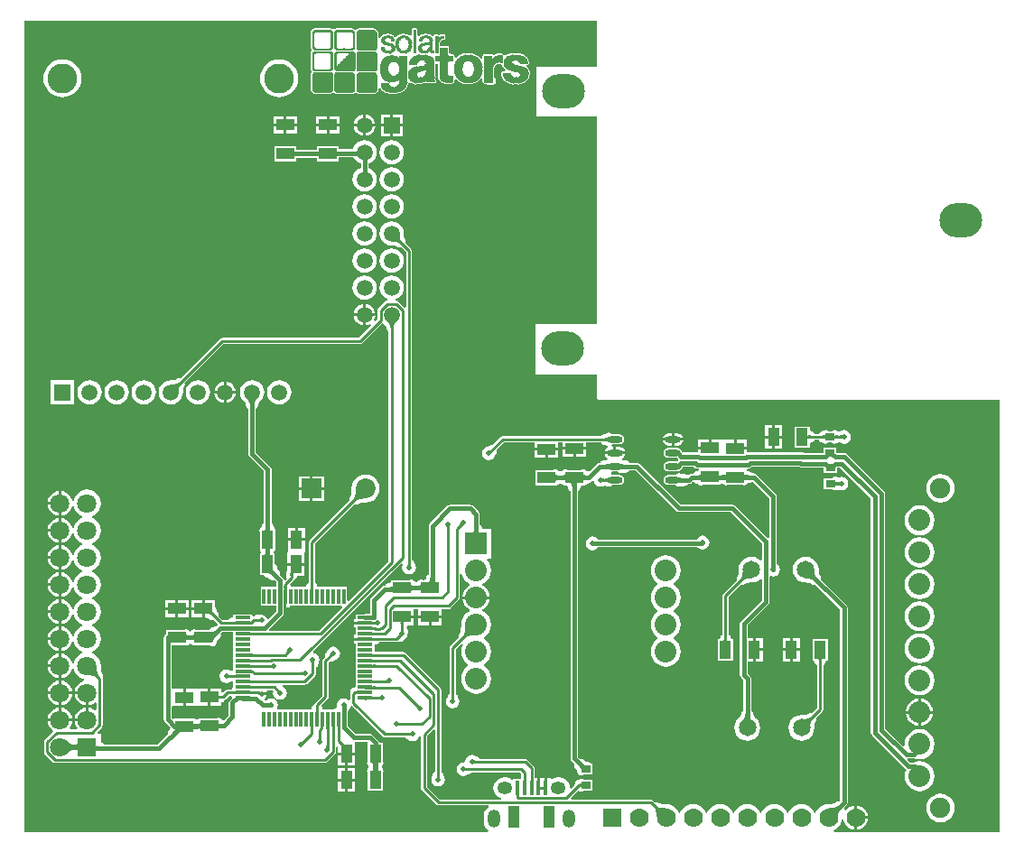
<source format=gtl>
G04*
G04 #@! TF.GenerationSoftware,Altium Limited,Altium Designer,19.1.5 (86)*
G04*
G04 Layer_Physical_Order=1*
G04 Layer_Color=255*
%FSLAX25Y25*%
%MOIN*%
G70*
G01*
G75*
%ADD14C,0.01000*%
%ADD17R,0.05807X0.01181*%
%ADD18R,0.01181X0.05807*%
%ADD19O,0.05709X0.02362*%
%ADD20R,0.04331X0.06693*%
%ADD21R,0.04331X0.08268*%
%ADD22R,0.01575X0.05315*%
%ADD23R,0.03543X0.02756*%
%ADD24R,0.06693X0.04331*%
%ADD51C,0.01500*%
%ADD52C,0.00400*%
%ADD53C,0.00100*%
%ADD54C,0.06496*%
%ADD55C,0.08000*%
%ADD56C,0.07500*%
%ADD57R,0.07087X0.07087*%
%ADD58C,0.07087*%
%ADD59C,0.07284*%
%ADD60R,0.07284X0.07284*%
%ADD61R,0.08000X0.08000*%
%ADD62O,0.04724X0.06693*%
%ADD63O,0.05512X0.04528*%
%ADD64C,0.07000*%
%ADD65R,0.07000X0.07000*%
%ADD66C,0.11000*%
%ADD67C,0.05906*%
%ADD68R,0.05906X0.05906*%
%ADD69R,0.05906X0.05906*%
%ADD70O,0.15748X0.12598*%
%ADD71C,0.02000*%
G36*
X476936Y396489D02*
X476988Y395728D01*
X477036Y395391D01*
X477100Y395084D01*
X477179Y394806D01*
X477272Y394557D01*
X477381Y394337D01*
X477505Y394147D01*
X477644Y393985D01*
X476937Y393278D01*
X476776Y393418D01*
X476586Y393542D01*
X476366Y393650D01*
X476117Y393744D01*
X475839Y393823D01*
X475531Y393886D01*
X475195Y393935D01*
X474434Y393987D01*
X474010Y393990D01*
X476933Y396913D01*
X476936Y396489D01*
D02*
G37*
G36*
X475750Y364531D02*
X475248Y363957D01*
X475044Y363685D01*
X474872Y363422D01*
X474731Y363170D01*
X474621Y362928D01*
X474543Y362695D01*
X474496Y362473D01*
X474480Y362261D01*
X473480D01*
X473465Y362473D01*
X473418Y362695D01*
X473339Y362928D01*
X473230Y363170D01*
X473089Y363422D01*
X472916Y363685D01*
X472713Y363957D01*
X472211Y364531D01*
X471913Y364834D01*
X476047D01*
X475750Y364531D01*
D02*
G37*
G36*
X396064Y341257D02*
X395925Y341096D01*
X395801Y340905D01*
X395692Y340685D01*
X395598Y340437D01*
X395519Y340158D01*
X395456Y339851D01*
X395407Y339514D01*
X395356Y338754D01*
X395353Y338330D01*
X392429Y341253D01*
X392854Y341256D01*
X393615Y341307D01*
X393951Y341356D01*
X394258Y341420D01*
X394536Y341498D01*
X394785Y341592D01*
X395005Y341701D01*
X395196Y341825D01*
X395357Y341964D01*
X396064Y341257D01*
D02*
G37*
G36*
X424217Y335934D02*
X423993Y335678D01*
X423795Y335422D01*
X423624Y335169D01*
X423479Y334916D01*
X423361Y334665D01*
X423269Y334415D01*
X423203Y334166D01*
X423163Y333919D01*
X423150Y333672D01*
X421650Y333672D01*
X421637Y333919D01*
X421597Y334166D01*
X421531Y334415D01*
X421439Y334665D01*
X421321Y334916D01*
X421176Y335169D01*
X421005Y335422D01*
X420807Y335678D01*
X420583Y335934D01*
X420333Y336191D01*
X424467Y336191D01*
X424217Y335934D01*
D02*
G37*
G36*
X464265Y299050D02*
X463712Y299047D01*
X462727Y298989D01*
X462295Y298934D01*
X461904Y298862D01*
X461554Y298773D01*
X461244Y298666D01*
X460975Y298542D01*
X460747Y298400D01*
X460559Y298242D01*
X459852Y298949D01*
X460011Y299137D01*
X460152Y299365D01*
X460276Y299634D01*
X460383Y299943D01*
X460472Y300294D01*
X460545Y300685D01*
X460599Y301116D01*
X460657Y302101D01*
X460660Y302655D01*
X464265Y299050D01*
D02*
G37*
G36*
X500490Y289300D02*
X500433Y289297D01*
X500374Y289285D01*
X500312Y289266D01*
X500248Y289239D01*
X500182Y289204D01*
X500113Y289161D01*
X500043Y289110D01*
X499970Y289051D01*
X499817Y288910D01*
X499110Y289617D01*
X499185Y289694D01*
X499310Y289843D01*
X499361Y289913D01*
X499404Y289982D01*
X499439Y290048D01*
X499466Y290112D01*
X499485Y290174D01*
X499497Y290233D01*
X499500Y290290D01*
X500490Y289300D01*
D02*
G37*
G36*
X495462Y288643D02*
X495428Y288593D01*
X495398Y288536D01*
X495372Y288472D01*
X495350Y288400D01*
X495332Y288321D01*
X495318Y288235D01*
X495308Y288142D01*
X495300Y287934D01*
X494300D01*
X494298Y288042D01*
X494282Y288235D01*
X494268Y288321D01*
X494250Y288400D01*
X494228Y288472D01*
X494202Y288536D01*
X494172Y288593D01*
X494138Y288643D01*
X494100Y288686D01*
X495500D01*
X495462Y288643D01*
D02*
G37*
G36*
X428927Y288423D02*
X428949Y288166D01*
X428987Y287940D01*
X429039Y287743D01*
X429107Y287577D01*
X429189Y287441D01*
X429286Y287335D01*
X429399Y287259D01*
X429527Y287214D01*
X429669Y287199D01*
X426669D01*
X426812Y287214D01*
X426939Y287259D01*
X427051Y287335D01*
X427149Y287441D01*
X427232Y287577D01*
X427299Y287743D01*
X427352Y287940D01*
X427389Y288166D01*
X427412Y288423D01*
X427419Y288711D01*
X428919D01*
X428927Y288423D01*
D02*
G37*
G36*
X505858Y287701D02*
X505880Y287444D01*
X505918Y287217D01*
X505970Y287020D01*
X506038Y286854D01*
X506120Y286718D01*
X506217Y286612D01*
X506330Y286537D01*
X506458Y286491D01*
X506600Y286476D01*
X503600D01*
X503743Y286491D01*
X503870Y286537D01*
X503982Y286612D01*
X504080Y286718D01*
X504163Y286854D01*
X504230Y287020D01*
X504283Y287217D01*
X504320Y287444D01*
X504343Y287701D01*
X504350Y287988D01*
X505850D01*
X505858Y287701D01*
D02*
G37*
G36*
X429236Y280542D02*
X429170Y280508D01*
X429111Y280450D01*
X429060Y280369D01*
X429017Y280265D01*
X428982Y280138D01*
X428954Y279988D01*
X428935Y279815D01*
X428923Y279619D01*
X428919Y279400D01*
X427419D01*
X427415Y279619D01*
X427384Y279988D01*
X427356Y280138D01*
X427321Y280265D01*
X427278Y280369D01*
X427227Y280450D01*
X427168Y280508D01*
X427102Y280542D01*
X427027Y280554D01*
X429311D01*
X429236Y280542D01*
D02*
G37*
G36*
X428722Y278991D02*
X428750Y278638D01*
X428773Y278495D01*
X428804Y278374D01*
X428841Y278275D01*
X428885Y278198D01*
X428936Y278143D01*
X428994Y278110D01*
X429058Y278099D01*
X426880D01*
X426944Y278110D01*
X427002Y278143D01*
X427053Y278198D01*
X427097Y278275D01*
X427134Y278374D01*
X427165Y278495D01*
X427188Y278638D01*
X427205Y278803D01*
X427219Y279200D01*
X428719D01*
X428722Y278991D01*
D02*
G37*
G36*
X480902Y274958D02*
X480918Y274765D01*
X480932Y274679D01*
X480950Y274600D01*
X480972Y274529D01*
X480998Y274464D01*
X481028Y274407D01*
X481062Y274357D01*
X481100Y274314D01*
X479700D01*
X479738Y274357D01*
X479772Y274407D01*
X479802Y274464D01*
X479828Y274529D01*
X479850Y274600D01*
X479868Y274679D01*
X479882Y274765D01*
X479892Y274858D01*
X479900Y275066D01*
X480900D01*
X480902Y274958D01*
D02*
G37*
G36*
X437839Y271443D02*
X437754Y271412D01*
X437679Y271361D01*
X437614Y271290D01*
X437559Y271199D01*
X437514Y271088D01*
X437479Y270956D01*
X437454Y270805D01*
X437439Y270633D01*
X437434Y270442D01*
X436434D01*
X436446Y271442D01*
X437934Y271454D01*
X437839Y271443D01*
D02*
G37*
G36*
X430037Y273446D02*
X429995Y273308D01*
Y273149D01*
X430037Y272969D01*
X430122Y272768D01*
X430250Y272545D01*
X430419Y272301D01*
X430631Y272036D01*
X431183Y271442D01*
X430122Y270381D01*
X429815Y270678D01*
X429263Y271145D01*
X429019Y271315D01*
X428796Y271442D01*
X428595Y271527D01*
X428415Y271569D01*
X428256D01*
X428118Y271527D01*
X428001Y271442D01*
X430122Y273563D01*
X430037Y273446D01*
D02*
G37*
G36*
X630053Y272353D02*
X630120Y271597D01*
X630181Y271255D01*
X630261Y270938D01*
X630360Y270646D01*
X630478Y270377D01*
X630614Y270133D01*
X630769Y269913D01*
X630943Y269718D01*
X629882Y268657D01*
X629687Y268831D01*
X629467Y268986D01*
X629223Y269123D01*
X628954Y269240D01*
X628662Y269339D01*
X628344Y269419D01*
X628003Y269480D01*
X627637Y269523D01*
X627247Y269547D01*
X626832Y269552D01*
X630048Y272767D01*
X630053Y272353D01*
D02*
G37*
G36*
X489690Y269457D02*
X489713Y269200D01*
X489750Y268973D01*
X489803Y268777D01*
X489870Y268611D01*
X489953Y268474D01*
X490050Y268369D01*
X490163Y268293D01*
X490290Y268248D01*
X490433Y268232D01*
X487433D01*
X487575Y268248D01*
X487703Y268293D01*
X487815Y268369D01*
X487913Y268474D01*
X487995Y268611D01*
X488063Y268777D01*
X488115Y268973D01*
X488153Y269200D01*
X488175Y269457D01*
X488183Y269744D01*
X489683D01*
X489690Y269457D01*
D02*
G37*
G36*
X444960Y266552D02*
X445010Y265782D01*
X445023Y265753D01*
X445038Y265742D01*
X443881D01*
X443896Y265753D01*
X443909Y265782D01*
X443921Y265832D01*
X443931Y265902D01*
X443947Y266103D01*
X443959Y266742D01*
X444959D01*
X444960Y266552D01*
D02*
G37*
G36*
X435117D02*
X435167Y265782D01*
X435180Y265753D01*
X435195Y265742D01*
X434038D01*
X434053Y265753D01*
X434066Y265782D01*
X434078Y265832D01*
X434088Y265902D01*
X434104Y266103D01*
X434117Y266742D01*
X435117D01*
X435117Y266552D01*
D02*
G37*
G36*
X484862Y264575D02*
X484846Y264718D01*
X484801Y264845D01*
X484725Y264958D01*
X484620Y265055D01*
X484483Y265138D01*
X484317Y265205D01*
X484121Y265258D01*
X483894Y265295D01*
X483637Y265318D01*
X483350Y265325D01*
Y266825D01*
X483637Y266833D01*
X483894Y266855D01*
X484121Y266893D01*
X484317Y266945D01*
X484483Y267013D01*
X484620Y267095D01*
X484725Y267193D01*
X484801Y267305D01*
X484846Y267433D01*
X484862Y267575D01*
Y264575D01*
D02*
G37*
G36*
X481121Y267433D02*
X481167Y267305D01*
X481243Y267193D01*
X481348Y267095D01*
X481484Y267013D01*
X481651Y266945D01*
X481847Y266893D01*
X482074Y266855D01*
X482331Y266833D01*
X482618Y266825D01*
Y265325D01*
X482331Y265318D01*
X482074Y265295D01*
X481847Y265258D01*
X481651Y265205D01*
X481484Y265138D01*
X481348Y265055D01*
X481243Y264958D01*
X481167Y264845D01*
X481121Y264718D01*
X481106Y264575D01*
Y267575D01*
X481121Y267433D01*
D02*
G37*
G36*
X474462Y264077D02*
X474446Y264220D01*
X474401Y264348D01*
X474325Y264460D01*
X474220Y264558D01*
X474084Y264640D01*
X473917Y264707D01*
X473721Y264760D01*
X473494Y264797D01*
X473237Y264820D01*
X472950Y264827D01*
Y266328D01*
X473237Y266335D01*
X473494Y266357D01*
X473721Y266395D01*
X473917Y266447D01*
X474084Y266515D01*
X474220Y266598D01*
X474325Y266695D01*
X474401Y266808D01*
X474446Y266935D01*
X474462Y267077D01*
Y264077D01*
D02*
G37*
G36*
X407751Y257555D02*
X407724Y257464D01*
X407725Y257358D01*
X407755Y257238D01*
X407812Y257104D01*
X407899Y256956D01*
X408013Y256792D01*
X408155Y256615D01*
X408526Y256217D01*
X407818Y255510D01*
X407612Y255709D01*
X407243Y256023D01*
X407080Y256137D01*
X406931Y256223D01*
X406797Y256281D01*
X406677Y256310D01*
X406572Y256312D01*
X406481Y256285D01*
X406404Y256229D01*
X407806Y257631D01*
X407751Y257555D01*
D02*
G37*
G36*
X468079Y252356D02*
X468036Y252394D01*
X467986Y252428D01*
X467929Y252458D01*
X467864Y252484D01*
X467793Y252506D01*
X467714Y252524D01*
X467628Y252538D01*
X467592Y252541D01*
X467029Y252505D01*
X466998Y252492D01*
X466989Y252477D01*
Y253634D01*
X466998Y253619D01*
X467029Y253606D01*
X467078Y253594D01*
X467148Y253584D01*
X467348Y253568D01*
X467521Y253565D01*
X467628Y253574D01*
X467714Y253588D01*
X467793Y253606D01*
X467864Y253628D01*
X467929Y253654D01*
X467986Y253684D01*
X468036Y253718D01*
X468079Y253756D01*
Y252356D01*
D02*
G37*
G36*
X425186Y253400D02*
X425143Y253438D01*
X425093Y253472D01*
X425036Y253502D01*
X424971Y253528D01*
X424900Y253550D01*
X424821Y253568D01*
X424735Y253582D01*
X424642Y253592D01*
X424434Y253600D01*
Y254600D01*
X424542Y254602D01*
X424735Y254618D01*
X424821Y254632D01*
X424900Y254650D01*
X424971Y254672D01*
X425036Y254698D01*
X425093Y254728D01*
X425143Y254762D01*
X425186Y254800D01*
Y253400D01*
D02*
G37*
G36*
X416024Y252477D02*
X416014Y252492D01*
X415984Y252505D01*
X415934Y252517D01*
X415864Y252527D01*
X415664Y252543D01*
X415024Y252556D01*
Y253556D01*
X415214Y253556D01*
X415984Y253606D01*
X416014Y253619D01*
X416024Y253634D01*
Y252477D01*
D02*
G37*
G36*
X478689Y253266D02*
X478604Y253236D01*
X478529Y253186D01*
X478464Y253116D01*
X478409Y253026D01*
X478364Y252916D01*
X478329Y252786D01*
X478304Y252636D01*
X478289Y252466D01*
X478284Y252276D01*
X477284D01*
X477279Y252466D01*
X477264Y252636D01*
X477239Y252786D01*
X477204Y252916D01*
X477159Y253026D01*
X477104Y253116D01*
X477039Y253186D01*
X476964Y253236D01*
X476879Y253266D01*
X476784Y253276D01*
X478784D01*
X478689Y253266D01*
D02*
G37*
G36*
X435117Y258947D02*
X436207D01*
Y259347D01*
X455460D01*
X455690Y258793D01*
X447137Y250240D01*
X428819D01*
X428589Y250795D01*
X433621Y255827D01*
X433621Y255827D01*
X433920Y256273D01*
X434024Y256800D01*
Y258947D01*
X434117D01*
Y262851D01*
X435117D01*
Y258947D01*
D02*
G37*
G36*
X478286Y250477D02*
X478302Y250284D01*
X478316Y250198D01*
X478334Y250119D01*
X478356Y250047D01*
X478382Y249983D01*
X478412Y249926D01*
X478446Y249876D01*
X478484Y249833D01*
X477084D01*
X477122Y249876D01*
X477156Y249926D01*
X477186Y249983D01*
X477212Y250047D01*
X477234Y250119D01*
X477252Y250198D01*
X477266Y250284D01*
X477276Y250377D01*
X477284Y250585D01*
X478284D01*
X478286Y250477D01*
D02*
G37*
G36*
X421817Y249682D02*
X421847Y249669D01*
X421897Y249657D01*
X421967Y249647D01*
X422167Y249631D01*
X422807Y249619D01*
Y248619D01*
X422617Y248618D01*
X421847Y248568D01*
X421817Y248555D01*
X421807Y248540D01*
Y249697D01*
X421817Y249682D01*
D02*
G37*
G36*
X477774Y248119D02*
X477717Y248115D01*
X477658Y248104D01*
X477596Y248085D01*
X477532Y248058D01*
X477466Y248023D01*
X477397Y247979D01*
X477327Y247929D01*
X477254Y247870D01*
X477101Y247728D01*
X476394Y248435D01*
X476469Y248513D01*
X476594Y248661D01*
X476645Y248732D01*
X476688Y248800D01*
X476723Y248867D01*
X476750Y248930D01*
X476769Y248992D01*
X476781Y249051D01*
X476784Y249109D01*
X477774Y248119D01*
D02*
G37*
G36*
X466998Y247714D02*
X467029Y247701D01*
X467078Y247689D01*
X467148Y247678D01*
X467348Y247663D01*
X467988Y247650D01*
Y246650D01*
X467799Y246649D01*
X467029Y246600D01*
X466998Y246587D01*
X466989Y246572D01*
Y247729D01*
X466998Y247714D01*
D02*
G37*
G36*
X401161Y246241D02*
X401146Y246383D01*
X401101Y246511D01*
X401025Y246623D01*
X400920Y246721D01*
X400783Y246803D01*
X400617Y246871D01*
X400421Y246923D01*
X400194Y246961D01*
X399937Y246983D01*
X399650Y246991D01*
Y248491D01*
X399937Y248498D01*
X400194Y248521D01*
X400421Y248558D01*
X400617Y248611D01*
X400783Y248678D01*
X400920Y248761D01*
X401025Y248858D01*
X401101Y248971D01*
X401146Y249098D01*
X401161Y249241D01*
Y246241D01*
D02*
G37*
G36*
X397921Y249098D02*
X397967Y248971D01*
X398042Y248858D01*
X398148Y248761D01*
X398284Y248678D01*
X398451Y248611D01*
X398647Y248558D01*
X398874Y248521D01*
X399131Y248498D01*
X399418Y248491D01*
Y246991D01*
X399131Y246983D01*
X398874Y246961D01*
X398647Y246923D01*
X398451Y246871D01*
X398284Y246803D01*
X398148Y246721D01*
X398042Y246623D01*
X397967Y246511D01*
X397921Y246383D01*
X397906Y246241D01*
Y249241D01*
X397921Y249098D01*
D02*
G37*
G36*
X409409Y248689D02*
X409105Y248375D01*
X408593Y247779D01*
X408385Y247497D01*
X408209Y247227D01*
X408065Y246967D01*
X407952Y246718D01*
X407872Y246480D01*
X407823Y246254D01*
X407806Y246038D01*
X407818Y249894D01*
X407950Y249898D01*
X408077Y249909D01*
X408197Y249929D01*
X408312Y249956D01*
X408421Y249991D01*
X408524Y250033D01*
X408621Y250083D01*
X408713Y250141D01*
X408799Y250207D01*
X408879Y250280D01*
X409409Y248689D01*
D02*
G37*
G36*
X415412Y247928D02*
Y243991D01*
Y240054D01*
Y235431D01*
X415163Y235415D01*
X415019Y235415D01*
X414753Y235361D01*
X414534Y235414D01*
X414483Y235416D01*
X413975Y235755D01*
X413000Y235949D01*
X412024Y235755D01*
X411198Y235202D01*
X410645Y234376D01*
X410451Y233400D01*
X410645Y232424D01*
X411198Y231598D01*
X412024Y231045D01*
X413000Y230851D01*
X413975Y231045D01*
X414440Y231355D01*
X414485Y231356D01*
X414741Y231412D01*
X415008Y231356D01*
X415338Y231353D01*
X415412Y231349D01*
Y229056D01*
X415012D01*
Y228587D01*
X413526D01*
X413097Y228501D01*
X412733Y228258D01*
X412733Y228258D01*
X411849Y227374D01*
X411768Y227428D01*
X411540Y227589D01*
X411520Y227593D01*
X411504Y227604D01*
X411230Y227659D01*
X411034Y227703D01*
X410988Y227773D01*
X410930Y227811D01*
Y228856D01*
X407084D01*
Y225691D01*
Y222526D01*
X410930D01*
Y223571D01*
X410988Y223610D01*
X411034Y223680D01*
X411230Y223724D01*
X411504Y223778D01*
X411520Y223790D01*
X411540Y223794D01*
X411768Y223955D01*
X412000Y224110D01*
X412011Y224127D01*
X412028Y224138D01*
X412177Y224374D01*
X412331Y224606D01*
X412335Y224626D01*
X412346Y224643D01*
X412370Y224781D01*
X412546Y224898D01*
X413991Y226343D01*
X414668D01*
X414981Y225743D01*
X414882Y225328D01*
X414211Y224657D01*
X413912Y224211D01*
X413807Y223684D01*
Y218931D01*
X412066Y217190D01*
X412040Y217208D01*
X412021Y217213D01*
X412004Y217224D01*
X411730Y217279D01*
X411458Y217340D01*
X411218Y217346D01*
X411204Y217348D01*
X411109Y217461D01*
X410988Y217643D01*
X410920Y217688D01*
X410868Y217751D01*
X410674Y217852D01*
X410492Y217974D01*
X410412Y217990D01*
X410339Y218028D01*
X410121Y218048D01*
X409906Y218091D01*
X409826Y218075D01*
X409745Y218082D01*
X409536Y218017D01*
X409321Y217974D01*
X409253Y217929D01*
X409175Y217904D01*
X409082Y217827D01*
X403464D01*
X403463Y217827D01*
X403460Y217827D01*
X403330D01*
X403262Y217840D01*
X403194Y217827D01*
X402637D01*
Y217698D01*
X402511Y217613D01*
X402332Y217525D01*
X402265Y217449D01*
X402180Y217392D01*
X401797Y217376D01*
X401330Y217727D01*
Y217727D01*
X393438D01*
Y217727D01*
X393072Y217575D01*
X392577Y218070D01*
Y222090D01*
X393038Y222426D01*
X393177Y222426D01*
X396884D01*
Y225591D01*
Y228756D01*
X393177D01*
X393038Y228756D01*
X392577Y229092D01*
Y244975D01*
X397082D01*
X397175Y244897D01*
X397253Y244873D01*
X397321Y244828D01*
X397536Y244785D01*
X397745Y244720D01*
X397826Y244727D01*
X397906Y244711D01*
X398121Y244754D01*
X398339Y244774D01*
X398412Y244812D01*
X398492Y244828D01*
X398674Y244949D01*
X398868Y245051D01*
X398920Y245114D01*
X398988Y245159D01*
X399110Y245341D01*
X399204Y245454D01*
X399218Y245456D01*
X399458Y245462D01*
X399534Y245479D01*
X399610Y245462D01*
X399850Y245456D01*
X399864Y245454D01*
X399958Y245341D01*
X400080Y245159D01*
X400148Y245114D01*
X400200Y245051D01*
X400394Y244949D01*
X400576Y244828D01*
X400656Y244812D01*
X400729Y244774D01*
X400947Y244754D01*
X401161Y244711D01*
X401242Y244727D01*
X401323Y244720D01*
X401532Y244785D01*
X401747Y244828D01*
X401815Y244873D01*
X401893Y244897D01*
X401986Y244975D01*
X406711D01*
X406722Y244960D01*
X406923Y244824D01*
X407114Y244674D01*
X407169Y244658D01*
X407217Y244627D01*
X407455Y244578D01*
X407689Y244513D01*
X407746Y244520D01*
X407802Y244508D01*
X408040Y244555D01*
X408282Y244584D01*
X408331Y244612D01*
X408387Y244623D01*
X408590Y244757D01*
X408802Y244876D01*
X408837Y244921D01*
X408884Y244953D01*
X409020Y245155D01*
X409170Y245346D01*
X409186Y245401D01*
X409218Y245448D01*
X409266Y245686D01*
X409331Y245920D01*
X409340Y246034D01*
X409349Y246074D01*
X409377Y246157D01*
X409432Y246279D01*
X409519Y246437D01*
X409642Y246624D01*
X409790Y246825D01*
X410236Y247344D01*
X410509Y247626D01*
X410635Y247822D01*
X410777Y248005D01*
X410795Y248071D01*
X410832Y248128D01*
X410874Y248357D01*
X410935Y248581D01*
X410926Y248648D01*
X410939Y248715D01*
X410889Y248942D01*
X410860Y249173D01*
X410840Y249234D01*
X411317Y249711D01*
X415412D01*
Y247928D01*
D02*
G37*
G36*
X436409Y242047D02*
X436352Y242044D01*
X436293Y242032D01*
X436231Y242013D01*
X436167Y241986D01*
X436101Y241951D01*
X436032Y241908D01*
X435962Y241857D01*
X435889Y241798D01*
X435736Y241657D01*
X435029Y242364D01*
X435104Y242441D01*
X435229Y242590D01*
X435280Y242660D01*
X435323Y242729D01*
X435358Y242795D01*
X435385Y242859D01*
X435404Y242920D01*
X435416Y242980D01*
X435419Y243037D01*
X436409Y242047D01*
D02*
G37*
G36*
X421817Y241808D02*
X421847Y241795D01*
X421897Y241783D01*
X421967Y241773D01*
X422167Y241757D01*
X422807Y241745D01*
Y240745D01*
X422617Y240744D01*
X421847Y240694D01*
X421817Y240681D01*
X421807Y240666D01*
Y241823D01*
X421817Y241808D01*
D02*
G37*
G36*
X452292Y240797D02*
X452234Y240796D01*
X452174Y240787D01*
X452112Y240769D01*
X452048Y240743D01*
X451981Y240710D01*
X451912Y240668D01*
X451841Y240618D01*
X451768Y240559D01*
X451615Y240419D01*
X450941Y241158D01*
X451016Y241236D01*
X451142Y241384D01*
X451194Y241454D01*
X451238Y241522D01*
X451274Y241587D01*
X451303Y241651D01*
X451324Y241711D01*
X451337Y241770D01*
X451343Y241826D01*
X452292Y240797D01*
D02*
G37*
G36*
X445498Y238684D02*
X445464Y238634D01*
X445434Y238577D01*
X445408Y238512D01*
X445386Y238441D01*
X445368Y238362D01*
X445354Y238276D01*
X445344Y238183D01*
X445336Y237975D01*
X444336D01*
X444334Y238083D01*
X444318Y238276D01*
X444304Y238362D01*
X444286Y238441D01*
X444264Y238512D01*
X444238Y238577D01*
X444208Y238634D01*
X444174Y238684D01*
X444136Y238727D01*
X445536D01*
X445498Y238684D01*
D02*
G37*
G36*
X466998Y237871D02*
X467029Y237858D01*
X467078Y237846D01*
X467148Y237836D01*
X467348Y237820D01*
X467988Y237808D01*
Y236808D01*
X467799Y236807D01*
X467029Y236757D01*
X466998Y236744D01*
X466989Y236729D01*
Y237886D01*
X466998Y237871D01*
D02*
G37*
G36*
X421814Y235903D02*
X421833Y235890D01*
X421866Y235878D01*
X421912Y235868D01*
X421971Y235859D01*
X422127Y235846D01*
X422460Y235839D01*
Y234839D01*
X422336Y234838D01*
X421912Y234811D01*
X421866Y234801D01*
X421833Y234789D01*
X421814Y234776D01*
X421807Y234761D01*
Y235918D01*
X421814Y235903D01*
D02*
G37*
G36*
X441196Y233800D02*
X441154Y233838D01*
X441104Y233872D01*
X441046Y233902D01*
X440982Y233928D01*
X440910Y233950D01*
X440832Y233968D01*
X440746Y233982D01*
X440653Y233992D01*
X440445Y234000D01*
Y235000D01*
X440552Y235002D01*
X440746Y235018D01*
X440832Y235032D01*
X440910Y235050D01*
X440982Y235072D01*
X441046Y235098D01*
X441104Y235128D01*
X441154Y235162D01*
X441196Y235200D01*
Y233800D01*
D02*
G37*
G36*
X365046Y236730D02*
X365103Y235776D01*
X365157Y235358D01*
X365228Y234980D01*
X365316Y234640D01*
X365421Y234339D01*
X365543Y234077D01*
X365681Y233854D01*
X365837Y233670D01*
X365130Y232963D01*
X364946Y233119D01*
X364723Y233258D01*
X364461Y233379D01*
X364160Y233484D01*
X363821Y233572D01*
X363442Y233643D01*
X363023Y233697D01*
X362070Y233754D01*
X361535Y233757D01*
X365043Y237265D01*
X365046Y236730D01*
D02*
G37*
G36*
X416024Y232792D02*
X416014Y232810D01*
X415984Y232826D01*
X415934Y232840D01*
X415864Y232852D01*
X415774Y232862D01*
X415384Y232882D01*
X415024Y232885D01*
Y233885D01*
X415214Y233886D01*
X416014Y233937D01*
X416024Y233949D01*
Y232792D01*
D02*
G37*
G36*
X413767Y234051D02*
X413816Y234016D01*
X413873Y233985D01*
X413938Y233959D01*
X414009Y233936D01*
X414088Y233918D01*
X414173Y233904D01*
X414266Y233893D01*
X414474Y233885D01*
X414457Y232885D01*
X414350Y232883D01*
X414156Y232868D01*
X414070Y232854D01*
X413991Y232836D01*
X413919Y232815D01*
X413855Y232789D01*
X413797Y232760D01*
X413747Y232727D01*
X413704Y232690D01*
X413724Y234089D01*
X413767Y234051D01*
D02*
G37*
G36*
X421817Y231966D02*
X421847Y231953D01*
X421897Y231941D01*
X421967Y231930D01*
X422167Y231915D01*
X422807Y231902D01*
Y230902D01*
X422617Y230901D01*
X421847Y230852D01*
X421817Y230839D01*
X421807Y230824D01*
Y231981D01*
X421817Y231966D01*
D02*
G37*
G36*
X466998Y229956D02*
X467029Y229906D01*
X467078Y229862D01*
X467148Y229824D01*
X467239Y229791D01*
X467348Y229765D01*
X467479Y229744D01*
X467628Y229729D01*
X467988Y229718D01*
Y228718D01*
X466989Y228855D01*
Y230012D01*
X466998Y229956D01*
D02*
G37*
G36*
X461205Y226886D02*
X460258Y226874D01*
Y227874D01*
X460438Y227876D01*
X460968Y227917D01*
X461054Y227935D01*
X461120Y227957D01*
X461167Y227983D01*
X461196Y228011D01*
X461205Y228044D01*
Y226886D01*
D02*
G37*
G36*
X466998Y226047D02*
X467029Y226021D01*
X467078Y225999D01*
X467148Y225980D01*
X467239Y225963D01*
X467348Y225950D01*
X467628Y225932D01*
X467988Y225926D01*
Y224926D01*
X466989Y224918D01*
Y226075D01*
X466998Y226047D01*
D02*
G37*
G36*
X469697Y224726D02*
X469654Y224764D01*
X469604Y224798D01*
X469547Y224828D01*
X469482Y224854D01*
X469411Y224876D01*
X469332Y224894D01*
X469246Y224908D01*
X469153Y224918D01*
X468945Y224926D01*
Y225926D01*
X469052Y225928D01*
X469246Y225944D01*
X469332Y225958D01*
X469411Y225976D01*
X469482Y225998D01*
X469547Y226024D01*
X469604Y226054D01*
X469654Y226088D01*
X469697Y226126D01*
Y224726D01*
D02*
G37*
G36*
X409916Y226596D02*
X409947Y226511D01*
X409998Y226436D01*
X410068Y226371D01*
X410159Y226316D01*
X410271Y226271D01*
X410402Y226236D01*
X410554Y226211D01*
X410726Y226196D01*
X410918Y226191D01*
Y225191D01*
X410726Y225186D01*
X410554Y225171D01*
X410402Y225146D01*
X410271Y225111D01*
X410159Y225066D01*
X410068Y225011D01*
X409998Y224946D01*
X409947Y224871D01*
X409916Y224786D01*
X409906Y224691D01*
Y226691D01*
X409916Y226596D01*
D02*
G37*
G36*
X483694Y222815D02*
X483843Y222690D01*
X483913Y222639D01*
X483982Y222596D01*
X484048Y222561D01*
X484112Y222534D01*
X484173Y222515D01*
X484233Y222503D01*
X484290Y222500D01*
X483300Y221510D01*
X483297Y221567D01*
X483285Y221626D01*
X483266Y221688D01*
X483239Y221752D01*
X483204Y221818D01*
X483161Y221887D01*
X483110Y221957D01*
X483051Y222030D01*
X482910Y222183D01*
X483617Y222890D01*
X483694Y222815D01*
D02*
G37*
G36*
X446928Y221371D02*
X446978Y220601D01*
X446991Y220571D01*
X447006Y220561D01*
X445849D01*
X445864Y220571D01*
X445877Y220601D01*
X445889Y220651D01*
X445899Y220721D01*
X445915Y220921D01*
X445928Y221561D01*
X446928D01*
X446928Y221371D01*
D02*
G37*
G36*
X476457Y216362D02*
X476507Y216328D01*
X476564Y216298D01*
X476628Y216272D01*
X476700Y216250D01*
X476779Y216232D01*
X476865Y216218D01*
X476958Y216208D01*
X477166Y216200D01*
Y215200D01*
X477058Y215198D01*
X476865Y215182D01*
X476779Y215168D01*
X476700Y215150D01*
X476628Y215128D01*
X476564Y215102D01*
X476507Y215072D01*
X476457Y215038D01*
X476414Y215000D01*
Y216400D01*
X476457Y216362D01*
D02*
G37*
G36*
X403262Y213812D02*
X403249Y213907D01*
X403211Y213991D01*
X403148Y214066D01*
X403060Y214131D01*
X402946Y214186D01*
X402807Y214231D01*
X402643Y214266D01*
X402454Y214291D01*
X402240Y214306D01*
X402000Y214311D01*
Y215811D01*
X402240Y215816D01*
X402643Y215856D01*
X402807Y215891D01*
X402946Y215936D01*
X403060Y215991D01*
X403148Y216056D01*
X403211Y216131D01*
X403249Y216216D01*
X403262Y216311D01*
Y213812D01*
D02*
G37*
G36*
X400718Y216061D02*
X400754Y215987D01*
X400814Y215923D01*
X400897Y215867D01*
X401005Y215819D01*
X401136Y215780D01*
X401291Y215750D01*
X401470Y215728D01*
X401673Y215716D01*
X401900Y215711D01*
Y214211D01*
X401673Y214207D01*
X401291Y214172D01*
X401136Y214142D01*
X401005Y214103D01*
X400897Y214056D01*
X400814Y214000D01*
X400754Y213935D01*
X400718Y213862D01*
X400706Y213780D01*
Y216143D01*
X400718Y216061D01*
D02*
G37*
G36*
X450928Y214768D02*
X450915Y214738D01*
X450903Y214688D01*
X450893Y214618D01*
X450877Y214418D01*
X450865Y213778D01*
X449865D01*
X449864Y213968D01*
X449814Y214738D01*
X449801Y214768D01*
X449786Y214778D01*
X450943D01*
X450928Y214768D01*
D02*
G37*
G36*
X445023D02*
X445010Y214738D01*
X444998Y214688D01*
X444987Y214618D01*
X444972Y214418D01*
X444959Y213778D01*
X443959D01*
X443958Y213968D01*
X443909Y214738D01*
X443896Y214768D01*
X443881Y214778D01*
X445038D01*
X445023Y214768D01*
D02*
G37*
G36*
X409922Y216419D02*
X409967Y216291D01*
X410042Y216179D01*
X410148Y216081D01*
X410284Y215999D01*
X410451Y215931D01*
X410647Y215879D01*
X410874Y215841D01*
X411131Y215819D01*
X411418Y215811D01*
Y214311D01*
X411131Y214304D01*
X410874Y214281D01*
X410647Y214244D01*
X410451Y214191D01*
X410284Y214124D01*
X410148Y214041D01*
X410042Y213944D01*
X409967Y213831D01*
X409922Y213704D01*
X409906Y213561D01*
Y216561D01*
X409922Y216419D01*
D02*
G37*
G36*
X396171Y212820D02*
X396055Y212903D01*
X395918Y212945D01*
X395760Y212944D01*
X395580Y212900D01*
X395378Y212814D01*
X395156Y212685D01*
X394911Y212514D01*
X394645Y212301D01*
X394050Y211747D01*
X392989Y212808D01*
X393287Y213117D01*
X393756Y213669D01*
X393927Y213914D01*
X394056Y214137D01*
X394142Y214338D01*
X394185Y214518D01*
X394186Y214677D01*
X394145Y214814D01*
X394061Y214929D01*
X396171Y212820D01*
D02*
G37*
G36*
X481086Y211327D02*
X481043Y211365D01*
X480993Y211399D01*
X480936Y211429D01*
X480871Y211455D01*
X480800Y211477D01*
X480721Y211495D01*
X480635Y211509D01*
X480542Y211519D01*
X480334Y211527D01*
Y212527D01*
X480442Y212529D01*
X480635Y212545D01*
X480721Y212559D01*
X480800Y212577D01*
X480871Y212599D01*
X480936Y212625D01*
X480993Y212655D01*
X481043Y212689D01*
X481086Y212727D01*
Y211327D01*
D02*
G37*
G36*
X447886Y210458D02*
X447902Y210265D01*
X447916Y210179D01*
X447934Y210100D01*
X447956Y210029D01*
X447982Y209964D01*
X448012Y209907D01*
X448046Y209857D01*
X448084Y209814D01*
X446684D01*
X446722Y209857D01*
X446756Y209907D01*
X446786Y209964D01*
X446812Y210029D01*
X446834Y210100D01*
X446852Y210179D01*
X446866Y210265D01*
X446876Y210358D01*
X446884Y210566D01*
X447884D01*
X447886Y210458D01*
D02*
G37*
G36*
X441631Y208733D02*
X441556Y208656D01*
X441430Y208507D01*
X441379Y208437D01*
X441336Y208368D01*
X441301Y208302D01*
X441274Y208238D01*
X441255Y208176D01*
X441244Y208117D01*
X441240Y208060D01*
X440250Y209050D01*
X440308Y209053D01*
X440367Y209065D01*
X440429Y209084D01*
X440492Y209111D01*
X440559Y209146D01*
X440627Y209189D01*
X440698Y209240D01*
X440771Y209299D01*
X440924Y209440D01*
X441631Y208733D01*
D02*
G37*
G36*
X450865Y207731D02*
X450912Y206610D01*
X449609Y207120D01*
X449657Y207147D01*
X449701Y207182D01*
X449739Y207226D01*
X449772Y207280D01*
X449801Y207342D01*
X449824Y207414D01*
X449842Y207494D01*
X449854Y207584D01*
X449862Y207683D01*
X449865Y207791D01*
X450865Y207731D01*
D02*
G37*
G36*
X354366Y209452D02*
X355018Y208898D01*
X355334Y208673D01*
X355643Y208483D01*
X355946Y208327D01*
X356241Y208206D01*
X356531Y208119D01*
X356813Y208067D01*
X356845Y208065D01*
X357013Y208080D01*
X357240Y208118D01*
X357436Y208170D01*
X357603Y208238D01*
X357739Y208320D01*
X357845Y208418D01*
X357920Y208530D01*
X357965Y208658D01*
X357981Y208800D01*
Y205800D01*
X357965Y205943D01*
X357920Y206070D01*
X357845Y206183D01*
X357739Y206280D01*
X357603Y206363D01*
X357436Y206430D01*
X357240Y206483D01*
X357013Y206520D01*
X356845Y206535D01*
X356813Y206533D01*
X356531Y206481D01*
X356241Y206394D01*
X355946Y206273D01*
X355643Y206117D01*
X355334Y205927D01*
X355018Y205702D01*
X354696Y205443D01*
X354030Y204820D01*
X354030Y209780D01*
X354366Y209452D01*
D02*
G37*
G36*
X365034Y208157D02*
X365080Y208030D01*
X365155Y207917D01*
X365261Y207820D01*
X365397Y207737D01*
X365564Y207670D01*
X365760Y207617D01*
X365987Y207580D01*
X366244Y207558D01*
X366531Y207550D01*
Y206050D01*
X366244Y206043D01*
X365987Y206020D01*
X365760Y205982D01*
X365564Y205930D01*
X365397Y205862D01*
X365261Y205780D01*
X365155Y205682D01*
X365080Y205570D01*
X365034Y205443D01*
X365019Y205300D01*
Y208300D01*
X365034Y208157D01*
D02*
G37*
G36*
X504357Y202462D02*
X504407Y202428D01*
X504464Y202398D01*
X504529Y202372D01*
X504600Y202350D01*
X504679Y202332D01*
X504765Y202318D01*
X504858Y202308D01*
X505066Y202300D01*
Y201300D01*
X504958Y201298D01*
X504765Y201282D01*
X504679Y201268D01*
X504600Y201250D01*
X504529Y201228D01*
X504464Y201202D01*
X504407Y201172D01*
X504357Y201138D01*
X504314Y201100D01*
Y202500D01*
X504357Y202462D01*
D02*
G37*
G36*
X469243Y201483D02*
X469115Y201437D01*
X469003Y201362D01*
X468905Y201256D01*
X468823Y201120D01*
X468755Y200954D01*
X468703Y200757D01*
X468665Y200530D01*
X468643Y200273D01*
X468635Y199986D01*
X467135D01*
X467128Y200273D01*
X467105Y200530D01*
X467068Y200757D01*
X467015Y200954D01*
X466948Y201120D01*
X466865Y201256D01*
X466768Y201362D01*
X466655Y201437D01*
X466528Y201483D01*
X466385Y201498D01*
X469385D01*
X469243Y201483D01*
D02*
G37*
G36*
X501257Y199762D02*
X501307Y199728D01*
X501364Y199698D01*
X501429Y199672D01*
X501500Y199650D01*
X501579Y199632D01*
X501665Y199618D01*
X501758Y199608D01*
X501966Y199600D01*
Y198600D01*
X501858Y198598D01*
X501665Y198582D01*
X501579Y198568D01*
X501500Y198550D01*
X501429Y198528D01*
X501364Y198502D01*
X501307Y198472D01*
X501257Y198438D01*
X501214Y198400D01*
Y199800D01*
X501257Y199762D01*
D02*
G37*
G36*
X468643Y199623D02*
X468665Y199366D01*
X468703Y199139D01*
X468755Y198943D01*
X468823Y198777D01*
X468905Y198641D01*
X469003Y198535D01*
X469115Y198459D01*
X469243Y198414D01*
X469385Y198399D01*
X466385D01*
X466528Y198414D01*
X466655Y198459D01*
X466768Y198535D01*
X466865Y198641D01*
X466948Y198777D01*
X467015Y198943D01*
X467068Y199139D01*
X467105Y199366D01*
X467128Y199623D01*
X467135Y199911D01*
X468635D01*
X468643Y199623D01*
D02*
G37*
G36*
X491602Y196658D02*
X491618Y196465D01*
X491632Y196379D01*
X491650Y196300D01*
X491672Y196229D01*
X491698Y196164D01*
X491728Y196107D01*
X491762Y196057D01*
X491800Y196014D01*
X490400D01*
X490438Y196057D01*
X490472Y196107D01*
X490502Y196164D01*
X490528Y196229D01*
X490550Y196300D01*
X490568Y196379D01*
X490582Y196465D01*
X490592Y196558D01*
X490600Y196766D01*
X491600D01*
X491602Y196658D01*
D02*
G37*
G36*
X543952Y192254D02*
X543943Y192329D01*
X543916Y192396D01*
X543871Y192455D01*
X543808Y192506D01*
X543726Y192549D01*
X543626Y192584D01*
X543509Y192612D01*
X543373Y192631D01*
X543219Y192643D01*
X543047Y192647D01*
Y193647D01*
X543219Y193651D01*
X543373Y193663D01*
X543509Y193683D01*
X543626Y193710D01*
X543726Y193746D01*
X543808Y193789D01*
X543871Y193840D01*
X543916Y193899D01*
X543943Y193966D01*
X543952Y194040D01*
Y192254D01*
D02*
G37*
G36*
X639633Y184572D02*
X639451Y184366D01*
X639289Y184132D01*
X639147Y183870D01*
X639024Y183579D01*
X638921Y183259D01*
X638838Y182912D01*
X638774Y182535D01*
X638729Y182130D01*
X638700Y181235D01*
X635235Y184700D01*
X635697Y184705D01*
X636535Y184774D01*
X636911Y184838D01*
X637259Y184921D01*
X637579Y185024D01*
X637870Y185147D01*
X638132Y185289D01*
X638366Y185451D01*
X638572Y185633D01*
X639633Y184572D01*
D02*
G37*
G36*
X571801Y185333D02*
X572022Y185196D01*
X572281Y185074D01*
X572578Y184970D01*
X572913Y184883D01*
X573287Y184813D01*
X573699Y184759D01*
X574638Y184703D01*
X575165Y184700D01*
X571700Y181235D01*
X571697Y181762D01*
X571641Y182701D01*
X571587Y183113D01*
X571517Y183487D01*
X571430Y183822D01*
X571325Y184119D01*
X571205Y184378D01*
X571067Y184599D01*
X570912Y184781D01*
X571619Y185488D01*
X571801Y185333D01*
D02*
G37*
G36*
X549733Y458528D02*
X527327D01*
Y440028D01*
X549733D01*
Y363362D01*
X526972D01*
Y344862D01*
X549733D01*
Y336400D01*
X549799Y336068D01*
X549987Y335787D01*
X550268Y335599D01*
X550600Y335533D01*
X698333D01*
Y176004D01*
X637290D01*
X637170Y176604D01*
X637722Y176832D01*
X638766Y177634D01*
X639568Y178678D01*
X640071Y179895D01*
X640150Y180489D01*
X640755Y180489D01*
X640816Y180025D01*
X641269Y178931D01*
X641991Y177991D01*
X642931Y177269D01*
X644025Y176816D01*
X644700Y176727D01*
Y181200D01*
Y185673D01*
X644025Y185584D01*
X642931Y185131D01*
X641991Y184409D01*
X641674Y183997D01*
X641101Y184236D01*
X641113Y184325D01*
X641162Y184572D01*
X641153Y184619D01*
X641159Y184667D01*
X641095Y184910D01*
X641055Y185109D01*
X641873Y185927D01*
X642172Y186373D01*
X642276Y186900D01*
X642276Y186900D01*
Y258700D01*
X642172Y259227D01*
X641873Y259673D01*
X632366Y269181D01*
X632406Y269382D01*
X632470Y269629D01*
X632464Y269673D01*
X632472Y269718D01*
X632423Y269968D01*
X632388Y270220D01*
X632365Y270259D01*
X632356Y270303D01*
X632214Y270515D01*
X632086Y270734D01*
X631969Y270866D01*
X631910Y270949D01*
X631849Y271059D01*
X631787Y271198D01*
X631729Y271371D01*
X631677Y271579D01*
X631637Y271800D01*
X631581Y272430D01*
X631578Y272716D01*
X631589Y272800D01*
X631426Y274040D01*
X630947Y275195D01*
X630186Y276186D01*
X629194Y276947D01*
X628040Y277426D01*
X626800Y277589D01*
X625561Y277426D01*
X624405Y276947D01*
X623414Y276186D01*
X622653Y275195D01*
X622174Y274040D01*
X622011Y272800D01*
X622174Y271561D01*
X622653Y270406D01*
X623414Y269414D01*
X624405Y268653D01*
X625561Y268174D01*
X626800Y268011D01*
X626884Y268022D01*
X627191Y268018D01*
X627502Y267999D01*
X627779Y267967D01*
X628021Y267923D01*
X628229Y267871D01*
X628402Y267812D01*
X628542Y267751D01*
X628651Y267690D01*
X628735Y267631D01*
X628866Y267514D01*
X629085Y267386D01*
X629297Y267244D01*
X629341Y267235D01*
X629380Y267212D01*
X629633Y267177D01*
X629882Y267128D01*
X629927Y267136D01*
X629971Y267130D01*
X630218Y267194D01*
X630419Y267234D01*
X639524Y258130D01*
Y187470D01*
X639109Y187055D01*
X638910Y187095D01*
X638667Y187159D01*
X638619Y187153D01*
X638572Y187162D01*
X638325Y187113D01*
X638075Y187079D01*
X638034Y187055D01*
X637987Y187046D01*
X637777Y186906D01*
X637560Y186779D01*
X637422Y186657D01*
X637330Y186594D01*
X637207Y186527D01*
X637046Y186459D01*
X636846Y186395D01*
X636605Y186337D01*
X636344Y186293D01*
X635626Y186234D01*
X635300Y186230D01*
X635200Y186243D01*
X633895Y186071D01*
X632678Y185567D01*
X631634Y184766D01*
X630832Y183722D01*
X630525Y182978D01*
X629875D01*
X629567Y183722D01*
X628766Y184766D01*
X627722Y185567D01*
X626505Y186071D01*
X625200Y186243D01*
X623895Y186071D01*
X622678Y185567D01*
X621634Y184766D01*
X620832Y183722D01*
X620525Y182978D01*
X619875D01*
X619567Y183722D01*
X618766Y184766D01*
X617722Y185567D01*
X616505Y186071D01*
X615200Y186243D01*
X613895Y186071D01*
X612678Y185567D01*
X611634Y184766D01*
X610833Y183722D01*
X610525Y182978D01*
X609875D01*
X609567Y183722D01*
X608766Y184766D01*
X607722Y185567D01*
X606505Y186071D01*
X605200Y186243D01*
X603895Y186071D01*
X602678Y185567D01*
X601634Y184766D01*
X600833Y183722D01*
X600525Y182978D01*
X599875D01*
X599568Y183722D01*
X598766Y184766D01*
X597722Y185567D01*
X596505Y186071D01*
X595200Y186243D01*
X593895Y186071D01*
X592678Y185567D01*
X591634Y184766D01*
X590833Y183722D01*
X590525Y182978D01*
X589875D01*
X589568Y183722D01*
X588766Y184766D01*
X587722Y185567D01*
X586505Y186071D01*
X585200Y186243D01*
X583895Y186071D01*
X582678Y185567D01*
X581634Y184766D01*
X580832Y183722D01*
X580525Y182978D01*
X579875D01*
X579567Y183722D01*
X578766Y184766D01*
X577722Y185567D01*
X576505Y186071D01*
X575200Y186243D01*
X575097Y186230D01*
X574688Y186232D01*
X573844Y186283D01*
X573527Y186324D01*
X573248Y186377D01*
X573024Y186435D01*
X572859Y186493D01*
X572754Y186542D01*
X572706Y186571D01*
X572609Y186654D01*
X572402Y186769D01*
X572204Y186901D01*
X572142Y186913D01*
X572087Y186944D01*
X571852Y186971D01*
X571619Y187017D01*
X571557Y187005D01*
X571494Y187012D01*
X571266Y186947D01*
X571077Y186909D01*
X570341Y187645D01*
X569977Y187889D01*
X569548Y187974D01*
X569548Y187974D01*
X540244D01*
X540014Y188528D01*
X542425Y190939D01*
X543009Y191050D01*
X543194Y190956D01*
X543367Y190841D01*
X543458Y190823D01*
X543541Y190781D01*
X543749Y190765D01*
X543952Y190725D01*
X544044Y190743D01*
X544136Y190736D01*
X544334Y190800D01*
X544538Y190841D01*
X544615Y190893D01*
X544703Y190922D01*
X544861Y191057D01*
X545029Y191169D01*
X548072D01*
Y195125D01*
X545029D01*
X544861Y195237D01*
X544703Y195373D01*
X544615Y195402D01*
X544538Y195453D01*
X544334Y195494D01*
X544136Y195559D01*
X544044Y195552D01*
X543952Y195570D01*
X543749Y195529D01*
X543541Y195513D01*
X543458Y195472D01*
X543367Y195453D01*
X543194Y195338D01*
X543009Y195244D01*
X542948Y195174D01*
X542922Y195156D01*
X542738Y195115D01*
X542462Y195060D01*
X542447Y195050D01*
X542430Y195046D01*
X542200Y194885D01*
X541966Y194729D01*
X541956Y194714D01*
X541941Y194704D01*
X541790Y194466D01*
X541634Y194232D01*
X541631Y194215D01*
X541621Y194200D01*
X541573Y193923D01*
X541518Y193647D01*
Y193204D01*
X540266Y191952D01*
X539904Y192131D01*
X539728Y192262D01*
X539602Y193221D01*
X539222Y194137D01*
X538619Y194923D01*
X537833Y195526D01*
X536917Y195905D01*
X535935Y196035D01*
X534950D01*
X533968Y195905D01*
X533106Y195548D01*
X532666Y195706D01*
X532506Y195785D01*
Y195896D01*
X531218D01*
Y192726D01*
X531154Y192239D01*
X530218D01*
Y195896D01*
X528659D01*
Y192239D01*
X527659D01*
Y195896D01*
X526722D01*
Y199500D01*
X526722Y199500D01*
X526636Y199929D01*
X526393Y200293D01*
X526393Y200293D01*
X524093Y202593D01*
X523729Y202836D01*
X523300Y202922D01*
X523300Y202922D01*
X506455D01*
X506329Y203109D01*
X506188Y203339D01*
X506164Y203357D01*
X506147Y203381D01*
X505923Y203531D01*
X505705Y203689D01*
X505676Y203696D01*
X505651Y203713D01*
X505387Y203766D01*
X505125Y203828D01*
X505061Y203831D01*
X504575Y204155D01*
X503600Y204349D01*
X502625Y204155D01*
X501798Y203602D01*
X501245Y202776D01*
X501118Y202138D01*
X500534Y201660D01*
X500470Y201643D01*
X499524Y201455D01*
X498698Y200902D01*
X498145Y200076D01*
X497951Y199100D01*
X498145Y198125D01*
X498698Y197298D01*
X499524Y196745D01*
X500500Y196551D01*
X501475Y196745D01*
X501962Y197070D01*
X501995Y197071D01*
X502273Y197132D01*
X502551Y197187D01*
X502563Y197195D01*
X502577Y197198D01*
X502811Y197361D01*
X503048Y197519D01*
X503055Y197531D01*
X503067Y197539D01*
X503221Y197778D01*
X503355Y197978D01*
X521370D01*
X521856Y197493D01*
Y195496D01*
X519095D01*
Y195496D01*
X518495Y195260D01*
X518148Y195526D01*
X517232Y195905D01*
X516250Y196035D01*
X515265D01*
X514283Y195905D01*
X513367Y195526D01*
X512581Y194923D01*
X511978Y194137D01*
X511598Y193221D01*
X511469Y192239D01*
X511598Y191256D01*
X511978Y190340D01*
X512581Y189554D01*
X513367Y188951D01*
X514283Y188572D01*
X514226Y187974D01*
X491712D01*
X487022Y192665D01*
Y211435D01*
X489424Y213838D01*
X489978Y213608D01*
Y198155D01*
X489791Y198029D01*
X489561Y197888D01*
X489543Y197864D01*
X489519Y197847D01*
X489369Y197623D01*
X489211Y197405D01*
X489204Y197376D01*
X489187Y197351D01*
X489135Y197087D01*
X489072Y196825D01*
X489069Y196761D01*
X488745Y196275D01*
X488551Y195300D01*
X488745Y194325D01*
X489298Y193498D01*
X490125Y192945D01*
X491100Y192751D01*
X492075Y192945D01*
X492902Y193498D01*
X493455Y194325D01*
X493649Y195300D01*
X493455Y196275D01*
X493130Y196762D01*
X493129Y196794D01*
X493068Y197073D01*
X493013Y197351D01*
X493005Y197363D01*
X493002Y197378D01*
X492839Y197611D01*
X492681Y197847D01*
X492669Y197855D01*
X492661Y197867D01*
X492422Y198021D01*
X492222Y198155D01*
Y228401D01*
X492222Y228402D01*
X492136Y228831D01*
X491893Y229195D01*
X491893Y229195D01*
X479050Y242038D01*
X478686Y242281D01*
X478257Y242366D01*
X478257Y242366D01*
X467600D01*
Y245104D01*
X467851Y245120D01*
X467995Y245121D01*
X468284Y245180D01*
X468574Y245237D01*
X468576Y245239D01*
X468580Y245240D01*
X468824Y245404D01*
X469070Y245569D01*
X469072Y245571D01*
X469074Y245573D01*
X469237Y245819D01*
X469377Y246029D01*
X475815D01*
X475816Y246029D01*
X476245Y246114D01*
X476539Y246311D01*
X476780Y246263D01*
X477042Y246200D01*
X477072Y246205D01*
X477101Y246199D01*
X477365Y246252D01*
X477632Y246294D01*
X477657Y246310D01*
X477686Y246315D01*
X477910Y246465D01*
X478140Y246606D01*
X478217Y246677D01*
X478359Y246706D01*
X478398Y246731D01*
X478442Y246743D01*
X478644Y246896D01*
X478855Y247037D01*
X478881Y247076D01*
X478918Y247103D01*
X479046Y247322D01*
X479187Y247533D01*
X479196Y247579D01*
X479219Y247618D01*
X479228Y247679D01*
X479668Y248338D01*
X479823Y249116D01*
X479860Y249165D01*
X479871Y249209D01*
X479897Y249248D01*
X479947Y249496D01*
X480011Y249742D01*
X480004Y249787D01*
X480013Y249833D01*
X479964Y250082D01*
X479929Y250333D01*
X479906Y250373D01*
X479897Y250418D01*
X479815Y250540D01*
X479814Y250554D01*
X479813Y250613D01*
X479752Y250891D01*
X479697Y251170D01*
X479689Y251182D01*
X479686Y251196D01*
X479524Y251430D01*
X479523Y251430D01*
X479681Y251654D01*
X479686Y251674D01*
X479697Y251691D01*
X479751Y251964D01*
X479792Y252146D01*
X479865Y252195D01*
X479910Y252262D01*
X479913Y252264D01*
X482130D01*
Y254930D01*
X477784D01*
Y255930D01*
X482130D01*
Y258253D01*
X483838D01*
Y255961D01*
X492530D01*
Y258253D01*
X494900D01*
X494900Y258253D01*
X495329Y258339D01*
X495693Y258582D01*
X498793Y261682D01*
X499036Y262046D01*
X499122Y262475D01*
X499122Y262475D01*
Y271177D01*
X499722Y271216D01*
X499742Y271064D01*
X500296Y269726D01*
X501177Y268577D01*
X502326Y267696D01*
X502728Y267529D01*
Y266929D01*
X502578Y266867D01*
X501534Y266066D01*
X500733Y265022D01*
X500229Y263805D01*
X500123Y263000D01*
X505100D01*
X510077D01*
X509971Y263805D01*
X509468Y265022D01*
X508666Y266066D01*
X507622Y266867D01*
X507472Y266929D01*
Y267529D01*
X507874Y267696D01*
X509023Y268577D01*
X509904Y269726D01*
X510458Y271064D01*
X510647Y272500D01*
X510458Y273936D01*
X509904Y275274D01*
X509040Y276400D01*
X509073Y276614D01*
X509203Y277000D01*
X510600D01*
Y288000D01*
X507380D01*
X507379Y288028D01*
X507317Y288300D01*
X507263Y288573D01*
X507252Y288590D01*
X507247Y288610D01*
X507086Y288838D01*
X506931Y289069D01*
X506915Y289081D01*
X506903Y289097D01*
X506667Y289246D01*
X506476Y289373D01*
Y293200D01*
X506372Y293727D01*
X506073Y294173D01*
X503873Y296373D01*
X503427Y296672D01*
X502900Y296777D01*
X495466D01*
X494939Y296672D01*
X494492Y296373D01*
X494492Y296373D01*
X487959Y289841D01*
X487661Y289394D01*
X487556Y288867D01*
Y271130D01*
X487366Y271003D01*
X487130Y270854D01*
X487118Y270837D01*
X487101Y270826D01*
X486946Y270594D01*
X486786Y270366D01*
X486781Y270347D01*
X486770Y270330D01*
X486715Y270056D01*
X486654Y269784D01*
X486648Y269544D01*
X486646Y269530D01*
X486533Y269436D01*
X486351Y269314D01*
X486306Y269246D01*
X486243Y269194D01*
X486180Y269073D01*
X485659Y268936D01*
X485500Y268953D01*
X485447Y268988D01*
X485232Y269031D01*
X485023Y269096D01*
X484942Y269089D01*
X484862Y269105D01*
X484647Y269062D01*
X484429Y269042D01*
X484356Y269004D01*
X484276Y268988D01*
X484094Y268867D01*
X483900Y268765D01*
X483848Y268702D01*
X483780Y268657D01*
X483658Y268475D01*
X483564Y268362D01*
X483550Y268361D01*
X483310Y268354D01*
X483038Y268293D01*
X482984Y268282D01*
X482930Y268293D01*
X482658Y268354D01*
X482418Y268361D01*
X482404Y268362D01*
X482309Y268475D01*
X482188Y268657D01*
X482120Y268702D01*
X482068Y268765D01*
X481874Y268867D01*
X481692Y268988D01*
X481612Y269004D01*
X481539Y269042D01*
X481321Y269062D01*
X481106Y269105D01*
X481026Y269089D01*
X480945Y269096D01*
X480736Y269031D01*
X480521Y268988D01*
X480453Y268943D01*
X480375Y268919D01*
X480263Y268825D01*
X473838D01*
Y268465D01*
X473694Y268369D01*
X473500Y268267D01*
X473448Y268204D01*
X473380Y268159D01*
X473258Y267977D01*
X473164Y267864D01*
X473150Y267863D01*
X472910Y267856D01*
X472638Y267795D01*
X472364Y267741D01*
X472347Y267729D01*
X472328Y267725D01*
X472100Y267564D01*
X471868Y267409D01*
X471857Y267392D01*
X471840Y267380D01*
X471691Y267145D01*
X471564Y266954D01*
X471478D01*
X470951Y266849D01*
X470504Y266551D01*
X470504Y266551D01*
X466493Y262540D01*
X466195Y262093D01*
X466090Y261567D01*
Y256401D01*
X464097D01*
X463570Y256296D01*
X463449Y256215D01*
X460593D01*
Y254646D01*
X460193D01*
Y253556D01*
X464097D01*
Y252556D01*
X460193D01*
Y251465D01*
X460593D01*
Y248741D01*
X460193D01*
Y247650D01*
X464097D01*
Y246650D01*
X460193D01*
Y245560D01*
X460593D01*
Y242023D01*
Y238086D01*
Y234149D01*
Y229439D01*
X460565Y229420D01*
X460372Y229405D01*
X460244Y229404D01*
X459959Y229344D01*
X459673Y229287D01*
X459666Y229283D01*
X459659Y229282D01*
X459419Y229118D01*
X459176Y228956D01*
X459172Y228950D01*
X459166Y228946D01*
X459007Y228702D01*
X458845Y228460D01*
X458844Y228452D01*
X458840Y228446D01*
X458785Y228160D01*
X458729Y227874D01*
Y227127D01*
X458689Y226927D01*
X458689Y226927D01*
Y224688D01*
X458089Y224506D01*
X458073Y224530D01*
X457246Y225082D01*
X456270Y225277D01*
X455295Y225082D01*
X454468Y224530D01*
X453915Y223703D01*
X453721Y222728D01*
X453831Y222173D01*
X453368Y221573D01*
X452711D01*
Y221173D01*
X448474D01*
X448458Y221424D01*
X448457Y221568D01*
X448398Y221857D01*
X448341Y222147D01*
X448339Y222149D01*
X448338Y222152D01*
X448173Y222397D01*
X448009Y222643D01*
X448377Y223091D01*
X450316Y225029D01*
X450316Y225029D01*
X450559Y225393D01*
X450644Y225823D01*
X450644Y225823D01*
Y238568D01*
X451081Y239005D01*
X451260Y238961D01*
X451545Y238891D01*
X451549Y238891D01*
X451553Y238890D01*
X451844Y238936D01*
X452135Y238980D01*
X452139Y238982D01*
X452143Y238983D01*
X452394Y239137D01*
X452646Y239288D01*
X452648Y239292D01*
X452652Y239294D01*
X452672Y239313D01*
X453318Y239441D01*
X454145Y239994D01*
X454697Y240821D01*
X454891Y241796D01*
X454697Y242771D01*
X454145Y243598D01*
X453318Y244151D01*
X452342Y244345D01*
X451367Y244151D01*
X450540Y243598D01*
X449987Y242771D01*
X449887Y242269D01*
X449884Y242265D01*
X449841Y242221D01*
X449705Y242010D01*
X449556Y241808D01*
X449545Y241760D01*
X449518Y241719D01*
X449473Y241472D01*
X449413Y241229D01*
X449421Y241180D01*
X449412Y241132D01*
X449465Y240887D01*
X449503Y240639D01*
X449518Y240614D01*
X448730Y239826D01*
X448486Y239462D01*
X448401Y239033D01*
X448401Y239033D01*
Y226287D01*
X445635Y223521D01*
X445391Y223157D01*
X445356Y222977D01*
X445342Y222974D01*
X445106Y222817D01*
X444868Y222664D01*
X444859Y222651D01*
X444846Y222643D01*
X444689Y222407D01*
X444526Y222174D01*
X444523Y222159D01*
X444515Y222147D01*
X444459Y221868D01*
X444398Y221591D01*
X444390Y221173D01*
X432080D01*
X431757Y221666D01*
X431770Y221773D01*
X431960Y222728D01*
X431766Y223703D01*
X431213Y224530D01*
X430386Y225082D01*
X429411Y225277D01*
X428436Y225082D01*
X427608Y224530D01*
X426941Y224545D01*
X426917Y224573D01*
X427038Y225282D01*
X427342Y225485D01*
X427784Y226147D01*
X427840Y226427D01*
X425900D01*
Y227427D01*
X427840D01*
X427784Y227707D01*
X427733Y227783D01*
X428016Y228312D01*
X429784D01*
X430245Y227771D01*
X430151Y227300D01*
X430345Y226325D01*
X430898Y225498D01*
X431725Y224945D01*
X432700Y224751D01*
X433675Y224945D01*
X434502Y225498D01*
X435055Y226325D01*
X435249Y227300D01*
X435055Y228275D01*
X434502Y229102D01*
X433675Y229655D01*
X433546Y229681D01*
X433605Y230281D01*
X441783D01*
X441783Y230281D01*
X442212Y230366D01*
X442576Y230609D01*
X445629Y233662D01*
X445872Y234026D01*
X445957Y234455D01*
X445957Y234455D01*
Y236586D01*
X446145Y236712D01*
X446375Y236853D01*
X446392Y236877D01*
X446417Y236894D01*
X446567Y237118D01*
X446725Y237336D01*
X446732Y237365D01*
X446749Y237390D01*
X446801Y237654D01*
X446864Y237916D01*
X446866Y237980D01*
X447191Y238465D01*
X447385Y239441D01*
X447191Y240416D01*
X446638Y241243D01*
X445811Y241796D01*
X445115Y241934D01*
X444900Y242568D01*
X477423Y275091D01*
X478076Y274895D01*
X478119Y274686D01*
X478045Y274575D01*
X477851Y273600D01*
X478045Y272624D01*
X478598Y271798D01*
X479424Y271245D01*
X480400Y271051D01*
X481376Y271245D01*
X482202Y271798D01*
X482755Y272624D01*
X482949Y273600D01*
X482755Y274575D01*
X482430Y275062D01*
X482429Y275095D01*
X482368Y275373D01*
X482313Y275651D01*
X482305Y275663D01*
X482302Y275677D01*
X482139Y275911D01*
X481981Y276148D01*
X481969Y276155D01*
X481961Y276167D01*
X481722Y276321D01*
X481522Y276455D01*
Y390523D01*
X481522Y390523D01*
X481436Y390952D01*
X481193Y391316D01*
X481193Y391316D01*
X479066Y393443D01*
X479105Y393639D01*
X479170Y393873D01*
X479163Y393930D01*
X479174Y393985D01*
X479126Y394224D01*
X479097Y394465D01*
X479069Y394515D01*
X479057Y394571D01*
X478922Y394773D01*
X478803Y394984D01*
X478731Y395068D01*
X478712Y395097D01*
X478677Y395168D01*
X478633Y395285D01*
X478586Y395447D01*
X478543Y395655D01*
X478510Y395889D01*
X478465Y396546D01*
X478463Y396875D01*
X478472Y396942D01*
X478319Y398105D01*
X477870Y399188D01*
X477156Y400118D01*
X476226Y400832D01*
X475143Y401280D01*
X473980Y401434D01*
X472818Y401280D01*
X471735Y400832D01*
X470805Y400118D01*
X470091Y399188D01*
X469642Y398105D01*
X469489Y396942D01*
X469642Y395780D01*
X470091Y394697D01*
X470805Y393767D01*
X471735Y393053D01*
X472818Y392604D01*
X473980Y392451D01*
X474048Y392460D01*
X474377Y392458D01*
X475034Y392413D01*
X475267Y392379D01*
X475475Y392336D01*
X475638Y392290D01*
X475755Y392246D01*
X475826Y392211D01*
X475855Y392192D01*
X475938Y392120D01*
X476150Y392000D01*
X476352Y391865D01*
X476408Y391854D01*
X476458Y391826D01*
X476699Y391796D01*
X476937Y391749D01*
X476993Y391760D01*
X477050Y391753D01*
X477284Y391818D01*
X477480Y391857D01*
X479278Y390058D01*
Y369799D01*
X478678Y369576D01*
X476456Y371798D01*
X476092Y372041D01*
X475663Y372127D01*
X475453Y372653D01*
X475438Y372727D01*
X476226Y373053D01*
X477156Y373767D01*
X477870Y374697D01*
X478319Y375780D01*
X478472Y376942D01*
X478319Y378105D01*
X477870Y379188D01*
X477156Y380118D01*
X476226Y380832D01*
X475143Y381280D01*
X473980Y381434D01*
X472818Y381280D01*
X471735Y380832D01*
X470805Y380118D01*
X470091Y379188D01*
X469642Y378105D01*
X469489Y376942D01*
X469642Y375780D01*
X470091Y374697D01*
X470805Y373767D01*
X471735Y373053D01*
X472522Y372727D01*
X472508Y372653D01*
X472297Y372127D01*
X471868Y372041D01*
X471504Y371798D01*
X471504Y371798D01*
X469107Y369401D01*
X468864Y369037D01*
X468778Y368608D01*
X468778Y368608D01*
Y365465D01*
X467913Y364599D01*
X467433Y364949D01*
X467831Y365911D01*
X467901Y366442D01*
X464480D01*
Y363021D01*
X465012Y363091D01*
X465974Y363490D01*
X466323Y363009D01*
X461735Y358421D01*
X411400D01*
X411400Y358422D01*
X410971Y358336D01*
X410607Y358093D01*
X410607Y358093D01*
X395899Y343386D01*
X395704Y343424D01*
X395469Y343489D01*
X395413Y343482D01*
X395357Y343493D01*
X395118Y343446D01*
X394877Y343416D01*
X394828Y343388D01*
X394772Y343377D01*
X394570Y343242D01*
X394358Y343122D01*
X394275Y343050D01*
X394246Y343031D01*
X394175Y342996D01*
X394058Y342952D01*
X393895Y342906D01*
X393687Y342863D01*
X393453Y342829D01*
X392796Y342785D01*
X392467Y342782D01*
X392400Y342791D01*
X391238Y342638D01*
X390154Y342190D01*
X389224Y341476D01*
X388510Y340546D01*
X388062Y339462D01*
X387909Y338300D01*
X388062Y337138D01*
X388510Y336054D01*
X389224Y335124D01*
X390154Y334411D01*
X391238Y333962D01*
X392400Y333809D01*
X393562Y333962D01*
X394646Y334411D01*
X395576Y335124D01*
X396289Y336054D01*
X396738Y337138D01*
X396891Y338300D01*
X396882Y338367D01*
X396885Y338696D01*
X396929Y339353D01*
X396963Y339587D01*
X397006Y339795D01*
X397052Y339958D01*
X397096Y340075D01*
X397131Y340146D01*
X397150Y340175D01*
X397222Y340258D01*
X397342Y340470D01*
X397477Y340672D01*
X397488Y340728D01*
X397516Y340777D01*
X397546Y341018D01*
X397593Y341257D01*
X397582Y341313D01*
X397589Y341369D01*
X397524Y341604D01*
X397485Y341799D01*
X411865Y356178D01*
X462200D01*
X462200Y356178D01*
X462629Y356264D01*
X462993Y356507D01*
X470287Y363801D01*
X470305Y363799D01*
X470959Y363624D01*
X471089Y363491D01*
X471523Y362995D01*
X471664Y362806D01*
X471780Y362628D01*
X471863Y362480D01*
X471915Y362367D01*
X471940Y362292D01*
X471947Y362258D01*
X471955Y362148D01*
X472020Y361914D01*
X472067Y361675D01*
X472099Y361628D01*
X472114Y361573D01*
X472264Y361381D01*
X472399Y361179D01*
X472446Y361147D01*
X472481Y361103D01*
X472693Y360983D01*
X472859Y360872D01*
Y275962D01*
X458015Y261118D01*
X457461Y261348D01*
Y266354D01*
X446505D01*
X446489Y266605D01*
X446489Y266749D01*
X446430Y267038D01*
X446372Y267328D01*
X446370Y267331D01*
X446370Y267334D01*
X446205Y267578D01*
X446041Y267824D01*
X446038Y267826D01*
X446036Y267828D01*
X445790Y267991D01*
X445581Y268131D01*
Y282384D01*
X460017Y296820D01*
X460205Y296783D01*
X460432Y296718D01*
X460496Y296725D01*
X460559Y296712D01*
X460791Y296759D01*
X461025Y296785D01*
X461081Y296816D01*
X461145Y296829D01*
X461341Y296960D01*
X461547Y297074D01*
X461648Y297160D01*
X461701Y297192D01*
X461815Y297245D01*
X461993Y297306D01*
X462232Y297368D01*
X462530Y297422D01*
X462868Y297465D01*
X463761Y297518D01*
X464190Y297520D01*
X464302Y297505D01*
X465644Y297682D01*
X466895Y298200D01*
X467969Y299024D01*
X468793Y300098D01*
X469311Y301349D01*
X469488Y302691D01*
X469311Y304033D01*
X468793Y305284D01*
X467969Y306358D01*
X466895Y307183D01*
X465644Y307701D01*
X464302Y307877D01*
X462959Y307701D01*
X461708Y307183D01*
X460634Y306358D01*
X459810Y305284D01*
X459292Y304033D01*
X459116Y302691D01*
X459130Y302579D01*
X459128Y302150D01*
X459076Y301257D01*
X459033Y300920D01*
X458978Y300622D01*
X458917Y300382D01*
X458855Y300205D01*
X458803Y300090D01*
X458770Y300038D01*
X458684Y299936D01*
X458570Y299730D01*
X458439Y299534D01*
X458427Y299471D01*
X458395Y299414D01*
X458369Y299180D01*
X458323Y298949D01*
X458335Y298886D01*
X458328Y298821D01*
X458393Y298595D01*
X458431Y298407D01*
X443666Y283642D01*
X443423Y283278D01*
X443338Y282849D01*
X443338Y282849D01*
Y268131D01*
X443138Y267998D01*
X442899Y267845D01*
X442891Y267832D01*
X442878Y267824D01*
X442720Y267588D01*
X442558Y267355D01*
X442555Y267340D01*
X442546Y267328D01*
X442491Y267050D01*
X442430Y266773D01*
X442422Y266354D01*
X436663D01*
X436647Y266605D01*
X436646Y266749D01*
X436587Y267038D01*
X436530Y267328D01*
X436528Y267331D01*
X436527Y267334D01*
X436375Y267560D01*
X437727Y268912D01*
X437770Y268978D01*
X437982Y269014D01*
X437999Y269025D01*
X438019Y269029D01*
X438250Y269183D01*
X438486Y269332D01*
X438498Y269349D01*
X438515Y269360D01*
X438670Y269592D01*
X438831Y269820D01*
X438835Y269840D01*
X438847Y269857D01*
X438901Y270130D01*
X438946Y270328D01*
X439024Y270381D01*
X439056Y270430D01*
X441764D01*
Y274276D01*
X438599D01*
X435434D01*
Y272573D01*
X435377Y272536D01*
X435368Y272523D01*
X435356Y272514D01*
X435200Y272277D01*
X435040Y272044D01*
X435037Y272029D01*
X435028Y272016D01*
X434975Y271737D01*
X434916Y271460D01*
X434904Y270460D01*
X434906Y270451D01*
X434904Y270442D01*
X434961Y270158D01*
X435014Y269873D01*
X435019Y269866D01*
X435021Y269857D01*
X435182Y269616D01*
X435212Y269569D01*
X434597Y268955D01*
X433972Y269179D01*
X433920Y269443D01*
X433621Y269889D01*
X433621Y269889D01*
X432606Y270905D01*
X432649Y271122D01*
X432711Y271385D01*
X432707Y271413D01*
X432712Y271442D01*
X432660Y271707D01*
X432617Y271974D01*
X432602Y271999D01*
X432596Y272027D01*
X432446Y272252D01*
X432304Y272482D01*
X431790Y273035D01*
X431645Y273216D01*
X431612Y273265D01*
X431616Y273386D01*
X431652Y273563D01*
X431628Y273681D01*
X431633Y273802D01*
X431571Y273971D01*
X431535Y274148D01*
X431468Y274249D01*
X431427Y274361D01*
X431304Y274494D01*
X431204Y274644D01*
X431104Y274711D01*
X431022Y274800D01*
X430858Y274876D01*
X430734Y274958D01*
Y278723D01*
X430734Y278723D01*
X430437Y279319D01*
X430448Y279373D01*
X430451Y279560D01*
X430452Y279561D01*
X430458Y279571D01*
X430545Y279651D01*
X430622Y279817D01*
X430698Y279930D01*
X430934D01*
Y286374D01*
X431012Y286468D01*
X431037Y286545D01*
X431082Y286613D01*
X431125Y286828D01*
X431190Y287037D01*
X431182Y287119D01*
X431198Y287199D01*
X431156Y287413D01*
X431136Y287632D01*
X431098Y287704D01*
X431082Y287784D01*
X430960Y287966D01*
X430859Y288160D01*
X430796Y288212D01*
X430750Y288280D01*
X430568Y288402D01*
X430455Y288496D01*
X430454Y288510D01*
X430448Y288751D01*
X430386Y289022D01*
X430332Y289296D01*
X430321Y289313D01*
X430316Y289333D01*
X430155Y289560D01*
X430000Y289792D01*
X429984Y289803D01*
X429972Y289820D01*
X429736Y289969D01*
X429545Y290096D01*
Y309900D01*
X429545Y309900D01*
X429441Y310427D01*
X429142Y310873D01*
X423776Y316239D01*
Y332287D01*
X423950Y332403D01*
X424172Y332535D01*
X424197Y332568D01*
X424231Y332591D01*
X424375Y332806D01*
X424530Y333013D01*
X424540Y333053D01*
X424563Y333087D01*
X424613Y333341D01*
X424677Y333591D01*
X424686Y333757D01*
X424701Y333849D01*
X424728Y333954D01*
X424773Y334073D01*
X424836Y334208D01*
X424923Y334360D01*
X425035Y334526D01*
X425174Y334705D01*
X425342Y334897D01*
X425524Y335085D01*
X425576Y335124D01*
X426290Y336054D01*
X426738Y337138D01*
X426891Y338300D01*
X426738Y339462D01*
X426290Y340546D01*
X425576Y341476D01*
X424646Y342190D01*
X423562Y342638D01*
X422400Y342791D01*
X421238Y342638D01*
X420154Y342190D01*
X419224Y341476D01*
X418510Y340546D01*
X418062Y339462D01*
X417909Y338300D01*
X418062Y337138D01*
X418510Y336054D01*
X419224Y335124D01*
X419276Y335085D01*
X419458Y334897D01*
X419626Y334705D01*
X419765Y334526D01*
X419877Y334359D01*
X419964Y334208D01*
X420027Y334073D01*
X420072Y333954D01*
X420099Y333849D01*
X420114Y333757D01*
X420123Y333591D01*
X420187Y333340D01*
X420237Y333087D01*
X420260Y333053D01*
X420270Y333013D01*
X420425Y332806D01*
X420569Y332591D01*
X420603Y332568D01*
X420628Y332535D01*
X420850Y332403D01*
X421024Y332287D01*
Y315669D01*
X421128Y315142D01*
X421427Y314696D01*
X426793Y309330D01*
Y290096D01*
X426602Y289969D01*
X426366Y289820D01*
X426354Y289803D01*
X426338Y289792D01*
X426183Y289560D01*
X426022Y289333D01*
X426017Y289313D01*
X426006Y289296D01*
X425952Y289022D01*
X425890Y288751D01*
X425884Y288510D01*
X425883Y288496D01*
X425770Y288402D01*
X425588Y288280D01*
X425542Y288212D01*
X425480Y288160D01*
X425378Y287966D01*
X425256Y287784D01*
X425240Y287704D01*
X425202Y287632D01*
X425182Y287413D01*
X425140Y287199D01*
X425155Y287119D01*
X425148Y287037D01*
X425213Y286828D01*
X425256Y286613D01*
X425301Y286545D01*
X425326Y286468D01*
X425404Y286374D01*
Y279930D01*
X425404Y279930D01*
X425716Y279361D01*
X425691Y279252D01*
X425683Y279031D01*
X425632Y278983D01*
X425562Y278826D01*
X425493Y278723D01*
X425204D01*
Y270830D01*
X426606D01*
X426688Y270706D01*
X426764Y270542D01*
X426853Y270460D01*
X426920Y270360D01*
X427070Y270260D01*
X427203Y270137D01*
X427316Y270096D01*
X427416Y270029D01*
X427593Y269993D01*
X427763Y269931D01*
X427883Y269936D01*
X428001Y269912D01*
X428178Y269948D01*
X428299Y269952D01*
X428331Y269931D01*
X428789Y269543D01*
X429060Y269281D01*
X429300Y269127D01*
X429537Y268968D01*
X429551Y268966D01*
X429562Y268958D01*
X429842Y268907D01*
X430122Y268852D01*
X430136Y268854D01*
X430149Y268852D01*
X430428Y268912D01*
X430659Y268958D01*
X431272Y268346D01*
Y266354D01*
X425552D01*
Y259347D01*
X431272D01*
Y257370D01*
X428460Y254558D01*
X427809Y254756D01*
X427784Y254880D01*
X427342Y255542D01*
X426680Y255984D01*
X425903Y256139D01*
X425854Y256176D01*
X425809Y256187D01*
X425771Y256213D01*
X425522Y256262D01*
X425277Y256327D01*
X425231Y256320D01*
X425186Y256329D01*
X424937Y256280D01*
X424686Y256245D01*
X424646Y256222D01*
X424601Y256213D01*
X424478Y256131D01*
X424464Y256130D01*
X424405Y256129D01*
X424127Y256068D01*
X423849Y256013D01*
X423837Y256005D01*
X423822Y256002D01*
X423589Y255839D01*
X423352Y255681D01*
X423332Y255661D01*
X422986Y255584D01*
X422419Y255991D01*
Y256215D01*
X415412D01*
Y255102D01*
X415162Y255086D01*
X415018Y255085D01*
X414729Y255026D01*
X414439Y254969D01*
X414436Y254967D01*
X414433Y254966D01*
X414189Y254801D01*
X413943Y254637D01*
X413941Y254634D01*
X413938Y254632D01*
X413775Y254386D01*
X413635Y254177D01*
X411445D01*
X409947Y255675D01*
X409991Y255898D01*
X410054Y256162D01*
X410049Y256190D01*
X410055Y256217D01*
X410002Y256483D01*
X409959Y256751D01*
X409944Y256775D01*
X409938Y256803D01*
X409788Y257028D01*
X409645Y257259D01*
X409329Y257599D01*
X409336Y257631D01*
X409312Y257752D01*
X409316Y257875D01*
X409254Y258042D01*
X409219Y258217D01*
X409151Y258319D01*
X409108Y258435D01*
X408987Y258565D01*
X408888Y258713D01*
X408830Y258751D01*
Y261536D01*
X404984D01*
Y258371D01*
Y255205D01*
X405284D01*
X405323Y255148D01*
X405471Y255049D01*
X405601Y254928D01*
X405717Y254885D01*
X405819Y254816D01*
X405994Y254782D01*
X406160Y254719D01*
X406283Y254724D01*
X406404Y254700D01*
X406432Y254705D01*
X406585Y254575D01*
X406756Y254410D01*
X406996Y254256D01*
X407233Y254097D01*
X407246Y254095D01*
X407258Y254087D01*
X407539Y254036D01*
X407818Y253981D01*
X407831Y253983D01*
X407845Y253981D01*
X408124Y254041D01*
X408361Y254089D01*
X409691Y252759D01*
X409647Y252113D01*
X409545Y252014D01*
X409127Y251768D01*
X408988Y251806D01*
X408967Y251803D01*
X408946Y251808D01*
X408671Y251766D01*
X408395Y251731D01*
X408377Y251721D01*
X408356Y251718D01*
X408119Y251573D01*
X407877Y251436D01*
X407870Y251426D01*
X407858Y251425D01*
X407774Y251423D01*
X407507Y251361D01*
X407238Y251309D01*
X407217Y251295D01*
X407192Y251289D01*
X406969Y251130D01*
X406740Y250979D01*
X406726Y250958D01*
X406706Y250943D01*
X406560Y250711D01*
X406422Y250506D01*
X401986D01*
X401893Y250584D01*
X401815Y250608D01*
X401747Y250654D01*
X401532Y250696D01*
X401323Y250762D01*
X401242Y250754D01*
X401161Y250770D01*
X400947Y250727D01*
X400729Y250707D01*
X400656Y250670D01*
X400576Y250654D01*
X400394Y250532D01*
X400200Y250430D01*
X400148Y250367D01*
X400080Y250322D01*
X399958Y250140D01*
X399864Y250027D01*
X399850Y250026D01*
X399610Y250020D01*
X399534Y250002D01*
X399458Y250020D01*
X399218Y250026D01*
X399204Y250027D01*
X399110Y250140D01*
X398988Y250322D01*
X398920Y250367D01*
X398868Y250430D01*
X398674Y250532D01*
X398492Y250654D01*
X398412Y250670D01*
X398339Y250707D01*
X398121Y250727D01*
X397906Y250770D01*
X397826Y250754D01*
X397745Y250762D01*
X397536Y250696D01*
X397321Y250654D01*
X397253Y250608D01*
X397175Y250584D01*
X397082Y250506D01*
X390637D01*
Y248988D01*
X390227Y248714D01*
X389928Y248267D01*
X389824Y247741D01*
Y217500D01*
X389928Y216973D01*
X390227Y216527D01*
X392362Y214391D01*
X392153Y214144D01*
X391889Y213871D01*
X391735Y213631D01*
X391576Y213393D01*
X391573Y213380D01*
X391566Y213369D01*
X391515Y213088D01*
X391459Y212808D01*
X391462Y212795D01*
X391460Y212781D01*
X391520Y212503D01*
X391566Y212271D01*
X387472Y208176D01*
X367917D01*
X367789Y208367D01*
X367641Y208603D01*
X367624Y208615D01*
X367613Y208631D01*
X367381Y208786D01*
X367153Y208947D01*
X367133Y208952D01*
X367116Y208963D01*
X366843Y209017D01*
X366571Y209079D01*
X366543Y209080D01*
Y212343D01*
X365494D01*
X365265Y212898D01*
X366946Y214580D01*
X366946Y214580D01*
X367190Y214943D01*
X367275Y215372D01*
Y232647D01*
X367205Y232997D01*
X367215Y233032D01*
X367250Y233085D01*
X367296Y233317D01*
X367361Y233544D01*
X367354Y233607D01*
X367367Y233670D01*
X367320Y233902D01*
X367294Y234137D01*
X367263Y234193D01*
X367250Y234255D01*
X367119Y234452D01*
X367004Y234659D01*
X366920Y234757D01*
X366890Y234806D01*
X366840Y234914D01*
X366781Y235083D01*
X366722Y235312D01*
X366668Y235597D01*
X366627Y235920D01*
X366575Y236779D01*
X366573Y237194D01*
X366587Y237300D01*
X366413Y238617D01*
X365905Y239843D01*
X365097Y240897D01*
X364043Y241705D01*
X363392Y241975D01*
Y242625D01*
X364043Y242895D01*
X365097Y243703D01*
X365905Y244757D01*
X366413Y245983D01*
X366587Y247300D01*
X366413Y248617D01*
X365905Y249843D01*
X365097Y250897D01*
X364043Y251705D01*
X363392Y251975D01*
Y252625D01*
X364043Y252895D01*
X365097Y253703D01*
X365905Y254757D01*
X366413Y255983D01*
X366587Y257300D01*
X366413Y258617D01*
X365905Y259843D01*
X365097Y260897D01*
X364043Y261705D01*
X363392Y261975D01*
Y262625D01*
X364043Y262895D01*
X365097Y263703D01*
X365905Y264757D01*
X366413Y265983D01*
X366587Y267300D01*
X366413Y268617D01*
X365905Y269843D01*
X365097Y270897D01*
X364043Y271705D01*
X363392Y271975D01*
Y272625D01*
X364043Y272895D01*
X365097Y273703D01*
X365905Y274757D01*
X366413Y275983D01*
X366587Y277300D01*
X366413Y278617D01*
X365905Y279843D01*
X365097Y280897D01*
X364043Y281705D01*
X363392Y281975D01*
Y282625D01*
X364043Y282895D01*
X365097Y283703D01*
X365905Y284757D01*
X366413Y285983D01*
X366587Y287300D01*
X366413Y288617D01*
X365905Y289843D01*
X365097Y290897D01*
X364043Y291705D01*
X363392Y291975D01*
Y292625D01*
X364043Y292895D01*
X365097Y293703D01*
X365905Y294757D01*
X366413Y295983D01*
X366587Y297300D01*
X366413Y298617D01*
X365905Y299843D01*
X365097Y300897D01*
X364043Y301705D01*
X362817Y302214D01*
X361500Y302387D01*
X360183Y302214D01*
X358957Y301705D01*
X357903Y300897D01*
X357095Y299843D01*
X356587Y298617D01*
X356550Y298342D01*
X355945D01*
X355926Y298486D01*
X355469Y299591D01*
X354740Y300540D01*
X353791Y301269D01*
X352686Y301726D01*
X352000Y301817D01*
Y297300D01*
Y292783D01*
X352686Y292874D01*
X353791Y293331D01*
X354740Y294060D01*
X355469Y295009D01*
X355926Y296114D01*
X355945Y296257D01*
X356550D01*
X356587Y295983D01*
X357095Y294757D01*
X357903Y293703D01*
X358957Y292895D01*
X359608Y292625D01*
Y291975D01*
X358957Y291705D01*
X357903Y290897D01*
X357095Y289843D01*
X356587Y288617D01*
X356550Y288342D01*
X355945D01*
X355926Y288486D01*
X355469Y289591D01*
X354740Y290540D01*
X353791Y291269D01*
X352686Y291726D01*
X352000Y291817D01*
Y287300D01*
Y282783D01*
X352686Y282874D01*
X353791Y283331D01*
X354740Y284060D01*
X355469Y285009D01*
X355926Y286114D01*
X355945Y286258D01*
X356550D01*
X356587Y285983D01*
X357095Y284757D01*
X357903Y283703D01*
X358957Y282895D01*
X359608Y282625D01*
Y281975D01*
X358957Y281705D01*
X357903Y280897D01*
X357095Y279843D01*
X356587Y278617D01*
X356550Y278343D01*
X355945D01*
X355926Y278486D01*
X355469Y279591D01*
X354740Y280540D01*
X353791Y281269D01*
X352686Y281726D01*
X352000Y281817D01*
Y277300D01*
Y272783D01*
X352686Y272874D01*
X353791Y273331D01*
X354740Y274060D01*
X355469Y275009D01*
X355926Y276114D01*
X355945Y276257D01*
X356550D01*
X356587Y275983D01*
X357095Y274757D01*
X357903Y273703D01*
X358957Y272895D01*
X359608Y272625D01*
Y271975D01*
X358957Y271705D01*
X357903Y270897D01*
X357095Y269843D01*
X356587Y268617D01*
X356550Y268342D01*
X355945D01*
X355926Y268486D01*
X355469Y269591D01*
X354740Y270540D01*
X353791Y271269D01*
X352686Y271726D01*
X352000Y271817D01*
Y267300D01*
Y262783D01*
X352686Y262874D01*
X353791Y263331D01*
X354740Y264060D01*
X355469Y265009D01*
X355926Y266114D01*
X355945Y266258D01*
X356550D01*
X356587Y265983D01*
X357095Y264757D01*
X357903Y263703D01*
X358957Y262895D01*
X359608Y262625D01*
Y261975D01*
X358957Y261705D01*
X357903Y260897D01*
X357095Y259843D01*
X356587Y258617D01*
X356550Y258343D01*
X355945D01*
X355926Y258486D01*
X355469Y259591D01*
X354740Y260540D01*
X353791Y261269D01*
X352686Y261726D01*
X352000Y261817D01*
Y257300D01*
Y252783D01*
X352686Y252874D01*
X353791Y253331D01*
X354740Y254060D01*
X355469Y255009D01*
X355926Y256114D01*
X355945Y256258D01*
X356550D01*
X356587Y255983D01*
X357095Y254757D01*
X357903Y253703D01*
X358957Y252895D01*
X359608Y252625D01*
Y251975D01*
X358957Y251705D01*
X357903Y250897D01*
X357095Y249843D01*
X356587Y248617D01*
X356550Y248342D01*
X355945D01*
X355926Y248486D01*
X355469Y249591D01*
X354740Y250540D01*
X353791Y251269D01*
X352686Y251726D01*
X352000Y251817D01*
Y247300D01*
Y242783D01*
X352686Y242874D01*
X353791Y243331D01*
X354740Y244060D01*
X355469Y245009D01*
X355926Y246114D01*
X355945Y246257D01*
X356550D01*
X356587Y245983D01*
X357095Y244757D01*
X357903Y243703D01*
X358957Y242895D01*
X359608Y242625D01*
Y241975D01*
X358957Y241705D01*
X357903Y240897D01*
X357095Y239843D01*
X356587Y238617D01*
X356550Y238342D01*
X355945D01*
X355926Y238486D01*
X355469Y239591D01*
X354740Y240540D01*
X353791Y241269D01*
X352686Y241726D01*
X352000Y241817D01*
Y237300D01*
Y232783D01*
X352686Y232874D01*
X353791Y233331D01*
X354740Y234060D01*
X355469Y235009D01*
X355926Y236114D01*
X355945Y236258D01*
X356550D01*
X356587Y235983D01*
X357095Y234757D01*
X357903Y233703D01*
X358957Y232895D01*
X360183Y232386D01*
X360457Y232350D01*
Y231745D01*
X360314Y231726D01*
X359209Y231269D01*
X358260Y230540D01*
X357531Y229591D01*
X357074Y228486D01*
X356983Y227800D01*
X361500D01*
Y227300D01*
X362000D01*
Y222783D01*
X362686Y222874D01*
X363791Y223331D01*
X364432Y223823D01*
X365032Y223527D01*
Y221073D01*
X364432Y220777D01*
X363791Y221269D01*
X362686Y221726D01*
X362000Y221817D01*
Y217300D01*
X361500D01*
Y216800D01*
X356983D01*
X357074Y216114D01*
X357531Y215009D01*
X358023Y214368D01*
X357727Y213768D01*
X355273D01*
X354977Y214368D01*
X355469Y215009D01*
X355926Y216114D01*
X356017Y216800D01*
X351500D01*
X346983D01*
X347074Y216114D01*
X347531Y215009D01*
X348260Y214060D01*
X348817Y213632D01*
X348879Y212846D01*
X346054Y210020D01*
X345811Y209657D01*
X345725Y209227D01*
X345725Y209227D01*
Y205373D01*
X345725Y205373D01*
X345811Y204943D01*
X346054Y204579D01*
X348780Y201854D01*
X348780Y201854D01*
X349143Y201610D01*
X349572Y201525D01*
X449416D01*
X449416Y201525D01*
X449846Y201610D01*
X450210Y201854D01*
X453126Y204770D01*
X453126Y204770D01*
X453369Y205134D01*
X453455Y205563D01*
Y207122D01*
X454055Y207443D01*
X454090Y207419D01*
Y205320D01*
X457255D01*
X460421D01*
X460421Y209167D01*
X460956Y209324D01*
X465016D01*
X465120Y208767D01*
X465120D01*
Y202323D01*
X465042Y202229D01*
X465018Y202151D01*
X464972Y202083D01*
X464929Y201868D01*
X464864Y201659D01*
X464872Y201578D01*
X464856Y201498D01*
X464898Y201283D01*
X464918Y201065D01*
X464956Y200993D01*
X464972Y200913D01*
X465094Y200730D01*
X465196Y200536D01*
X465258Y200484D01*
X465304Y200416D01*
X465486Y200295D01*
X465532Y200256D01*
Y199641D01*
X465486Y199602D01*
X465304Y199480D01*
X465258Y199412D01*
X465196Y199360D01*
X465094Y199166D01*
X464972Y198984D01*
X464956Y198904D01*
X464918Y198832D01*
X464898Y198613D01*
X464856Y198399D01*
X464872Y198319D01*
X464864Y198237D01*
X464929Y198028D01*
X464972Y197813D01*
X465018Y197746D01*
X465042Y197668D01*
X465120Y197574D01*
Y191130D01*
X470651D01*
Y197574D01*
X470728Y197668D01*
X470753Y197746D01*
X470798Y197813D01*
X470841Y198028D01*
X470906Y198237D01*
X470899Y198319D01*
X470915Y198399D01*
X470872Y198613D01*
X470852Y198832D01*
X470814Y198904D01*
X470798Y198984D01*
X470677Y199166D01*
X470575Y199360D01*
X470512Y199412D01*
X470467Y199480D01*
X470285Y199602D01*
X470238Y199641D01*
Y200256D01*
X470285Y200295D01*
X470467Y200416D01*
X470512Y200484D01*
X470575Y200536D01*
X470677Y200730D01*
X470798Y200913D01*
X470814Y200993D01*
X470852Y201065D01*
X470872Y201283D01*
X470915Y201498D01*
X470899Y201578D01*
X470906Y201659D01*
X470841Y201868D01*
X470798Y202083D01*
X470753Y202151D01*
X470728Y202229D01*
X470651Y202323D01*
Y208767D01*
X469839D01*
X469262Y208827D01*
X469157Y209353D01*
X468858Y209800D01*
X466985Y211673D01*
X466539Y211972D01*
X466012Y212076D01*
X460570D01*
X457647Y215000D01*
Y220641D01*
X458073Y220925D01*
X458625Y221752D01*
X458725Y222254D01*
X459376Y222451D01*
X470594Y211234D01*
X470594Y211233D01*
X470958Y210990D01*
X471387Y210905D01*
X471387Y210905D01*
X478945D01*
X479071Y210717D01*
X479212Y210488D01*
X479236Y210470D01*
X479252Y210445D01*
X479477Y210295D01*
X479695Y210137D01*
X479724Y210130D01*
X479749Y210114D01*
X480013Y210061D01*
X480275Y209998D01*
X480339Y209996D01*
X480825Y209672D01*
X481800Y209478D01*
X482775Y209672D01*
X483602Y210224D01*
X484155Y211051D01*
X484178Y211169D01*
X484778Y211110D01*
Y192200D01*
X484778Y192200D01*
X484864Y191771D01*
X485107Y191407D01*
X490454Y186059D01*
X490454Y186059D01*
X490818Y185816D01*
X491248Y185731D01*
X509641D01*
X509803Y185345D01*
X509810Y185131D01*
X509066Y184560D01*
X508447Y183753D01*
X508058Y182814D01*
X507925Y181806D01*
Y179837D01*
X508058Y178829D01*
X508447Y177889D01*
X509066Y177082D01*
X509689Y176604D01*
X509486Y176004D01*
X338367D01*
X338367Y475633D01*
X549733D01*
Y458528D01*
D02*
G37*
%LPC*%
G36*
X402238Y228856D02*
X401679Y228756D01*
X401638Y228756D01*
X397884D01*
Y225591D01*
Y222426D01*
X401679D01*
X401730Y222426D01*
X402289Y222526D01*
X402330Y222526D01*
X406084D01*
Y225691D01*
Y228856D01*
X402289D01*
X402238Y228856D01*
D02*
G37*
G36*
X482784Y472825D02*
X481884D01*
X481630Y472775D01*
X481415Y472631D01*
X481272Y472416D01*
X481221Y472162D01*
X481231Y472113D01*
X481221Y472062D01*
X481231Y472013D01*
X481221Y471962D01*
X481231Y471912D01*
X481221Y471863D01*
X481231Y471812D01*
X481221Y471763D01*
X481231Y471712D01*
X481221Y471663D01*
X481231Y471613D01*
X481221Y471562D01*
X481231Y471513D01*
X481221Y471462D01*
X481231Y471413D01*
X481221Y471362D01*
X481231Y471313D01*
X481221Y471263D01*
X481231Y471212D01*
X481221Y471163D01*
X481231Y471112D01*
X481221Y471063D01*
X481231Y471012D01*
X481221Y470962D01*
X481231Y470913D01*
X481221Y470862D01*
X481231Y470813D01*
X481221Y470762D01*
X481231Y470713D01*
X481221Y470662D01*
X481231Y470612D01*
X481221Y470563D01*
X481222Y470560D01*
X481131Y470328D01*
X481085Y470261D01*
X481052Y470222D01*
X480916Y470108D01*
X480809Y470054D01*
X480640Y470009D01*
X480453Y470031D01*
X480238Y470175D01*
X480183Y470186D01*
X480153Y470231D01*
X479938Y470375D01*
X479866Y470389D01*
X479738Y470475D01*
X479524Y470517D01*
X479438Y470575D01*
X479184Y470625D01*
X479112D01*
X479038Y470675D01*
X478784Y470725D01*
X477684D01*
X477430Y470675D01*
X477356Y470625D01*
X477284D01*
X477030Y470575D01*
X476902Y470489D01*
X476830Y470475D01*
X476702Y470389D01*
X476630Y470375D01*
X476502Y470289D01*
X476430Y470275D01*
X476215Y470131D01*
X476185Y470086D01*
X476130Y470075D01*
X475915Y469931D01*
X475875Y469871D01*
X475815Y469831D01*
X475775Y469771D01*
X475715Y469731D01*
X475675Y469671D01*
X475633Y469643D01*
X475612Y469631D01*
X474954D01*
X474950Y469633D01*
X474893Y469671D01*
X474853Y469731D01*
X474793Y469771D01*
X474753Y469831D01*
X474693Y469871D01*
X474653Y469931D01*
X474593Y469971D01*
X474553Y470031D01*
X474493Y470071D01*
X474453Y470131D01*
X474393Y470171D01*
X474353Y470231D01*
X474138Y470375D01*
X474066Y470389D01*
X473938Y470475D01*
X473866Y470489D01*
X473738Y470575D01*
X473484Y470625D01*
X473312D01*
X473238Y470675D01*
X472984Y470725D01*
X471984D01*
X471730Y470675D01*
X471656Y470625D01*
X471484D01*
X471230Y470575D01*
X471144Y470517D01*
X470930Y470475D01*
X470802Y470389D01*
X470730Y470375D01*
X470515Y470231D01*
X470485Y470186D01*
X470430Y470175D01*
X470215Y470031D01*
X470175Y469971D01*
X470115Y469931D01*
X470075Y469871D01*
X470015Y469831D01*
X469872Y469616D01*
X469861Y469561D01*
X469815Y469531D01*
X469687Y469339D01*
X469662Y469311D01*
X469624Y469290D01*
X469062Y469205D01*
X469037Y469214D01*
X468947Y469362D01*
X468941Y469436D01*
X468947Y469462D01*
X468937Y469513D01*
X468947Y469562D01*
X468937Y469613D01*
X468947Y469663D01*
X468937Y469712D01*
X468947Y469763D01*
X468937Y469812D01*
X468947Y469863D01*
X468937Y469912D01*
X468947Y469963D01*
X468937Y470013D01*
X468947Y470062D01*
X468937Y470113D01*
X468947Y470162D01*
X468937Y470213D01*
X468947Y470262D01*
X468937Y470312D01*
X468947Y470363D01*
X468937Y470412D01*
X468947Y470463D01*
X468937Y470512D01*
X468947Y470563D01*
X468937Y470612D01*
X468947Y470662D01*
X468937Y470713D01*
X468947Y470762D01*
X468937Y470813D01*
X468939Y470823D01*
X468996Y470909D01*
X469047Y471163D01*
X468996Y471416D01*
X468853Y471631D01*
X468793Y471671D01*
X468753Y471731D01*
X468693Y471771D01*
X468653Y471831D01*
X468593Y471871D01*
X468553Y471931D01*
X468493Y471971D01*
X468453Y472031D01*
X468393Y472071D01*
X468353Y472131D01*
X468293Y472171D01*
X468253Y472231D01*
X468193Y472271D01*
X468153Y472331D01*
X468093Y472371D01*
X468053Y472431D01*
X467993Y472471D01*
X467953Y472531D01*
X467738Y472675D01*
X467484Y472725D01*
X461684D01*
X461430Y472675D01*
X461215Y472531D01*
X461175Y472471D01*
X461115Y472431D01*
X461075Y472371D01*
X461015Y472331D01*
X460975Y472271D01*
X460915Y472231D01*
X460889Y472214D01*
X460646Y472131D01*
X460422D01*
X460179Y472214D01*
X460153Y472231D01*
X460093Y472271D01*
X460053Y472331D01*
X459993Y472371D01*
X459953Y472431D01*
X459893Y472471D01*
X459853Y472531D01*
X459638Y472675D01*
X459384Y472725D01*
X453484D01*
X453230Y472675D01*
X453144Y472617D01*
X452930Y472575D01*
X452796Y472485D01*
X452660Y472421D01*
X452384Y472372D01*
X452108Y472421D01*
X451972Y472485D01*
X451838Y472575D01*
X451623Y472617D01*
X451538Y472675D01*
X451284Y472725D01*
X445384D01*
X445130Y472675D01*
X445044Y472617D01*
X444830Y472575D01*
X444615Y472431D01*
X444575Y472371D01*
X444515Y472331D01*
X444435Y472211D01*
X444315Y472131D01*
X444275Y472071D01*
X444215Y472031D01*
X444072Y471816D01*
X444029Y471602D01*
X443972Y471516D01*
X443921Y471263D01*
X443931Y471212D01*
X443921Y471163D01*
X443931Y471112D01*
X443921Y471063D01*
X443931Y471012D01*
X443921Y470962D01*
X443931Y470913D01*
X443921Y470862D01*
X443931Y470813D01*
X443921Y470762D01*
X443931Y470713D01*
X443921Y470662D01*
X443931Y470612D01*
X443921Y470563D01*
X443931Y470512D01*
X443921Y470463D01*
X443931Y470412D01*
X443921Y470363D01*
X443931Y470312D01*
X443921Y470262D01*
X443931Y470213D01*
X443921Y470162D01*
X443931Y470113D01*
X443921Y470062D01*
X443931Y470013D01*
X443921Y469963D01*
X443931Y469912D01*
X443921Y469863D01*
X443931Y469812D01*
X443921Y469763D01*
X443931Y469712D01*
X443921Y469663D01*
X443931Y469613D01*
X443921Y469562D01*
X443931Y469513D01*
X443921Y469462D01*
X443931Y469413D01*
X443921Y469362D01*
X443931Y469312D01*
X443921Y469263D01*
X443931Y469212D01*
X443921Y469163D01*
X443931Y469112D01*
X443921Y469063D01*
X443931Y469012D01*
X443921Y468962D01*
X443931Y468913D01*
X443921Y468862D01*
X443931Y468813D01*
X443921Y468762D01*
X443931Y468713D01*
X443921Y468663D01*
X443931Y468612D01*
X443921Y468563D01*
X443931Y468512D01*
X443921Y468463D01*
X443931Y468412D01*
X443921Y468363D01*
X443931Y468313D01*
X443921Y468262D01*
X443931Y468213D01*
X443921Y468162D01*
X443931Y468113D01*
X443921Y468062D01*
X443931Y468013D01*
X443921Y467963D01*
X443931Y467912D01*
X443921Y467863D01*
X443931Y467812D01*
X443921Y467763D01*
X443931Y467712D01*
X443921Y467662D01*
X443931Y467613D01*
X443921Y467562D01*
X443931Y467513D01*
X443921Y467462D01*
X443931Y467413D01*
X443921Y467362D01*
X443931Y467312D01*
X443921Y467263D01*
X443931Y467212D01*
X443921Y467163D01*
X443931Y467112D01*
X443921Y467063D01*
X443931Y467013D01*
X443921Y466962D01*
X443931Y466913D01*
X443921Y466862D01*
X443931Y466813D01*
X443921Y466762D01*
X443931Y466713D01*
X443921Y466663D01*
X443931Y466612D01*
X443921Y466563D01*
X443931Y466512D01*
X443921Y466463D01*
X443931Y466412D01*
X443921Y466362D01*
X443931Y466313D01*
X443921Y466262D01*
X443931Y466213D01*
X443921Y466162D01*
X443931Y466113D01*
X443921Y466062D01*
X443931Y466012D01*
X443921Y465963D01*
X443931Y465912D01*
X443921Y465863D01*
X443931Y465812D01*
X443921Y465763D01*
X443931Y465712D01*
X443921Y465662D01*
X443972Y465409D01*
X444115Y465194D01*
X444175Y465154D01*
X444215Y465094D01*
X444275Y465054D01*
X444323Y464949D01*
X444374Y464663D01*
X444316Y464336D01*
X444245Y464251D01*
X444215Y464231D01*
X444072Y464016D01*
X444029Y463802D01*
X443972Y463716D01*
X443921Y463462D01*
X443931Y463413D01*
X443921Y463363D01*
X443931Y463312D01*
X443921Y463263D01*
X443931Y463212D01*
X443921Y463163D01*
X443931Y463112D01*
X443921Y463062D01*
X443931Y463013D01*
X443921Y462962D01*
X443931Y462913D01*
X443921Y462862D01*
X443931Y462813D01*
X443921Y462762D01*
X443931Y462712D01*
X443921Y462663D01*
X443931Y462612D01*
X443921Y462563D01*
X443931Y462512D01*
X443921Y462463D01*
X443931Y462413D01*
X443921Y462362D01*
X443931Y462313D01*
X443921Y462262D01*
X443931Y462213D01*
X443921Y462162D01*
X443931Y462113D01*
X443921Y462063D01*
X443931Y462012D01*
X443921Y461963D01*
X443931Y461912D01*
X443921Y461863D01*
X443931Y461812D01*
X443921Y461763D01*
X443931Y461713D01*
X443921Y461662D01*
X443931Y461613D01*
X443921Y461562D01*
X443931Y461513D01*
X443921Y461462D01*
X443931Y461412D01*
X443921Y461363D01*
X443931Y461312D01*
X443921Y461263D01*
X443931Y461212D01*
X443921Y461163D01*
X443931Y461112D01*
X443921Y461062D01*
X443931Y461013D01*
X443921Y460962D01*
X443931Y460913D01*
X443921Y460862D01*
X443931Y460813D01*
X443921Y460763D01*
X443931Y460712D01*
X443921Y460663D01*
X443931Y460612D01*
X443921Y460563D01*
X443931Y460512D01*
X443921Y460463D01*
X443931Y460413D01*
X443921Y460362D01*
X443931Y460313D01*
X443921Y460262D01*
X443931Y460213D01*
X443921Y460162D01*
X443931Y460112D01*
X443921Y460063D01*
X443931Y460012D01*
X443921Y459963D01*
X443931Y459912D01*
X443921Y459863D01*
X443931Y459812D01*
X443921Y459762D01*
X443931Y459713D01*
X443921Y459662D01*
X443931Y459613D01*
X443921Y459562D01*
X443931Y459513D01*
X443921Y459462D01*
X443931Y459412D01*
X443921Y459363D01*
X443931Y459312D01*
X443921Y459263D01*
X443931Y459212D01*
X443921Y459163D01*
X443931Y459113D01*
X443921Y459062D01*
X443931Y459013D01*
X443921Y458962D01*
X443931Y458913D01*
X443921Y458862D01*
X443931Y458813D01*
X443921Y458763D01*
X443931Y458712D01*
X443921Y458663D01*
X443931Y458612D01*
X443921Y458563D01*
X443931Y458512D01*
X443921Y458462D01*
X443931Y458413D01*
X443921Y458362D01*
X443931Y458313D01*
X443921Y458262D01*
X443931Y458213D01*
X443921Y458162D01*
X443931Y458112D01*
X443921Y458063D01*
X443931Y458012D01*
X443921Y457963D01*
X443931Y457912D01*
X443921Y457863D01*
X443972Y457609D01*
X444115Y457394D01*
X444175Y457354D01*
X444215Y457294D01*
X444245Y457274D01*
X444316Y457189D01*
X444394Y456749D01*
X444252Y456459D01*
X444245Y456451D01*
X444215Y456431D01*
X444072Y456216D01*
X444029Y456002D01*
X443972Y455916D01*
X443921Y455662D01*
X443931Y455613D01*
X443921Y455562D01*
X443931Y455513D01*
X443921Y455463D01*
X443931Y455412D01*
X443921Y455363D01*
X443931Y455312D01*
X443921Y455263D01*
X443931Y455212D01*
X443921Y455162D01*
X443931Y455113D01*
X443921Y455062D01*
X443931Y455013D01*
X443921Y454962D01*
X443931Y454913D01*
X443921Y454862D01*
X443931Y454812D01*
X443921Y454763D01*
X443931Y454712D01*
X443921Y454663D01*
X443931Y454612D01*
X443921Y454563D01*
X443931Y454513D01*
X443921Y454462D01*
X443931Y454413D01*
X443921Y454362D01*
X443931Y454313D01*
X443921Y454262D01*
X443931Y454213D01*
X443921Y454163D01*
X443931Y454112D01*
X443921Y454063D01*
X443931Y454012D01*
X443921Y453963D01*
X443931Y453912D01*
X443921Y453862D01*
X443931Y453813D01*
X443921Y453762D01*
X443931Y453713D01*
X443921Y453662D01*
X443931Y453613D01*
X443921Y453562D01*
X443931Y453512D01*
X443921Y453463D01*
X443931Y453412D01*
X443921Y453363D01*
X443931Y453312D01*
X443921Y453263D01*
X443931Y453212D01*
X443921Y453162D01*
X443931Y453113D01*
X443921Y453062D01*
X443931Y453013D01*
X443921Y452962D01*
X443931Y452913D01*
X443921Y452863D01*
X443931Y452812D01*
X443921Y452763D01*
X443931Y452712D01*
X443921Y452663D01*
X443931Y452612D01*
X443921Y452563D01*
X443931Y452513D01*
X443921Y452462D01*
X443931Y452413D01*
X443921Y452362D01*
X443931Y452313D01*
X443921Y452262D01*
X443931Y452212D01*
X443921Y452163D01*
X443931Y452112D01*
X443921Y452063D01*
X443931Y452012D01*
X443921Y451963D01*
X443931Y451912D01*
X443921Y451862D01*
X443931Y451813D01*
X443921Y451762D01*
X443931Y451713D01*
X443921Y451662D01*
X443931Y451613D01*
X443921Y451562D01*
X443931Y451512D01*
X443921Y451463D01*
X443931Y451412D01*
X443921Y451363D01*
X443931Y451312D01*
X443921Y451263D01*
X443931Y451213D01*
X443921Y451162D01*
X443931Y451113D01*
X443921Y451062D01*
X443931Y451013D01*
X443921Y450962D01*
X443931Y450913D01*
X443921Y450863D01*
X443931Y450812D01*
X443921Y450763D01*
X443931Y450712D01*
X443921Y450663D01*
X443931Y450612D01*
X443921Y450562D01*
X443931Y450513D01*
X443921Y450462D01*
X443931Y450413D01*
X443921Y450362D01*
X443931Y450313D01*
X443921Y450262D01*
X443931Y450212D01*
X443921Y450163D01*
X443931Y450112D01*
X443921Y450063D01*
X443972Y449809D01*
X444115Y449594D01*
X444175Y449554D01*
X444215Y449494D01*
X444275Y449454D01*
X444315Y449394D01*
X444375Y449354D01*
X444415Y449294D01*
X444475Y449254D01*
X444515Y449194D01*
X444575Y449154D01*
X444615Y449094D01*
X444675Y449054D01*
X444715Y448994D01*
X444775Y448954D01*
X444815Y448894D01*
X444875Y448854D01*
X444915Y448794D01*
X445130Y448650D01*
X445384Y448600D01*
X451284D01*
X451538Y448650D01*
X451753Y448794D01*
X451793Y448854D01*
X451853Y448894D01*
X451872Y448923D01*
X451958Y448995D01*
X452398Y449073D01*
X452688Y448930D01*
X452696Y448923D01*
X452715Y448894D01*
X452930Y448750D01*
X453144Y448708D01*
X453230Y448650D01*
X453484Y448600D01*
X459484D01*
X459738Y448650D01*
X459953Y448794D01*
X459993Y448854D01*
X460053Y448894D01*
X460079Y448911D01*
X460322Y448994D01*
X460546D01*
X460786Y448912D01*
X460856Y448867D01*
X461030Y448750D01*
X461244Y448708D01*
X461330Y448650D01*
X461584Y448600D01*
X467584D01*
X467838Y448650D01*
X467923Y448708D01*
X468138Y448750D01*
X468353Y448894D01*
X468393Y448954D01*
X468453Y448994D01*
X468493Y449054D01*
X468553Y449094D01*
X468593Y449154D01*
X468653Y449194D01*
X468693Y449254D01*
X468753Y449294D01*
X468896Y449509D01*
X468947Y449762D01*
X468936Y449818D01*
X468996Y449909D01*
X469047Y450163D01*
X469002Y450386D01*
X469044Y450444D01*
X469445Y450677D01*
X469693Y450634D01*
X469737Y450610D01*
X469815Y450494D01*
X469861Y450463D01*
X469872Y450409D01*
X469929Y450323D01*
X469972Y450109D01*
X470115Y449894D01*
X470175Y449854D01*
X470215Y449794D01*
X470430Y449650D01*
X470644Y449608D01*
X470730Y449550D01*
X470785Y449539D01*
X470815Y449494D01*
X471030Y449350D01*
X471065Y449343D01*
X471072Y449309D01*
X471215Y449094D01*
X471430Y448950D01*
X471684Y448900D01*
X471784D01*
X471917Y448926D01*
X472030Y448850D01*
X472284Y448800D01*
X472356D01*
X472430Y448750D01*
X472684Y448700D01*
X472756D01*
X472830Y448650D01*
X473084Y448600D01*
X473456D01*
X473530Y448550D01*
X473784Y448500D01*
X474884D01*
X475138Y448550D01*
X475212Y448600D01*
X475784D01*
X476038Y448650D01*
X476112Y448700D01*
X476284D01*
X476538Y448750D01*
X476623Y448808D01*
X476838Y448850D01*
X476924Y448908D01*
X477138Y448950D01*
X477266Y449036D01*
X477338Y449050D01*
X477466Y449136D01*
X477538Y449150D01*
X477666Y449236D01*
X477738Y449250D01*
X477866Y449336D01*
X477938Y449350D01*
X478012Y449400D01*
X478084D01*
X478338Y449450D01*
X478553Y449594D01*
X478696Y449809D01*
X478730Y449979D01*
X478753Y449994D01*
X478793Y450054D01*
X478853Y450094D01*
X478868Y450116D01*
X479038Y450150D01*
X479253Y450294D01*
X479396Y450509D01*
X479447Y450763D01*
X479436Y450818D01*
X479496Y450909D01*
X479510Y450981D01*
X479596Y451109D01*
X479610Y451181D01*
X479696Y451309D01*
X479710Y451381D01*
X479796Y451509D01*
X479847Y451762D01*
X479837Y451813D01*
X479839Y451823D01*
X479896Y451909D01*
X479947Y452163D01*
X479937Y452212D01*
X479947Y452262D01*
X479937Y452313D01*
X479939Y452323D01*
X479996Y452409D01*
X480007Y452463D01*
X480053Y452494D01*
X480173Y452674D01*
X480307Y452728D01*
X480468Y452777D01*
X480572Y452803D01*
X480815Y452794D01*
X481030Y452650D01*
X481102Y452636D01*
X481230Y452550D01*
X481302Y452536D01*
X481430Y452450D01*
X481644Y452408D01*
X481730Y452350D01*
X481944Y452308D01*
X482030Y452250D01*
X482085Y452239D01*
X482115Y452194D01*
X482330Y452050D01*
X482584Y452000D01*
X482684D01*
X482938Y452050D01*
X483012Y452100D01*
X483984D01*
X484238Y452150D01*
X484312Y452200D01*
X484684D01*
X484938Y452250D01*
X485012Y452300D01*
X485084D01*
X485338Y452350D01*
X485424Y452408D01*
X485638Y452450D01*
X485723Y452508D01*
X485938Y452550D01*
X486415Y452594D01*
X486630Y452450D01*
X486884Y452400D01*
X489684D01*
X489938Y452450D01*
X490153Y452594D01*
X490296Y452809D01*
X490347Y453062D01*
X490337Y453113D01*
X490347Y453162D01*
X490296Y453416D01*
X490239Y453502D01*
X490196Y453716D01*
X490139Y453802D01*
X490137Y453813D01*
X490147Y453862D01*
X490137Y453912D01*
X490147Y453963D01*
X490137Y454012D01*
X490147Y454063D01*
X490105Y454272D01*
X490196Y454409D01*
X490247Y454663D01*
X490237Y454712D01*
X490247Y454763D01*
X490196Y455016D01*
X490053Y455231D01*
X490042Y455238D01*
X490047Y455263D01*
X490037Y455312D01*
X490047Y455363D01*
X490037Y455412D01*
X490047Y455463D01*
X490037Y455513D01*
X490047Y455562D01*
X490037Y455613D01*
X490047Y455662D01*
X490037Y455713D01*
X490047Y455762D01*
X490037Y455813D01*
X490047Y455863D01*
X490037Y455912D01*
X490047Y455963D01*
X490037Y456012D01*
X490047Y456063D01*
X490037Y456112D01*
X490047Y456163D01*
X490037Y456213D01*
X490047Y456262D01*
X490037Y456313D01*
X490047Y456362D01*
X490037Y456413D01*
X490047Y456462D01*
X490037Y456512D01*
X490047Y456563D01*
X490037Y456612D01*
X490047Y456663D01*
X490037Y456712D01*
X490047Y456763D01*
X490037Y456812D01*
X490047Y456862D01*
X490037Y456913D01*
X490047Y456962D01*
X490037Y457013D01*
X490047Y457062D01*
X490037Y457113D01*
X490047Y457163D01*
X490037Y457212D01*
X490047Y457263D01*
X490037Y457312D01*
X490047Y457363D01*
X490037Y457412D01*
X490047Y457463D01*
X490037Y457513D01*
X490047Y457562D01*
X490037Y457613D01*
X490047Y457662D01*
X490037Y457713D01*
X490047Y457762D01*
X490037Y457812D01*
X490047Y457863D01*
X490037Y457912D01*
X490047Y457963D01*
X490037Y458012D01*
X490047Y458063D01*
X490037Y458112D01*
X490047Y458162D01*
X490037Y458213D01*
X490047Y458262D01*
X490037Y458313D01*
X490047Y458362D01*
X490037Y458413D01*
X490047Y458462D01*
X490037Y458512D01*
X490047Y458563D01*
X490037Y458612D01*
X490047Y458663D01*
X490037Y458712D01*
X490047Y458763D01*
X490037Y458813D01*
X490047Y458862D01*
X490037Y458913D01*
X490047Y458962D01*
X490037Y459013D01*
X490047Y459062D01*
X490037Y459113D01*
X490047Y459163D01*
X490037Y459212D01*
X490047Y459263D01*
X490037Y459312D01*
X490047Y459363D01*
X490037Y459412D01*
X490047Y459462D01*
X490037Y459513D01*
X490047Y459562D01*
X490471Y459960D01*
X490534Y459968D01*
X490597Y459960D01*
X491021Y459562D01*
X491031Y459513D01*
X491021Y459462D01*
X491031Y459412D01*
X491021Y459363D01*
X491031Y459312D01*
X491021Y459263D01*
X491031Y459212D01*
X491021Y459163D01*
X491031Y459113D01*
X491021Y459062D01*
X491031Y459013D01*
X491021Y458962D01*
X491031Y458913D01*
X491021Y458862D01*
X491031Y458813D01*
X491021Y458763D01*
X491031Y458712D01*
X491021Y458663D01*
X491031Y458612D01*
X491021Y458563D01*
X491031Y458512D01*
X491021Y458462D01*
X491031Y458413D01*
X491021Y458362D01*
X491031Y458313D01*
X491021Y458262D01*
X491031Y458213D01*
X491021Y458162D01*
X491031Y458112D01*
X491021Y458063D01*
X491031Y458012D01*
X491021Y457963D01*
X491031Y457912D01*
X491021Y457863D01*
X491031Y457812D01*
X491021Y457762D01*
X491031Y457713D01*
X491021Y457662D01*
X491031Y457613D01*
X491021Y457562D01*
X491031Y457513D01*
X491021Y457463D01*
X491031Y457412D01*
X491021Y457363D01*
X491031Y457312D01*
X491021Y457263D01*
X491031Y457212D01*
X491021Y457163D01*
X491031Y457113D01*
X491021Y457062D01*
X491031Y457013D01*
X491021Y456962D01*
X491031Y456913D01*
X491021Y456862D01*
X491031Y456812D01*
X491021Y456763D01*
X491031Y456712D01*
X491021Y456663D01*
X491031Y456612D01*
X491021Y456563D01*
X491031Y456512D01*
X491021Y456462D01*
X491031Y456413D01*
X491021Y456362D01*
X491031Y456313D01*
X491021Y456262D01*
X491031Y456213D01*
X491021Y456163D01*
X491031Y456112D01*
X491021Y456063D01*
X491031Y456012D01*
X491021Y455963D01*
X491031Y455912D01*
X491021Y455863D01*
X491031Y455813D01*
X491021Y455762D01*
X491031Y455713D01*
X491021Y455662D01*
X491031Y455613D01*
X491021Y455562D01*
X491031Y455513D01*
X491021Y455463D01*
X491031Y455412D01*
X491021Y455363D01*
X491031Y455312D01*
X491021Y455263D01*
X491031Y455212D01*
X491021Y455162D01*
X491031Y455113D01*
X491021Y455062D01*
X491031Y455013D01*
X491021Y454962D01*
X491031Y454913D01*
X491021Y454862D01*
X491031Y454812D01*
X491021Y454763D01*
X491031Y454712D01*
X491021Y454663D01*
X491031Y454612D01*
X491021Y454563D01*
X491031Y454513D01*
X491021Y454462D01*
X491072Y454209D01*
X491129Y454123D01*
X491172Y453909D01*
X491315Y453694D01*
X491361Y453663D01*
X491372Y453609D01*
X491515Y453394D01*
X491575Y453354D01*
X491615Y453294D01*
X491675Y453254D01*
X491715Y453194D01*
X491775Y453154D01*
X491815Y453094D01*
X491875Y453054D01*
X491915Y452994D01*
X491975Y452954D01*
X492015Y452894D01*
X492230Y452750D01*
X492302Y452736D01*
X492430Y452650D01*
X492502Y452636D01*
X492630Y452550D01*
X492844Y452508D01*
X492930Y452450D01*
X493184Y452400D01*
X493356D01*
X493430Y452350D01*
X493684Y452300D01*
X496184D01*
X496438Y452350D01*
X496566Y452436D01*
X496638Y452450D01*
X496853Y452594D01*
X496996Y452809D01*
X497047Y453062D01*
X497037Y453113D01*
X497047Y453162D01*
X497037Y453212D01*
X497047Y453263D01*
X497046Y453265D01*
X497137Y453497D01*
X497183Y453564D01*
X497216Y453604D01*
X497352Y453717D01*
X497459Y453771D01*
X497628Y453816D01*
X497815Y453794D01*
X497875Y453754D01*
X497915Y453694D01*
X497975Y453654D01*
X498015Y453594D01*
X498075Y453554D01*
X498115Y453494D01*
X498175Y453454D01*
X498215Y453394D01*
X498275Y453354D01*
X498315Y453294D01*
X498375Y453254D01*
X498415Y453194D01*
X498630Y453050D01*
X498685Y453039D01*
X498715Y452994D01*
X498930Y452850D01*
X499002Y452836D01*
X499130Y452750D01*
X499202Y452736D01*
X499330Y452650D01*
X499402Y452636D01*
X499530Y452550D01*
X499744Y452508D01*
X499830Y452450D01*
X500044Y452408D01*
X500130Y452350D01*
X500384Y452300D01*
X500456D01*
X500530Y452250D01*
X500784Y452200D01*
X501256D01*
X501330Y452150D01*
X501584Y452100D01*
X502584D01*
X502838Y452150D01*
X502912Y452200D01*
X503384D01*
X503638Y452250D01*
X503712Y452300D01*
X503784D01*
X504038Y452350D01*
X504123Y452408D01*
X504338Y452450D01*
X504424Y452508D01*
X504638Y452550D01*
X504766Y452636D01*
X504838Y452650D01*
X504966Y452736D01*
X505038Y452750D01*
X505253Y452894D01*
X505283Y452939D01*
X505338Y452950D01*
X505412Y453000D01*
X505484D01*
X505738Y453050D01*
X505953Y453194D01*
X506096Y453409D01*
X506130Y453579D01*
X506153Y453594D01*
X506193Y453654D01*
X506253Y453694D01*
X506293Y453754D01*
X506353Y453794D01*
X506393Y453854D01*
X506453Y453894D01*
X506493Y453954D01*
X506553Y453994D01*
X506593Y454054D01*
X506653Y454094D01*
X506693Y454154D01*
X506753Y454194D01*
X506896Y454409D01*
X506938Y454403D01*
X507015Y454385D01*
X507124Y454337D01*
X507215Y454274D01*
X507295Y454193D01*
X507481Y453921D01*
X507522Y453764D01*
X507521Y453762D01*
X507531Y453713D01*
X507521Y453662D01*
X507531Y453613D01*
X507521Y453562D01*
X507531Y453512D01*
X507521Y453463D01*
X507531Y453412D01*
X507521Y453363D01*
X507531Y453312D01*
X507521Y453263D01*
X507531Y453212D01*
X507521Y453162D01*
X507531Y453113D01*
X507521Y453062D01*
X507531Y453013D01*
X507521Y452962D01*
X507572Y452709D01*
X507715Y452494D01*
X507930Y452350D01*
X508184Y452300D01*
X508659D01*
X508695Y452246D01*
X508703Y452240D01*
X508709Y452231D01*
X508949Y452071D01*
X509186Y451907D01*
X509197Y451905D01*
X509205Y451899D01*
X509488Y451843D01*
X509703Y451798D01*
X509741Y451787D01*
X509742Y451787D01*
X509793Y451759D01*
X509955Y451743D01*
X510009Y451724D01*
X510065Y451727D01*
X510244Y451692D01*
X510315Y451706D01*
X510379Y451699D01*
X510381Y451698D01*
X510384Y451699D01*
X510387Y451698D01*
X510389Y451699D01*
X510453Y451706D01*
X510524Y451692D01*
X510703Y451727D01*
X510759Y451724D01*
X510813Y451743D01*
X510975Y451759D01*
X511026Y451787D01*
X511027Y451787D01*
X511065Y451798D01*
X511280Y451843D01*
X511563Y451899D01*
X511572Y451905D01*
X511582Y451907D01*
X511819Y452071D01*
X512059Y452231D01*
X512065Y452240D01*
X512073Y452246D01*
X512230Y452487D01*
X512391Y452727D01*
X512393Y452737D01*
X512398Y452746D01*
X512451Y453030D01*
X512507Y453312D01*
Y453412D01*
X512451Y453695D01*
X512398Y453979D01*
X512393Y453988D01*
X512391Y453998D01*
X512230Y454238D01*
X512073Y454480D01*
X512065Y454485D01*
X512059Y454494D01*
X511819Y454654D01*
X511644Y454775D01*
X511637Y454812D01*
X511647Y454862D01*
X511637Y454913D01*
X511647Y454962D01*
X511637Y455013D01*
X511647Y455062D01*
X511637Y455113D01*
X511647Y455162D01*
X511637Y455212D01*
X511647Y455263D01*
X511637Y455312D01*
X511647Y455363D01*
X511637Y455412D01*
X511647Y455463D01*
X511637Y455513D01*
X511647Y455562D01*
X511637Y455613D01*
X511647Y455662D01*
X511637Y455713D01*
X511647Y455762D01*
X511637Y455813D01*
X511647Y455863D01*
X511637Y455912D01*
X511647Y455963D01*
X511637Y456012D01*
X511647Y456063D01*
X511637Y456112D01*
X511647Y456163D01*
X511637Y456213D01*
X511647Y456262D01*
X511637Y456313D01*
X511647Y456362D01*
X511637Y456413D01*
X511647Y456462D01*
X511637Y456512D01*
X511647Y456563D01*
X511637Y456612D01*
X511647Y456663D01*
X511637Y456712D01*
X511647Y456763D01*
X511637Y456812D01*
X511647Y456862D01*
X511637Y456913D01*
X511647Y456962D01*
X511637Y457013D01*
X511647Y457062D01*
X511637Y457113D01*
X511647Y457163D01*
X511637Y457212D01*
X511647Y457263D01*
X511642Y457287D01*
X511653Y457294D01*
X511796Y457509D01*
X511847Y457762D01*
X511837Y457812D01*
X511847Y457863D01*
X511796Y458116D01*
X511953Y458594D01*
X512096Y458809D01*
X512107Y458863D01*
X512153Y458894D01*
X512296Y459109D01*
X512303Y459143D01*
X512338Y459150D01*
X512553Y459294D01*
X512696Y459509D01*
X512699Y459523D01*
X512838Y459550D01*
X512912Y459600D01*
X512984D01*
X513238Y459650D01*
X513312Y459700D01*
X513856D01*
X513930Y459650D01*
X514042Y459628D01*
X514443Y459513D01*
X514717Y459069D01*
X514730Y459017D01*
X514772Y458809D01*
X514857Y458681D01*
X514872Y458609D01*
X514958Y458481D01*
X514972Y458409D01*
X515115Y458194D01*
X515175Y458154D01*
X515215Y458094D01*
X515275Y458054D01*
X515315Y457994D01*
X515375Y457954D01*
X515415Y457894D01*
X515475Y457854D01*
X515515Y457794D01*
X515575Y457754D01*
X515615Y457694D01*
X515675Y457654D01*
X515715Y457594D01*
X515930Y457450D01*
X515804Y456868D01*
X515786Y456825D01*
X515084D01*
X514830Y456775D01*
X514615Y456631D01*
X514472Y456416D01*
X514421Y456163D01*
X514431Y456112D01*
X514421Y456063D01*
X514431Y456012D01*
X514421Y455963D01*
X514431Y455912D01*
X514421Y455863D01*
X514431Y455813D01*
X514421Y455762D01*
X514431Y455713D01*
X514421Y455662D01*
X514431Y455613D01*
X514421Y455562D01*
X514472Y455309D01*
X514529Y455223D01*
X514531Y455212D01*
X514521Y455162D01*
X514572Y454909D01*
X514657Y454781D01*
X514672Y454709D01*
X514757Y454581D01*
X514772Y454509D01*
X514857Y454381D01*
X514872Y454309D01*
X515015Y454094D01*
X515026Y454087D01*
X515021Y454063D01*
X515072Y453809D01*
X515215Y453594D01*
X515335Y453514D01*
X515415Y453394D01*
X515535Y453314D01*
X515615Y453194D01*
X515830Y453050D01*
X515923Y453032D01*
X516015Y452894D01*
X516230Y452750D01*
X516484Y452700D01*
X516584D01*
X516640Y452711D01*
X516730Y452650D01*
X516802Y452636D01*
X516930Y452550D01*
X517144Y452508D01*
X517230Y452450D01*
X517444Y452408D01*
X517530Y452350D01*
X517784Y452300D01*
X517956D01*
X518030Y452250D01*
X518200Y452216D01*
X518215Y452194D01*
X518430Y452050D01*
X518684Y452000D01*
X518784D01*
X519038Y452050D01*
X519128Y452111D01*
X519184Y452100D01*
X520284D01*
X520340Y452111D01*
X520430Y452050D01*
X520684Y452000D01*
X520784D01*
X521038Y452050D01*
X521253Y452194D01*
X521268Y452216D01*
X521438Y452250D01*
X521512Y452300D01*
X521684D01*
X521938Y452350D01*
X522023Y452408D01*
X522238Y452450D01*
X522324Y452508D01*
X522538Y452550D01*
X522666Y452636D01*
X522738Y452650D01*
X522866Y452736D01*
X522938Y452750D01*
X523153Y452894D01*
X523183Y452939D01*
X523238Y452950D01*
X523453Y453094D01*
X523493Y453154D01*
X523553Y453194D01*
X523593Y453254D01*
X523653Y453294D01*
X523693Y453354D01*
X523753Y453394D01*
X523793Y453454D01*
X523853Y453494D01*
X523893Y453554D01*
X523953Y453594D01*
X523993Y453654D01*
X524053Y453694D01*
X524093Y453754D01*
X524153Y453794D01*
X524193Y453854D01*
X524253Y453894D01*
X524396Y454109D01*
X524407Y454164D01*
X524453Y454194D01*
X524596Y454409D01*
X524639Y454623D01*
X524696Y454709D01*
X524739Y454923D01*
X524796Y455009D01*
X524847Y455263D01*
X524837Y455312D01*
X524847Y455363D01*
X524837Y455412D01*
X524839Y455423D01*
X524896Y455509D01*
X524947Y455762D01*
X524937Y455813D01*
X524947Y455863D01*
X524937Y455912D01*
X524947Y455963D01*
X524937Y456012D01*
X524947Y456063D01*
X524937Y456112D01*
X524947Y456163D01*
X524937Y456213D01*
X524947Y456262D01*
X524937Y456313D01*
X524947Y456362D01*
X524937Y456413D01*
X524947Y456462D01*
X524896Y456716D01*
X524839Y456802D01*
X524837Y456812D01*
X524847Y456862D01*
X524796Y457116D01*
X524739Y457202D01*
X524696Y457416D01*
X524611Y457545D01*
X524596Y457616D01*
X524453Y457831D01*
X524393Y457871D01*
X524353Y457931D01*
X524293Y457971D01*
X524253Y458031D01*
X524193Y458071D01*
X524153Y458131D01*
X524093Y458171D01*
X524053Y458231D01*
X523993Y458271D01*
X523953Y458331D01*
X523893Y458371D01*
X523853Y458431D01*
X523793Y458471D01*
X523753Y458531D01*
X523763Y459142D01*
X523806Y459200D01*
X523984D01*
X524238Y459250D01*
X524453Y459394D01*
X524596Y459609D01*
X524647Y459863D01*
X524637Y459912D01*
X524647Y459963D01*
X524637Y460012D01*
X524647Y460063D01*
X524637Y460112D01*
X524647Y460162D01*
X524637Y460213D01*
X524647Y460262D01*
X524596Y460516D01*
X524539Y460602D01*
X524537Y460612D01*
X524547Y460663D01*
X524496Y460916D01*
X524439Y461002D01*
X524396Y461216D01*
X524310Y461344D01*
X524296Y461416D01*
X524236Y461507D01*
X524247Y461562D01*
X524196Y461816D01*
X524053Y462031D01*
X523838Y462175D01*
X523668Y462209D01*
X523653Y462231D01*
X523593Y462271D01*
X523553Y462331D01*
X523493Y462371D01*
X523453Y462431D01*
X523393Y462471D01*
X523353Y462531D01*
X523293Y462571D01*
X523253Y462631D01*
X523038Y462775D01*
X522983Y462786D01*
X522953Y462831D01*
X522738Y462975D01*
X522666Y462989D01*
X522538Y463075D01*
X522466Y463089D01*
X522338Y463175D01*
X522266Y463189D01*
X522138Y463275D01*
X521884Y463325D01*
X521812D01*
X521738Y463375D01*
X521484Y463425D01*
X521412D01*
X521338Y463475D01*
X521084Y463525D01*
X520712D01*
X520638Y463575D01*
X520384Y463625D01*
X518812D01*
X518738Y463675D01*
X518484Y463725D01*
X518384D01*
X518130Y463675D01*
X517915Y463531D01*
X517885Y463486D01*
X517830Y463475D01*
X517756Y463425D01*
X517684D01*
X517430Y463375D01*
X517356Y463325D01*
X517284D01*
X517030Y463275D01*
X516902Y463189D01*
X516830Y463175D01*
X516702Y463089D01*
X516630Y463075D01*
X516540Y463014D01*
X516484Y463025D01*
X516384D01*
X516130Y462975D01*
X515915Y462831D01*
X515830Y462704D01*
X515799Y462699D01*
X515432Y462741D01*
X515237Y462813D01*
X515196Y463016D01*
X515053Y463231D01*
X514838Y463375D01*
X514623Y463417D01*
X514538Y463475D01*
X514284Y463525D01*
X513384D01*
X513130Y463475D01*
X513056Y463425D01*
X512984D01*
X512730Y463375D01*
X512644Y463317D01*
X512430Y463275D01*
X512302Y463189D01*
X512230Y463175D01*
X512102Y463089D01*
X512030Y463075D01*
X511933Y463010D01*
X511901Y462998D01*
X511490Y462900D01*
X511253Y463031D01*
X511038Y463175D01*
X510784Y463225D01*
X508184D01*
X507930Y463175D01*
X507715Y463031D01*
X507572Y462816D01*
X507521Y462563D01*
X507531Y462512D01*
X507521Y462463D01*
X507531Y462413D01*
X507521Y462362D01*
X507531Y462313D01*
X507521Y462262D01*
X507531Y462213D01*
X507521Y462162D01*
X507531Y462113D01*
X507521Y462063D01*
X507531Y462012D01*
X507521Y461963D01*
X507522Y461961D01*
X507481Y461804D01*
X507295Y461532D01*
X507215Y461451D01*
X507124Y461388D01*
X507015Y461340D01*
X506938Y461322D01*
X506896Y461316D01*
X506753Y461531D01*
X506693Y461571D01*
X506653Y461631D01*
X506593Y461671D01*
X506553Y461731D01*
X506493Y461771D01*
X506453Y461831D01*
X506393Y461871D01*
X506353Y461931D01*
X506293Y461971D01*
X506253Y462031D01*
X506193Y462071D01*
X506153Y462131D01*
X506093Y462171D01*
X506053Y462231D01*
X505993Y462271D01*
X505953Y462331D01*
X505893Y462371D01*
X505853Y462431D01*
X505793Y462471D01*
X505753Y462531D01*
X505538Y462675D01*
X505466Y462689D01*
X505338Y462775D01*
X505283Y462786D01*
X505253Y462831D01*
X505038Y462975D01*
X504966Y462989D01*
X504838Y463075D01*
X504766Y463089D01*
X504638Y463175D01*
X504424Y463217D01*
X504338Y463275D01*
X504123Y463317D01*
X504038Y463375D01*
X503784Y463425D01*
X503723D01*
X503653Y463531D01*
X503438Y463675D01*
X503184Y463725D01*
X503084D01*
X502830Y463675D01*
X502756Y463625D01*
X501412D01*
X501338Y463675D01*
X501084Y463725D01*
X500984D01*
X500730Y463675D01*
X500515Y463531D01*
X500485Y463486D01*
X500430Y463475D01*
X500344Y463417D01*
X500130Y463375D01*
X500044Y463317D01*
X499830Y463275D01*
X499744Y463217D01*
X499530Y463175D01*
X499402Y463089D01*
X499330Y463075D01*
X499202Y462989D01*
X499130Y462975D01*
X499002Y462889D01*
X498930Y462875D01*
X498715Y462731D01*
X498685Y462686D01*
X498630Y462675D01*
X498415Y462531D01*
X498375Y462471D01*
X498315Y462431D01*
X498275Y462371D01*
X498215Y462331D01*
X498175Y462271D01*
X498115Y462231D01*
X498075Y462171D01*
X498015Y462131D01*
X497975Y462071D01*
X497915Y462031D01*
X497875Y461971D01*
X497815Y461931D01*
X497628Y461909D01*
X497459Y461954D01*
X497352Y462008D01*
X497216Y462122D01*
X497183Y462161D01*
X497137Y462228D01*
X497046Y462460D01*
X497047Y462463D01*
X497037Y462512D01*
X497047Y462563D01*
X497037Y462612D01*
X497047Y462663D01*
X496996Y462916D01*
X496853Y463131D01*
X496638Y463275D01*
X496384Y463325D01*
X495731D01*
X495620Y463351D01*
X495505Y463403D01*
X495415Y463468D01*
X495338Y463553D01*
X495147Y463863D01*
X495137Y463912D01*
X495147Y463963D01*
X495137Y464012D01*
X495147Y464062D01*
X495137Y464113D01*
X495147Y464162D01*
X495137Y464213D01*
X495147Y464262D01*
X495137Y464313D01*
X495147Y464362D01*
X495137Y464412D01*
X495147Y464463D01*
X495137Y464512D01*
X495147Y464563D01*
X495137Y464612D01*
X495147Y464663D01*
X495137Y464712D01*
X495147Y464762D01*
X495137Y464813D01*
X495147Y464862D01*
X495137Y464913D01*
X495147Y464962D01*
X495137Y465013D01*
X495147Y465063D01*
X495137Y465112D01*
X495147Y465163D01*
X495137Y465212D01*
X495147Y465263D01*
X495137Y465312D01*
X495147Y465363D01*
X495137Y465413D01*
X495147Y465462D01*
X495137Y465513D01*
X495147Y465562D01*
X495096Y465816D01*
X494953Y466031D01*
X494738Y466175D01*
X494484Y466225D01*
X492131D01*
X492020Y466252D01*
X491905Y466303D01*
X491815Y466368D01*
X491738Y466453D01*
X491547Y466762D01*
X491537Y466813D01*
X491547Y466862D01*
X491537Y466913D01*
X491547Y466962D01*
X491537Y467013D01*
X491539Y467023D01*
X491596Y467109D01*
X491647Y467362D01*
X491637Y467413D01*
X491638Y467417D01*
X491753Y467494D01*
X491896Y467709D01*
X491930Y467879D01*
X491953Y467894D01*
X491993Y467954D01*
X492053Y467994D01*
X492093Y468054D01*
X492153Y468094D01*
X492183Y468139D01*
X492238Y468150D01*
X492366Y468236D01*
X492438Y468250D01*
X492653Y468394D01*
X492723Y468500D01*
X493084D01*
X493338Y468550D01*
X493553Y468694D01*
X493593Y468754D01*
X493653Y468794D01*
X493796Y469009D01*
X493847Y469263D01*
X493837Y469312D01*
X493847Y469362D01*
X493837Y469413D01*
X493847Y469462D01*
X493837Y469513D01*
X493847Y469562D01*
X493837Y469613D01*
X493847Y469663D01*
X493837Y469712D01*
X493847Y469763D01*
X493837Y469812D01*
X493847Y469863D01*
X493837Y469912D01*
X493847Y469963D01*
X493796Y470216D01*
X493653Y470431D01*
X493438Y470575D01*
X493184Y470625D01*
X492384D01*
X492130Y470575D01*
X492044Y470517D01*
X491830Y470475D01*
X491702Y470389D01*
X491630Y470375D01*
X491502Y470289D01*
X491430Y470275D01*
X491403Y470256D01*
X491353Y470331D01*
X491138Y470475D01*
X490884Y470525D01*
X490084D01*
X489830Y470475D01*
X489615Y470331D01*
X489472Y470116D01*
X489459Y470053D01*
X489217Y469899D01*
X489092Y469850D01*
X489056Y469843D01*
X488850Y469833D01*
X488793Y469871D01*
X488753Y469931D01*
X488693Y469971D01*
X488653Y470031D01*
X488593Y470071D01*
X488553Y470131D01*
X488493Y470171D01*
X488453Y470231D01*
X488238Y470375D01*
X488166Y470389D01*
X488038Y470475D01*
X487823Y470517D01*
X487738Y470575D01*
X487484Y470625D01*
X487412D01*
X487338Y470675D01*
X487084Y470725D01*
X485884D01*
X485630Y470675D01*
X485556Y470625D01*
X485384D01*
X485130Y470575D01*
X485044Y470517D01*
X484830Y470475D01*
X484615Y470331D01*
X484585Y470286D01*
X484530Y470275D01*
X484315Y470131D01*
X484275Y470071D01*
X484215Y470031D01*
X484028Y470009D01*
X483859Y470054D01*
X483752Y470108D01*
X483616Y470222D01*
X483582Y470261D01*
X483537Y470328D01*
X483446Y470560D01*
X483447Y470563D01*
X483437Y470612D01*
X483447Y470662D01*
X483437Y470713D01*
X483447Y470762D01*
X483437Y470813D01*
X483447Y470862D01*
X483437Y470913D01*
X483447Y470962D01*
X483437Y471012D01*
X483447Y471063D01*
X483437Y471112D01*
X483447Y471163D01*
X483437Y471212D01*
X483447Y471263D01*
X483437Y471313D01*
X483447Y471362D01*
X483437Y471413D01*
X483447Y471462D01*
X483437Y471513D01*
X483447Y471562D01*
X483437Y471613D01*
X483447Y471663D01*
X483437Y471712D01*
X483447Y471763D01*
X483437Y471812D01*
X483447Y471863D01*
X483437Y471912D01*
X483447Y471962D01*
X483437Y472013D01*
X483447Y472062D01*
X483437Y472113D01*
X483447Y472162D01*
X483396Y472416D01*
X483253Y472631D01*
X483038Y472775D01*
X482784Y472825D01*
D02*
G37*
G36*
X432400Y461334D02*
X431028Y461199D01*
X429708Y460798D01*
X428492Y460148D01*
X427426Y459274D01*
X426551Y458208D01*
X425902Y456992D01*
X425501Y455672D01*
X425366Y454300D01*
X425501Y452928D01*
X425902Y451608D01*
X426551Y450392D01*
X427426Y449326D01*
X428492Y448452D01*
X429708Y447802D01*
X431028Y447401D01*
X432400Y447266D01*
X433772Y447401D01*
X435092Y447802D01*
X436308Y448452D01*
X437374Y449326D01*
X438248Y450392D01*
X438898Y451608D01*
X439299Y452928D01*
X439434Y454300D01*
X439299Y455672D01*
X438898Y456992D01*
X438248Y458208D01*
X437374Y459274D01*
X436308Y460148D01*
X435092Y460798D01*
X433772Y461199D01*
X432400Y461334D01*
D02*
G37*
G36*
X352400D02*
X351028Y461199D01*
X349708Y460798D01*
X348492Y460148D01*
X347426Y459274D01*
X346551Y458208D01*
X345901Y456992D01*
X345501Y455672D01*
X345366Y454300D01*
X345501Y452928D01*
X345901Y451608D01*
X346551Y450392D01*
X347426Y449326D01*
X348492Y448452D01*
X349708Y447802D01*
X351028Y447401D01*
X352400Y447266D01*
X353772Y447401D01*
X355092Y447802D01*
X356308Y448452D01*
X357374Y449326D01*
X358248Y450392D01*
X358898Y451608D01*
X359299Y452928D01*
X359434Y454300D01*
X359299Y455672D01*
X358898Y456992D01*
X358248Y458208D01*
X357374Y459274D01*
X356308Y460148D01*
X355092Y460798D01*
X353772Y461199D01*
X352400Y461334D01*
D02*
G37*
G36*
X454746Y440180D02*
X450900D01*
Y437515D01*
X454746D01*
Y440180D01*
D02*
G37*
G36*
X438946D02*
X435100D01*
Y437515D01*
X438946D01*
Y440180D01*
D02*
G37*
G36*
X449900D02*
X446054D01*
Y437515D01*
X449900D01*
Y440180D01*
D02*
G37*
G36*
X434100D02*
X430254D01*
Y437515D01*
X434100D01*
Y440180D01*
D02*
G37*
G36*
X477933Y440895D02*
X474480D01*
Y437442D01*
X477933D01*
Y440895D01*
D02*
G37*
G36*
X464480Y440863D02*
Y437442D01*
X467901D01*
X467831Y437974D01*
X467433Y438936D01*
X466799Y439761D01*
X465974Y440395D01*
X465012Y440793D01*
X464480Y440863D01*
D02*
G37*
G36*
X463480D02*
X462949Y440793D01*
X461987Y440395D01*
X461161Y439761D01*
X460528Y438936D01*
X460129Y437974D01*
X460059Y437442D01*
X463480D01*
Y440863D01*
D02*
G37*
G36*
X473480Y440895D02*
X470028D01*
Y437442D01*
X473480D01*
Y440895D01*
D02*
G37*
G36*
X454746Y436515D02*
X450900D01*
Y433850D01*
X454746D01*
Y436515D01*
D02*
G37*
G36*
X449900D02*
X446054D01*
Y433850D01*
X449900D01*
Y436515D01*
D02*
G37*
G36*
X438946D02*
X435100D01*
Y433850D01*
X438946D01*
Y436515D01*
D02*
G37*
G36*
X434100D02*
X430254D01*
Y433850D01*
X434100D01*
Y436515D01*
D02*
G37*
G36*
X467901Y436442D02*
X464480D01*
Y433021D01*
X465012Y433091D01*
X465974Y433490D01*
X466799Y434123D01*
X467433Y434949D01*
X467831Y435911D01*
X467901Y436442D01*
D02*
G37*
G36*
X463480D02*
X460059D01*
X460129Y435911D01*
X460528Y434949D01*
X461161Y434123D01*
X461987Y433490D01*
X462949Y433091D01*
X463480Y433021D01*
Y436442D01*
D02*
G37*
G36*
X477933D02*
X474480D01*
Y432990D01*
X477933D01*
Y436442D01*
D02*
G37*
G36*
X473480D02*
X470028D01*
Y432990D01*
X473480D01*
Y436442D01*
D02*
G37*
G36*
X463980Y431434D02*
X462818Y431281D01*
X461735Y430832D01*
X460805Y430118D01*
X460091Y429188D01*
X459642Y428105D01*
X459634Y428040D01*
X454347D01*
Y429150D01*
X446454D01*
Y427762D01*
X438547D01*
Y429150D01*
X430653D01*
Y423620D01*
X438547D01*
Y425009D01*
X446454D01*
Y423620D01*
X454347D01*
Y425287D01*
X459846D01*
X460091Y424697D01*
X460805Y423767D01*
X461735Y423053D01*
X462604Y422693D01*
Y421192D01*
X461735Y420832D01*
X460805Y420118D01*
X460091Y419188D01*
X459642Y418105D01*
X459489Y416942D01*
X459642Y415780D01*
X460091Y414697D01*
X460805Y413767D01*
X461735Y413053D01*
X462818Y412604D01*
X463980Y412451D01*
X465143Y412604D01*
X466226Y413053D01*
X467156Y413767D01*
X467870Y414697D01*
X468319Y415780D01*
X468472Y416942D01*
X468319Y418105D01*
X467870Y419188D01*
X467156Y420118D01*
X466226Y420832D01*
X465357Y421192D01*
Y422693D01*
X466226Y423053D01*
X467156Y423767D01*
X467870Y424697D01*
X468319Y425780D01*
X468472Y426942D01*
X468319Y428105D01*
X467870Y429188D01*
X467156Y430118D01*
X466226Y430832D01*
X465143Y431281D01*
X463980Y431434D01*
D02*
G37*
G36*
X473980D02*
X472818Y431281D01*
X471735Y430832D01*
X470805Y430118D01*
X470091Y429188D01*
X469642Y428105D01*
X469489Y426942D01*
X469642Y425780D01*
X470091Y424697D01*
X470805Y423767D01*
X471735Y423053D01*
X472818Y422604D01*
X473980Y422451D01*
X475143Y422604D01*
X476226Y423053D01*
X477156Y423767D01*
X477870Y424697D01*
X478319Y425780D01*
X478472Y426942D01*
X478319Y428105D01*
X477870Y429188D01*
X477156Y430118D01*
X476226Y430832D01*
X475143Y431281D01*
X473980Y431434D01*
D02*
G37*
G36*
Y421434D02*
X472818Y421280D01*
X471735Y420832D01*
X470805Y420118D01*
X470091Y419188D01*
X469642Y418105D01*
X469489Y416942D01*
X469642Y415780D01*
X470091Y414697D01*
X470805Y413767D01*
X471735Y413053D01*
X472818Y412604D01*
X473980Y412451D01*
X475143Y412604D01*
X476226Y413053D01*
X477156Y413767D01*
X477870Y414697D01*
X478319Y415780D01*
X478472Y416942D01*
X478319Y418105D01*
X477870Y419188D01*
X477156Y420118D01*
X476226Y420832D01*
X475143Y421280D01*
X473980Y421434D01*
D02*
G37*
G36*
Y411434D02*
X472818Y411280D01*
X471735Y410832D01*
X470805Y410118D01*
X470091Y409188D01*
X469642Y408105D01*
X469489Y406942D01*
X469642Y405780D01*
X470091Y404697D01*
X470805Y403767D01*
X471735Y403053D01*
X472818Y402604D01*
X473980Y402451D01*
X475143Y402604D01*
X476226Y403053D01*
X477156Y403767D01*
X477870Y404697D01*
X478319Y405780D01*
X478472Y406942D01*
X478319Y408105D01*
X477870Y409188D01*
X477156Y410118D01*
X476226Y410832D01*
X475143Y411280D01*
X473980Y411434D01*
D02*
G37*
G36*
X463980D02*
X462818Y411280D01*
X461735Y410832D01*
X460805Y410118D01*
X460091Y409188D01*
X459642Y408105D01*
X459489Y406942D01*
X459642Y405780D01*
X460091Y404697D01*
X460805Y403767D01*
X461735Y403053D01*
X462818Y402604D01*
X463980Y402451D01*
X465143Y402604D01*
X466226Y403053D01*
X467156Y403767D01*
X467870Y404697D01*
X468319Y405780D01*
X468472Y406942D01*
X468319Y408105D01*
X467870Y409188D01*
X467156Y410118D01*
X466226Y410832D01*
X465143Y411280D01*
X463980Y411434D01*
D02*
G37*
G36*
Y401434D02*
X462818Y401280D01*
X461735Y400832D01*
X460805Y400118D01*
X460091Y399188D01*
X459642Y398105D01*
X459489Y396942D01*
X459642Y395780D01*
X460091Y394697D01*
X460805Y393767D01*
X461735Y393053D01*
X462818Y392604D01*
X463980Y392451D01*
X465143Y392604D01*
X466226Y393053D01*
X467156Y393767D01*
X467870Y394697D01*
X468319Y395780D01*
X468472Y396942D01*
X468319Y398105D01*
X467870Y399188D01*
X467156Y400118D01*
X466226Y400832D01*
X465143Y401280D01*
X463980Y401434D01*
D02*
G37*
G36*
X473980Y391434D02*
X472818Y391281D01*
X471735Y390832D01*
X470805Y390118D01*
X470091Y389188D01*
X469642Y388105D01*
X469489Y386942D01*
X469642Y385780D01*
X470091Y384697D01*
X470805Y383767D01*
X471735Y383053D01*
X472818Y382604D01*
X473980Y382451D01*
X475143Y382604D01*
X476226Y383053D01*
X477156Y383767D01*
X477870Y384697D01*
X478319Y385780D01*
X478472Y386942D01*
X478319Y388105D01*
X477870Y389188D01*
X477156Y390118D01*
X476226Y390832D01*
X475143Y391281D01*
X473980Y391434D01*
D02*
G37*
G36*
X463980D02*
X462818Y391281D01*
X461735Y390832D01*
X460805Y390118D01*
X460091Y389188D01*
X459642Y388105D01*
X459489Y386942D01*
X459642Y385780D01*
X460091Y384697D01*
X460805Y383767D01*
X461735Y383053D01*
X462818Y382604D01*
X463980Y382451D01*
X465143Y382604D01*
X466226Y383053D01*
X467156Y383767D01*
X467870Y384697D01*
X468319Y385780D01*
X468472Y386942D01*
X468319Y388105D01*
X467870Y389188D01*
X467156Y390118D01*
X466226Y390832D01*
X465143Y391281D01*
X463980Y391434D01*
D02*
G37*
G36*
Y381434D02*
X462818Y381280D01*
X461735Y380832D01*
X460805Y380118D01*
X460091Y379188D01*
X459642Y378105D01*
X459489Y376942D01*
X459642Y375780D01*
X460091Y374697D01*
X460805Y373767D01*
X461735Y373053D01*
X462818Y372604D01*
X463980Y372451D01*
X465143Y372604D01*
X466226Y373053D01*
X467156Y373767D01*
X467870Y374697D01*
X468319Y375780D01*
X468472Y376942D01*
X468319Y378105D01*
X467870Y379188D01*
X467156Y380118D01*
X466226Y380832D01*
X465143Y381280D01*
X463980Y381434D01*
D02*
G37*
G36*
X464480Y370863D02*
Y367442D01*
X467901D01*
X467831Y367974D01*
X467433Y368936D01*
X466799Y369761D01*
X465974Y370395D01*
X465012Y370793D01*
X464480Y370863D01*
D02*
G37*
G36*
X463480D02*
X462949Y370793D01*
X461987Y370395D01*
X461161Y369761D01*
X460528Y368936D01*
X460129Y367974D01*
X460059Y367442D01*
X463480D01*
Y370863D01*
D02*
G37*
G36*
Y366442D02*
X460059D01*
X460129Y365911D01*
X460528Y364949D01*
X461161Y364123D01*
X461987Y363490D01*
X462949Y363091D01*
X463480Y363021D01*
Y366442D01*
D02*
G37*
G36*
X412900Y342221D02*
Y338800D01*
X416321D01*
X416251Y339332D01*
X415853Y340293D01*
X415219Y341119D01*
X414393Y341753D01*
X413432Y342151D01*
X412900Y342221D01*
D02*
G37*
G36*
X411900D02*
X411368Y342151D01*
X410406Y341753D01*
X409581Y341119D01*
X408947Y340293D01*
X408549Y339332D01*
X408479Y338800D01*
X411900D01*
Y342221D01*
D02*
G37*
G36*
X416321Y337800D02*
X412900D01*
Y334379D01*
X413432Y334449D01*
X414393Y334847D01*
X415219Y335481D01*
X415853Y336307D01*
X416251Y337268D01*
X416321Y337800D01*
D02*
G37*
G36*
X411900D02*
X408479D01*
X408549Y337268D01*
X408947Y336307D01*
X409581Y335481D01*
X410406Y334847D01*
X411368Y334449D01*
X411900Y334379D01*
Y337800D01*
D02*
G37*
G36*
X356853Y342753D02*
X347947D01*
Y333847D01*
X356853D01*
Y342753D01*
D02*
G37*
G36*
X432400Y342791D02*
X431238Y342638D01*
X430154Y342190D01*
X429224Y341476D01*
X428511Y340546D01*
X428062Y339462D01*
X427909Y338300D01*
X428062Y337138D01*
X428511Y336054D01*
X429224Y335124D01*
X430154Y334411D01*
X431238Y333962D01*
X432400Y333809D01*
X433562Y333962D01*
X434646Y334411D01*
X435576Y335124D01*
X436290Y336054D01*
X436738Y337138D01*
X436891Y338300D01*
X436738Y339462D01*
X436290Y340546D01*
X435576Y341476D01*
X434646Y342190D01*
X433562Y342638D01*
X432400Y342791D01*
D02*
G37*
G36*
X402400D02*
X401238Y342638D01*
X400154Y342190D01*
X399224Y341476D01*
X398511Y340546D01*
X398062Y339462D01*
X397909Y338300D01*
X398062Y337138D01*
X398511Y336054D01*
X399224Y335124D01*
X400154Y334411D01*
X401238Y333962D01*
X402400Y333809D01*
X403562Y333962D01*
X404646Y334411D01*
X405576Y335124D01*
X406289Y336054D01*
X406738Y337138D01*
X406891Y338300D01*
X406738Y339462D01*
X406289Y340546D01*
X405576Y341476D01*
X404646Y342190D01*
X403562Y342638D01*
X402400Y342791D01*
D02*
G37*
G36*
X382400D02*
X381238Y342638D01*
X380154Y342190D01*
X379224Y341476D01*
X378510Y340546D01*
X378062Y339462D01*
X377909Y338300D01*
X378062Y337138D01*
X378510Y336054D01*
X379224Y335124D01*
X380154Y334411D01*
X381238Y333962D01*
X382400Y333809D01*
X383562Y333962D01*
X384646Y334411D01*
X385576Y335124D01*
X386289Y336054D01*
X386738Y337138D01*
X386891Y338300D01*
X386738Y339462D01*
X386289Y340546D01*
X385576Y341476D01*
X384646Y342190D01*
X383562Y342638D01*
X382400Y342791D01*
D02*
G37*
G36*
X372400D02*
X371238Y342638D01*
X370154Y342190D01*
X369224Y341476D01*
X368511Y340546D01*
X368062Y339462D01*
X367909Y338300D01*
X368062Y337138D01*
X368511Y336054D01*
X369224Y335124D01*
X370154Y334411D01*
X371238Y333962D01*
X372400Y333809D01*
X373562Y333962D01*
X374646Y334411D01*
X375576Y335124D01*
X376289Y336054D01*
X376738Y337138D01*
X376891Y338300D01*
X376738Y339462D01*
X376289Y340546D01*
X375576Y341476D01*
X374646Y342190D01*
X373562Y342638D01*
X372400Y342791D01*
D02*
G37*
G36*
X362400D02*
X361238Y342638D01*
X360154Y342190D01*
X359224Y341476D01*
X358510Y340546D01*
X358062Y339462D01*
X357909Y338300D01*
X358062Y337138D01*
X358510Y336054D01*
X359224Y335124D01*
X360154Y334411D01*
X361238Y333962D01*
X362400Y333809D01*
X363562Y333962D01*
X364646Y334411D01*
X365576Y335124D01*
X366289Y336054D01*
X366738Y337138D01*
X366891Y338300D01*
X366738Y339462D01*
X366289Y340546D01*
X365576Y341476D01*
X364646Y342190D01*
X363562Y342638D01*
X362400Y342791D01*
D02*
G37*
G36*
X618050Y326046D02*
X615385D01*
Y322200D01*
X618050D01*
Y326046D01*
D02*
G37*
G36*
X614385D02*
X611720D01*
Y322200D01*
X614385D01*
Y326046D01*
D02*
G37*
G36*
X554060Y323420D02*
X553881Y323384D01*
X553699Y323377D01*
X553591Y323327D01*
X553475Y323304D01*
X553323Y323202D01*
X553158Y323125D01*
X553077Y323038D01*
X552979Y322972D01*
X552961Y322946D01*
X552809Y322933D01*
X552585Y322929D01*
X552306Y322868D01*
X552027Y322813D01*
X552015Y322805D01*
X552001Y322802D01*
X551767Y322640D01*
X551530Y322481D01*
X551523Y322470D01*
X551511Y322462D01*
X551357Y322222D01*
X551223Y322022D01*
X514900D01*
X514900Y322022D01*
X514471Y321936D01*
X514107Y321693D01*
X511026Y318612D01*
X510804Y318656D01*
X510542Y318718D01*
X510512Y318714D01*
X510483Y318720D01*
X510219Y318667D01*
X509952Y318625D01*
X509927Y318609D01*
X509898Y318603D01*
X509674Y318453D01*
X509444Y318312D01*
X509397Y318269D01*
X508824Y318155D01*
X507998Y317602D01*
X507445Y316775D01*
X507251Y315800D01*
X507445Y314825D01*
X507998Y313998D01*
X508824Y313445D01*
X509800Y313251D01*
X510776Y313445D01*
X511602Y313998D01*
X512155Y314825D01*
X512269Y315399D01*
X512292Y315422D01*
X512445Y315661D01*
X512603Y315898D01*
X512606Y315912D01*
X512614Y315924D01*
X512664Y316204D01*
X512720Y316483D01*
X512717Y316497D01*
X512719Y316512D01*
X512659Y316790D01*
X512612Y317026D01*
X515365Y319778D01*
X526740D01*
Y317815D01*
X531086D01*
X535433D01*
Y319778D01*
X537040D01*
Y318015D01*
X541386D01*
X545733D01*
Y319778D01*
X551223D01*
X551357Y319578D01*
X551511Y319338D01*
X551523Y319330D01*
X551530Y319319D01*
X551767Y319160D01*
X552001Y318998D01*
X552015Y318995D01*
X552027Y318987D01*
X552306Y318931D01*
X552585Y318871D01*
X552828Y318866D01*
X552958Y318859D01*
X552979Y318828D01*
X553077Y318762D01*
X553158Y318675D01*
X553323Y318598D01*
X553475Y318496D01*
X553589Y318474D01*
X553593Y318465D01*
X553663Y318039D01*
X553644Y317838D01*
X553098Y317473D01*
X552616Y316751D01*
X552546Y316400D01*
X555843D01*
Y318124D01*
X555279D01*
X555085Y318693D01*
X555409Y319084D01*
X558017D01*
X558712Y319222D01*
X559301Y319616D01*
X559694Y320205D01*
X559833Y320900D01*
X559694Y321595D01*
X559301Y322184D01*
X558712Y322578D01*
X558017Y322716D01*
X555331D01*
X555295Y322793D01*
X555208Y322873D01*
X555142Y322972D01*
X554990Y323073D01*
X554855Y323197D01*
X554744Y323238D01*
X554645Y323304D01*
X554466Y323339D01*
X554295Y323402D01*
X554177Y323397D01*
X554060Y323420D01*
D02*
G37*
G36*
X579473Y323124D02*
X578300D01*
Y321400D01*
X581598D01*
X581528Y321751D01*
X581046Y322473D01*
X580324Y322955D01*
X579473Y323124D01*
D02*
G37*
G36*
X577300D02*
X576127D01*
X575276Y322955D01*
X574554Y322473D01*
X574072Y321751D01*
X574002Y321400D01*
X577300D01*
Y323124D01*
D02*
G37*
G36*
X628280Y325646D02*
X622750D01*
Y317754D01*
X628280D01*
Y319466D01*
X628423Y319561D01*
X628617Y319663D01*
X628670Y319726D01*
X628738Y319771D01*
X628784Y319841D01*
X628980Y319885D01*
X629254Y319940D01*
X629270Y319951D01*
X629290Y319955D01*
X629518Y320116D01*
X629750Y320271D01*
X629761Y320288D01*
X629777Y320300D01*
X629926Y320536D01*
X630057Y320731D01*
X631652D01*
X631782Y320535D01*
X631931Y320300D01*
X631948Y320288D01*
X631959Y320271D01*
X632191Y320116D01*
X632418Y319955D01*
X632438Y319951D01*
X632455Y319940D01*
X632729Y319885D01*
X632924Y319841D01*
X632971Y319771D01*
X633039Y319726D01*
X633091Y319663D01*
X633285Y319561D01*
X633467Y319440D01*
X633547Y319424D01*
X633620Y319386D01*
X633838Y319366D01*
X634052Y319323D01*
X634133Y319339D01*
X634214Y319332D01*
X634423Y319397D01*
X634638Y319440D01*
X634706Y319485D01*
X634784Y319510D01*
X634952Y319650D01*
X635134Y319771D01*
X635179Y319840D01*
X635222Y319875D01*
X636378D01*
X636421Y319840D01*
X636466Y319771D01*
X636648Y319650D01*
X636816Y319510D01*
X636894Y319485D01*
X636962Y319440D01*
X637177Y319397D01*
X637386Y319332D01*
X637467Y319339D01*
X637548Y319323D01*
X637762Y319366D01*
X637980Y319386D01*
X638053Y319424D01*
X638133Y319440D01*
X638315Y319561D01*
X638508Y319663D01*
X638561Y319726D01*
X638629Y319771D01*
X638676Y319841D01*
X638871Y319885D01*
X639025Y319916D01*
X639170Y319887D01*
X639432Y319825D01*
X639497Y319822D01*
X639982Y319498D01*
X640957Y319304D01*
X641933Y319498D01*
X642760Y320050D01*
X643312Y320877D01*
X643506Y321853D01*
X643312Y322828D01*
X642760Y323655D01*
X641933Y324208D01*
X640957Y324402D01*
X639982Y324208D01*
X639495Y323883D01*
X639463Y323882D01*
X639185Y323821D01*
X639025Y323790D01*
X638871Y323820D01*
X638676Y323864D01*
X638629Y323934D01*
X638561Y323980D01*
X638508Y324043D01*
X638315Y324144D01*
X638133Y324266D01*
X638053Y324282D01*
X637980Y324320D01*
X637762Y324340D01*
X637548Y324382D01*
X637467Y324366D01*
X637386Y324374D01*
X637177Y324308D01*
X636962Y324266D01*
X636894Y324220D01*
X636816Y324196D01*
X636648Y324056D01*
X636466Y323934D01*
X636421Y323866D01*
X636378Y323831D01*
X635222D01*
X635179Y323866D01*
X635134Y323934D01*
X634952Y324056D01*
X634784Y324196D01*
X634706Y324220D01*
X634638Y324266D01*
X634423Y324308D01*
X634214Y324374D01*
X634133Y324366D01*
X634052Y324382D01*
X633838Y324340D01*
X633620Y324320D01*
X633547Y324282D01*
X633467Y324266D01*
X633285Y324144D01*
X633091Y324043D01*
X633039Y323980D01*
X632971Y323934D01*
X632924Y323864D01*
X632729Y323820D01*
X632455Y323766D01*
X632438Y323755D01*
X632418Y323750D01*
X632191Y323589D01*
X631959Y323434D01*
X631948Y323417D01*
X631931Y323406D01*
X631782Y323170D01*
X631652Y322974D01*
X630057D01*
X629926Y323170D01*
X629777Y323406D01*
X629761Y323417D01*
X629750Y323434D01*
X629518Y323589D01*
X629290Y323750D01*
X629270Y323755D01*
X629254Y323766D01*
X628980Y323820D01*
X628784Y323864D01*
X628738Y323934D01*
X628670Y323980D01*
X628617Y324043D01*
X628423Y324144D01*
X628280Y324240D01*
Y325646D01*
D02*
G37*
G36*
X581598Y320400D02*
X578300D01*
Y318676D01*
X579473D01*
X580324Y318845D01*
X581046Y319327D01*
X581528Y320049D01*
X581598Y320400D01*
D02*
G37*
G36*
X577300D02*
X574002D01*
X574072Y320049D01*
X574554Y319327D01*
X575276Y318845D01*
X576127Y318676D01*
X577300D01*
Y320400D01*
D02*
G37*
G36*
X591000Y320865D02*
X587153D01*
Y318200D01*
X591000D01*
Y320865D01*
D02*
G37*
G36*
X605047Y320780D02*
X601200D01*
Y318115D01*
X605047D01*
Y320780D01*
D02*
G37*
G36*
X618050Y321200D02*
X615385D01*
Y317354D01*
X618050D01*
Y321200D01*
D02*
G37*
G36*
X614385D02*
X611720D01*
Y317354D01*
X614385D01*
Y321200D01*
D02*
G37*
G36*
X558017Y318124D02*
X556843D01*
Y316400D01*
X560141D01*
X560071Y316751D01*
X559589Y317473D01*
X558868Y317955D01*
X558017Y318124D01*
D02*
G37*
G36*
X595846Y320865D02*
X595846Y320865D01*
X595789Y320865D01*
X592000D01*
Y317700D01*
X591500D01*
Y317200D01*
X587153D01*
Y316058D01*
X587115Y316026D01*
X581353D01*
X581242Y316138D01*
X581151Y316595D01*
X580757Y317184D01*
X580168Y317578D01*
X579473Y317716D01*
X576127D01*
X575432Y317578D01*
X574843Y317184D01*
X574449Y316595D01*
X574311Y315900D01*
X574449Y315205D01*
X574843Y314616D01*
X575432Y314222D01*
X576127Y314084D01*
X579402D01*
X579709Y313777D01*
X579767Y313400D01*
X579709Y313022D01*
X579402Y312716D01*
X576127D01*
X575432Y312578D01*
X574843Y312184D01*
X574449Y311595D01*
X574311Y310900D01*
X574449Y310205D01*
X574843Y309616D01*
X575432Y309222D01*
X576127Y309084D01*
X579473D01*
X580168Y309222D01*
X580757Y309616D01*
X581151Y310205D01*
X581242Y310662D01*
X581353Y310773D01*
X585509D01*
X585666Y310616D01*
X586113Y310318D01*
X586640Y310213D01*
X587110D01*
X587152Y310177D01*
X587220Y310045D01*
X587290Y309613D01*
X587216Y309575D01*
X587164Y309512D01*
X587096Y309466D01*
X586974Y309284D01*
X586880Y309171D01*
X586866Y309170D01*
X586626Y309164D01*
X586354Y309102D01*
X586080Y309048D01*
X586063Y309037D01*
X586044Y309032D01*
X585816Y308871D01*
X585584Y308716D01*
X585573Y308700D01*
X585556Y308688D01*
X585407Y308452D01*
X585280Y308261D01*
X584685D01*
X584158Y308157D01*
X583712Y307858D01*
X583630Y307777D01*
X583018Y307726D01*
X582953Y307731D01*
X582710Y307893D01*
X582470Y308057D01*
X582463Y308059D01*
X582457Y308063D01*
X582171Y308120D01*
X581886Y308179D01*
X581632Y308182D01*
X581212Y308200D01*
X580906Y308233D01*
X580832Y308246D01*
X580792Y308255D01*
X580766Y308267D01*
X580739Y308273D01*
X580648Y308334D01*
X580481Y308367D01*
X580322Y308429D01*
X580191Y308425D01*
X580063Y308451D01*
X579895Y308417D01*
X579725Y308413D01*
X579606Y308360D01*
X579478Y308334D01*
X579336Y308239D01*
X579180Y308170D01*
X579090Y308075D01*
X578981Y308003D01*
X578887Y307861D01*
X578769Y307737D01*
X578761Y307716D01*
X576127D01*
X575432Y307578D01*
X574843Y307184D01*
X574449Y306595D01*
X574311Y305900D01*
X574449Y305205D01*
X574843Y304616D01*
X575432Y304222D01*
X576127Y304084D01*
X578761D01*
X578769Y304063D01*
X578887Y303939D01*
X578981Y303797D01*
X579090Y303725D01*
X579180Y303630D01*
X579336Y303561D01*
X579478Y303466D01*
X579606Y303440D01*
X579725Y303387D01*
X579895Y303383D01*
X580063Y303349D01*
X580191Y303375D01*
X580322Y303372D01*
X580481Y303432D01*
X580648Y303466D01*
X580739Y303527D01*
X580766Y303533D01*
X580792Y303545D01*
X580832Y303554D01*
X580880Y303562D01*
X581654Y303618D01*
X581886Y303621D01*
X582171Y303680D01*
X582457Y303737D01*
X582463Y303741D01*
X582470Y303743D01*
X582711Y303907D01*
X582953Y304069D01*
X582957Y304075D01*
X582963Y304079D01*
X583123Y304323D01*
X583257Y304523D01*
X583700D01*
X584227Y304628D01*
X584673Y304927D01*
X584837Y305091D01*
X584928Y305127D01*
X585531Y305084D01*
X585584Y305054D01*
X585816Y304899D01*
X586044Y304738D01*
X586063Y304733D01*
X586080Y304722D01*
X586354Y304668D01*
X586626Y304606D01*
X586866Y304600D01*
X586880Y304599D01*
X586974Y304486D01*
X587096Y304304D01*
X587164Y304258D01*
X587216Y304195D01*
X587410Y304094D01*
X587592Y303972D01*
X587672Y303956D01*
X587745Y303918D01*
X587963Y303898D01*
X588177Y303856D01*
X588258Y303871D01*
X588339Y303864D01*
X588548Y303929D01*
X588763Y303972D01*
X588831Y304017D01*
X588909Y304042D01*
X589077Y304182D01*
X589259Y304304D01*
X589260Y304305D01*
X595446D01*
Y304602D01*
X595631Y304606D01*
X595907Y304667D01*
X596071Y304699D01*
X596080Y304699D01*
X596174Y304586D01*
X596296Y304404D01*
X596364Y304358D01*
X596416Y304295D01*
X596610Y304194D01*
X596792Y304072D01*
X596872Y304056D01*
X596945Y304018D01*
X597163Y303998D01*
X597377Y303956D01*
X597458Y303972D01*
X597539Y303964D01*
X597748Y304029D01*
X597963Y304072D01*
X598031Y304117D01*
X598109Y304142D01*
X598202Y304220D01*
X603198D01*
X603291Y304142D01*
X603369Y304117D01*
X603437Y304072D01*
X603652Y304029D01*
X603861Y303964D01*
X603942Y303972D01*
X604023Y303956D01*
X604237Y303998D01*
X604455Y304018D01*
X604528Y304056D01*
X604608Y304072D01*
X604790Y304194D01*
X604984Y304295D01*
X605036Y304358D01*
X605104Y304404D01*
X605226Y304586D01*
X605320Y304699D01*
X605334Y304700D01*
X605574Y304706D01*
X605846Y304768D01*
X606120Y304822D01*
X606137Y304833D01*
X606156Y304838D01*
X606384Y304999D01*
X606616Y305154D01*
X606627Y305170D01*
X606644Y305182D01*
X607242Y305287D01*
X607397Y305242D01*
X613423Y299215D01*
Y284439D01*
X613414Y284431D01*
X612823Y284223D01*
X600673Y296373D01*
X600227Y296672D01*
X599700Y296777D01*
X580570D01*
X565473Y311873D01*
X565027Y312172D01*
X564500Y312277D01*
X561800D01*
X561666Y312477D01*
X561507Y312721D01*
X561500Y312725D01*
X561496Y312731D01*
X561254Y312893D01*
X561014Y313057D01*
X561006Y313059D01*
X561000Y313063D01*
X560714Y313120D01*
X560430Y313179D01*
X560176Y313182D01*
X559756Y313200D01*
X559449Y313233D01*
X559375Y313246D01*
X559336Y313255D01*
X559309Y313267D01*
X559283Y313273D01*
X559192Y313334D01*
X559165Y313339D01*
X559055Y313702D01*
X559081Y313988D01*
X559589Y314328D01*
X560071Y315049D01*
X560141Y315400D01*
X556343D01*
X552546D01*
X552616Y315049D01*
X553098Y314328D01*
X553606Y313988D01*
X553632Y313702D01*
X553522Y313339D01*
X553495Y313334D01*
X553404Y313273D01*
X553378Y313267D01*
X553351Y313255D01*
X553311Y313246D01*
X553264Y313238D01*
X552490Y313182D01*
X552257Y313179D01*
X551972Y313120D01*
X551687Y313063D01*
X551681Y313059D01*
X551673Y313057D01*
X551433Y312893D01*
X551191Y312731D01*
X551186Y312725D01*
X551180Y312721D01*
X551021Y312477D01*
X550887Y312277D01*
X550815D01*
X550815Y312277D01*
X550288Y312172D01*
X549842Y311873D01*
X546935Y308967D01*
X546843Y309032D01*
X546823Y309037D01*
X546806Y309048D01*
X546532Y309102D01*
X546261Y309164D01*
X546020Y309170D01*
X546006Y309171D01*
X545912Y309284D01*
X545790Y309466D01*
X545722Y309512D01*
X545670Y309575D01*
X545476Y309676D01*
X545294Y309798D01*
X545214Y309814D01*
X545142Y309852D01*
X544923Y309872D01*
X544709Y309914D01*
X544629Y309898D01*
X544547Y309906D01*
X544338Y309841D01*
X544123Y309798D01*
X544056Y309753D01*
X543978Y309728D01*
X543884Y309650D01*
X538888D01*
X538795Y309728D01*
X538717Y309753D01*
X538649Y309798D01*
X538434Y309841D01*
X538225Y309906D01*
X538144Y309898D01*
X538064Y309914D01*
X537849Y309872D01*
X537631Y309852D01*
X537559Y309814D01*
X537478Y309798D01*
X537296Y309676D01*
X537103Y309575D01*
X537050Y309512D01*
X536982Y309466D01*
X536861Y309284D01*
X536766Y309171D01*
X536752Y309170D01*
X536512Y309164D01*
X536240Y309102D01*
X536200Y309095D01*
X535920Y309150D01*
X535910Y309149D01*
X535901Y309150D01*
X535667Y309147D01*
X535612Y309213D01*
X535490Y309395D01*
X535422Y309441D01*
X535370Y309504D01*
X535176Y309605D01*
X534994Y309727D01*
X534914Y309743D01*
X534841Y309781D01*
X534623Y309801D01*
X534409Y309843D01*
X534328Y309827D01*
X534247Y309835D01*
X534038Y309770D01*
X533823Y309727D01*
X533755Y309682D01*
X533677Y309657D01*
X533509Y309517D01*
X533410Y309450D01*
X527140D01*
Y303920D01*
X533792D01*
X533823Y303899D01*
X534038Y303856D01*
X534248Y303791D01*
X534329Y303798D01*
X534409Y303782D01*
X534624Y303825D01*
X534842Y303845D01*
X534914Y303883D01*
X534994Y303899D01*
X535025Y303920D01*
X535033D01*
Y303925D01*
X535176Y304021D01*
X535371Y304123D01*
X535423Y304185D01*
X535490Y304230D01*
X535612Y304413D01*
X535746Y304574D01*
X535777Y304578D01*
X536018Y304594D01*
X536260Y304658D01*
X536272Y304661D01*
X536512Y304606D01*
X536752Y304600D01*
X536766Y304599D01*
X536861Y304486D01*
X536982Y304304D01*
X537050Y304258D01*
X537103Y304195D01*
X537296Y304094D01*
X537478Y303972D01*
X537559Y303956D01*
X537631Y303918D01*
X537849Y303898D01*
X538064Y303856D01*
X538144Y303871D01*
X538225Y303864D01*
X538434Y303929D01*
X538524Y303947D01*
X538611Y303782D01*
X538673Y303730D01*
X538719Y303662D01*
X538901Y303541D01*
X539014Y303446D01*
X539015Y303432D01*
X539021Y303192D01*
X539083Y302920D01*
X539137Y302646D01*
X539148Y302629D01*
X539153Y302610D01*
X539314Y302382D01*
X539469Y302150D01*
X539485Y302139D01*
X539497Y302122D01*
X539733Y301974D01*
X539923Y301846D01*
Y203059D01*
X540028Y202532D01*
X540327Y202086D01*
X541457Y200955D01*
X541414Y200738D01*
X541351Y200475D01*
X541356Y200447D01*
X541350Y200419D01*
X541403Y200153D01*
X541446Y199885D01*
X541461Y199861D01*
X541467Y199833D01*
X541617Y199608D01*
X541760Y199377D01*
X542276Y198822D01*
X542423Y198639D01*
X542462Y198583D01*
X542458Y198473D01*
X542423Y198297D01*
X542447Y198178D01*
X542442Y198055D01*
X542505Y197888D01*
X542539Y197712D01*
X542607Y197610D01*
X542650Y197496D01*
X542771Y197365D01*
X542871Y197216D01*
X542973Y197148D01*
X543056Y197058D01*
X543218Y196984D01*
X543367Y196884D01*
X543487Y196861D01*
X543598Y196810D01*
X543777Y196803D01*
X543952Y196768D01*
X544072Y196792D01*
X544194Y196787D01*
X544362Y196850D01*
X544538Y196884D01*
X544639Y196952D01*
X544754Y196995D01*
X544840Y197075D01*
X548072D01*
Y201031D01*
X547449D01*
X547375Y201141D01*
X547301Y201303D01*
X547211Y201386D01*
X547143Y201488D01*
X546994Y201588D01*
X546863Y201709D01*
X546749Y201752D01*
X546647Y201820D01*
X546472Y201855D01*
X546304Y201917D01*
X546182Y201912D01*
X546062Y201936D01*
X545886Y201901D01*
X545776Y201897D01*
X545737Y201924D01*
X545276Y202315D01*
X545003Y202579D01*
X544763Y202734D01*
X544526Y202892D01*
X544512Y202895D01*
X544501Y202902D01*
X544220Y202953D01*
X543940Y203009D01*
X543927Y203006D01*
X543914Y203009D01*
X543635Y202948D01*
X543404Y202902D01*
X542676Y203629D01*
Y301846D01*
X542867Y301974D01*
X543103Y302122D01*
X543115Y302139D01*
X543131Y302150D01*
X543286Y302382D01*
X543447Y302610D01*
X543452Y302629D01*
X543463Y302646D01*
X543517Y302920D01*
X543579Y303192D01*
X543585Y303432D01*
X543586Y303446D01*
X543699Y303541D01*
X543881Y303662D01*
X543927Y303730D01*
X543990Y303782D01*
X544123Y303972D01*
X544338Y303929D01*
X544547Y303864D01*
X544629Y303871D01*
X544709Y303856D01*
X544923Y303898D01*
X545142Y303918D01*
X545214Y303956D01*
X545294Y303972D01*
X545476Y304094D01*
X545670Y304195D01*
X545722Y304258D01*
X545790Y304304D01*
X545912Y304486D01*
X546006Y304599D01*
X546020Y304600D01*
X546261Y304606D01*
X546532Y304668D01*
X546806Y304722D01*
X546823Y304733D01*
X546843Y304738D01*
X547070Y304899D01*
X547302Y305054D01*
X547313Y305070D01*
X547330Y305082D01*
X547479Y305318D01*
X547634Y305550D01*
X547638Y305570D01*
X547648Y305587D01*
X547900Y305707D01*
X548555Y305379D01*
X548645Y304925D01*
X549198Y304098D01*
X550025Y303545D01*
X551000Y303351D01*
X551975Y303545D01*
X552399Y303828D01*
X552979Y303828D01*
X553077Y303762D01*
X553158Y303675D01*
X553323Y303598D01*
X553475Y303497D01*
X553591Y303473D01*
X553699Y303423D01*
X553881Y303416D01*
X554060Y303380D01*
X554177Y303403D01*
X554295Y303398D01*
X554466Y303461D01*
X554645Y303497D01*
X554744Y303562D01*
X554855Y303603D01*
X554990Y303727D01*
X555142Y303828D01*
X555208Y303927D01*
X555295Y304007D01*
X555331Y304084D01*
X558017D01*
X558712Y304222D01*
X559301Y304616D01*
X559694Y305205D01*
X559833Y305900D01*
X559694Y306595D01*
X559301Y307184D01*
X558712Y307578D01*
X558017Y307716D01*
X555331D01*
X555295Y307793D01*
X555208Y307873D01*
X555142Y307972D01*
X555074Y308017D01*
X555067Y308031D01*
X555014Y308342D01*
X555040Y308644D01*
X555081Y308743D01*
X555162Y308797D01*
X555257Y308939D01*
X555374Y309063D01*
X555382Y309084D01*
X557304D01*
X557313Y309063D01*
X557430Y308939D01*
X557525Y308797D01*
X557633Y308725D01*
X557723Y308630D01*
X557879Y308561D01*
X558021Y308466D01*
X558149Y308440D01*
X558268Y308387D01*
X558439Y308383D01*
X558606Y308349D01*
X558734Y308375D01*
X558865Y308371D01*
X559024Y308433D01*
X559192Y308466D01*
X559283Y308527D01*
X559309Y308533D01*
X559336Y308545D01*
X559375Y308554D01*
X559423Y308562D01*
X560197Y308618D01*
X560430Y308621D01*
X560715Y308680D01*
X561000Y308737D01*
X561006Y308741D01*
X561014Y308743D01*
X561254Y308907D01*
X561496Y309069D01*
X561500Y309075D01*
X561507Y309079D01*
X561666Y309323D01*
X561800Y309524D01*
X563930D01*
X579027Y294427D01*
X579473Y294128D01*
X580000Y294023D01*
X599130D01*
X610624Y282530D01*
Y276538D01*
X610023Y276311D01*
X609195Y276947D01*
X608040Y277426D01*
X606800Y277589D01*
X605560Y277426D01*
X604405Y276947D01*
X603414Y276186D01*
X602653Y275195D01*
X602174Y274040D01*
X602011Y272800D01*
X602022Y272714D01*
X602020Y272341D01*
X601972Y271582D01*
X601934Y271304D01*
X601886Y271057D01*
X601833Y270861D01*
X601781Y270718D01*
X601739Y270629D01*
X601714Y270590D01*
X601637Y270500D01*
X601519Y270291D01*
X601386Y270092D01*
X601374Y270032D01*
X601345Y269979D01*
X601316Y269741D01*
X601270Y269506D01*
X601281Y269447D01*
X601274Y269387D01*
X601339Y269156D01*
X601378Y268964D01*
X596392Y263978D01*
X596149Y263614D01*
X596063Y263185D01*
X596064Y263185D01*
Y248923D01*
X595868Y248792D01*
X595632Y248644D01*
X595620Y248627D01*
X595604Y248616D01*
X595449Y248384D01*
X595288Y248156D01*
X595283Y248136D01*
X595272Y248120D01*
X595218Y247846D01*
X595173Y247651D01*
X595104Y247604D01*
X595058Y247536D01*
X594995Y247483D01*
X594894Y247290D01*
X594798Y247147D01*
X594420D01*
Y239253D01*
X599950D01*
Y247147D01*
X599572D01*
X599476Y247290D01*
X599375Y247483D01*
X599312Y247536D01*
X599266Y247604D01*
X599197Y247651D01*
X599152Y247846D01*
X599098Y248120D01*
X599087Y248136D01*
X599082Y248156D01*
X598921Y248384D01*
X598766Y248616D01*
X598750Y248627D01*
X598738Y248644D01*
X598502Y248793D01*
X598307Y248923D01*
Y262720D01*
X602964Y267378D01*
X603156Y267339D01*
X603387Y267274D01*
X603447Y267282D01*
X603506Y267270D01*
X603741Y267317D01*
X603979Y267345D01*
X604032Y267374D01*
X604092Y267386D01*
X604291Y267519D01*
X604500Y267636D01*
X604591Y267714D01*
X604629Y267739D01*
X604718Y267781D01*
X604861Y267833D01*
X605057Y267886D01*
X605304Y267934D01*
X605582Y267972D01*
X606341Y268020D01*
X606714Y268022D01*
X606800Y268011D01*
X608040Y268174D01*
X609195Y268653D01*
X610023Y269289D01*
X610624Y269062D01*
Y261570D01*
X602927Y253873D01*
X602628Y253427D01*
X602524Y252900D01*
Y233900D01*
X602628Y233373D01*
X602927Y232927D01*
X603824Y232030D01*
Y220842D01*
X603653Y220728D01*
X603433Y220599D01*
X603406Y220563D01*
X603369Y220538D01*
X603227Y220326D01*
X603074Y220123D01*
X603062Y220079D01*
X603037Y220041D01*
X602987Y219792D01*
X602923Y219545D01*
X602913Y219370D01*
X602896Y219269D01*
X602861Y219149D01*
X602806Y219006D01*
X602725Y218843D01*
X602615Y218659D01*
X602487Y218475D01*
X602081Y217990D01*
X601881Y217785D01*
X601814Y217734D01*
X601053Y216742D01*
X600574Y215587D01*
X600411Y214347D01*
X600574Y213108D01*
X601053Y211953D01*
X601814Y210961D01*
X602806Y210200D01*
X603961Y209721D01*
X605200Y209558D01*
X606439Y209721D01*
X607594Y210200D01*
X608586Y210961D01*
X609347Y211953D01*
X609826Y213108D01*
X609989Y214347D01*
X609826Y215587D01*
X609347Y216742D01*
X608586Y217734D01*
X608520Y217785D01*
X608305Y218005D01*
X608098Y218238D01*
X607925Y218457D01*
X607785Y218659D01*
X607675Y218843D01*
X607594Y219006D01*
X607539Y219149D01*
X607504Y219269D01*
X607487Y219370D01*
X607477Y219545D01*
X607413Y219792D01*
X607363Y220041D01*
X607338Y220079D01*
X607327Y220123D01*
X607173Y220326D01*
X607031Y220538D01*
X606994Y220563D01*
X606967Y220599D01*
X606747Y220728D01*
X606576Y220842D01*
Y232600D01*
X606576Y232600D01*
X606472Y233127D01*
X606173Y233573D01*
X605276Y234470D01*
Y238854D01*
X607315D01*
Y243200D01*
Y247547D01*
X605276D01*
Y252330D01*
X612973Y260027D01*
X613272Y260473D01*
X613377Y261000D01*
Y270078D01*
X613976Y270415D01*
X614800Y270251D01*
X615775Y270445D01*
X616602Y270998D01*
X617155Y271825D01*
X617349Y272800D01*
X617155Y273776D01*
X616602Y274602D01*
X616177Y274887D01*
Y299785D01*
X616177Y299785D01*
X616072Y300312D01*
X615773Y300758D01*
X608573Y307958D01*
X608127Y308257D01*
X607600Y308362D01*
X606920D01*
X606793Y308552D01*
X606644Y308788D01*
X606627Y308800D01*
X606616Y308816D01*
X606384Y308971D01*
X606156Y309132D01*
X606137Y309137D01*
X606120Y309148D01*
X605846Y309202D01*
X605574Y309264D01*
X605470Y309267D01*
X605151Y309654D01*
X605300Y310055D01*
X605402Y310213D01*
X605645D01*
X606172Y310318D01*
X606619Y310616D01*
X606776Y310773D01*
X624357D01*
X624425Y310728D01*
X624951Y310624D01*
X633489D01*
X633528Y310584D01*
Y308575D01*
X638272D01*
Y310584D01*
X638311Y310624D01*
X639352D01*
X650823Y299151D01*
Y212570D01*
X650928Y212044D01*
X651227Y211597D01*
X663697Y199127D01*
X663697Y199127D01*
X663872Y199010D01*
X663442Y197970D01*
X663252Y196534D01*
X663442Y195098D01*
X663996Y193760D01*
X664877Y192611D01*
X666026Y191730D01*
X667364Y191175D01*
X668800Y190986D01*
X670236Y191175D01*
X671574Y191730D01*
X672723Y192611D01*
X673604Y193760D01*
X674158Y195098D01*
X674347Y196534D01*
X674158Y197970D01*
X673604Y199308D01*
X672723Y200457D01*
X671574Y201338D01*
X670236Y201892D01*
X668800Y202081D01*
X667364Y201892D01*
X666360Y201476D01*
X665241D01*
X664271Y202446D01*
X664520Y203046D01*
X666592D01*
X667017Y203130D01*
X667364Y202986D01*
X668800Y202797D01*
X670236Y202986D01*
X671574Y203541D01*
X672723Y204422D01*
X673604Y205571D01*
X674158Y206909D01*
X674347Y208345D01*
X674158Y209781D01*
X673604Y211119D01*
X672723Y212267D01*
X671574Y213149D01*
X670236Y213703D01*
X668800Y213892D01*
X667364Y213703D01*
X666026Y213149D01*
X664877Y212267D01*
X663996Y211119D01*
X663442Y209781D01*
X663252Y208345D01*
X663328Y207773D01*
X662759Y207493D01*
X656076Y214176D01*
Y300757D01*
X656076Y300757D01*
X655972Y301284D01*
X655673Y301730D01*
X641930Y315473D01*
X641484Y315772D01*
X640957Y315877D01*
X638211D01*
X638172Y315916D01*
Y317925D01*
X633428D01*
Y315916D01*
X633389Y315877D01*
X626431D01*
X626364Y315922D01*
X625837Y316026D01*
X605170D01*
X605047Y316128D01*
Y317115D01*
X600700D01*
Y317615D01*
X600200D01*
Y320780D01*
X596354D01*
Y320780D01*
X595846Y320865D01*
D02*
G37*
G36*
X545733Y317015D02*
X541886D01*
Y314350D01*
X545733D01*
Y317015D01*
D02*
G37*
G36*
X540886D02*
X537040D01*
Y314350D01*
X540886D01*
Y317015D01*
D02*
G37*
G36*
X535433Y316815D02*
X531586D01*
Y314150D01*
X535433D01*
Y316815D01*
D02*
G37*
G36*
X530586D02*
X526740D01*
Y314150D01*
X530586D01*
Y316815D01*
D02*
G37*
G36*
X639922Y307196D02*
X638946Y307002D01*
X638641Y306798D01*
X638609Y306837D01*
X638415Y306939D01*
X638233Y307060D01*
X638153Y307076D01*
X638080Y307114D01*
X637862Y307134D01*
X637648Y307177D01*
X637567Y307161D01*
X637486Y307168D01*
X637277Y307103D01*
X637062Y307060D01*
X636994Y307015D01*
X636916Y306990D01*
X636748Y306850D01*
X636566Y306729D01*
X636521Y306661D01*
X636478Y306625D01*
X633528D01*
Y302669D01*
X636478D01*
X636521Y302634D01*
X636566Y302566D01*
X636748Y302444D01*
X636916Y302304D01*
X636994Y302280D01*
X637062Y302234D01*
X637277Y302192D01*
X637486Y302126D01*
X637567Y302134D01*
X637648Y302118D01*
X637862Y302161D01*
X638080Y302180D01*
X638153Y302218D01*
X638233Y302234D01*
X638415Y302356D01*
X638609Y302457D01*
X638641Y302496D01*
X638946Y302292D01*
X639922Y302098D01*
X640897Y302292D01*
X641724Y302845D01*
X642277Y303672D01*
X642471Y304647D01*
X642277Y305623D01*
X641724Y306450D01*
X640897Y307002D01*
X639922Y307196D01*
D02*
G37*
G36*
X448943Y307333D02*
X444802D01*
Y303191D01*
X448943D01*
Y307333D01*
D02*
G37*
G36*
X443802D02*
X439660D01*
Y303191D01*
X443802D01*
Y307333D01*
D02*
G37*
G36*
X448943Y302191D02*
X444802D01*
Y298049D01*
X448943D01*
Y302191D01*
D02*
G37*
G36*
X443802D02*
X439660D01*
Y298049D01*
X443802D01*
Y302191D01*
D02*
G37*
G36*
X351000Y301817D02*
X350314Y301726D01*
X349209Y301269D01*
X348260Y300540D01*
X347531Y299591D01*
X347074Y298486D01*
X346983Y297800D01*
X351000D01*
Y301817D01*
D02*
G37*
G36*
X676517Y308128D02*
X675146Y307948D01*
X673869Y307419D01*
X672772Y306577D01*
X671931Y305481D01*
X671402Y304204D01*
X671221Y302833D01*
X671402Y301463D01*
X671931Y300185D01*
X672772Y299089D01*
X673869Y298247D01*
X675146Y297718D01*
X676517Y297538D01*
X677887Y297718D01*
X679164Y298247D01*
X680261Y299089D01*
X681103Y300185D01*
X681632Y301463D01*
X681812Y302833D01*
X681632Y304204D01*
X681103Y305481D01*
X680261Y306577D01*
X679164Y307419D01*
X677887Y307948D01*
X676517Y308128D01*
D02*
G37*
G36*
X351000Y296800D02*
X346983D01*
X347074Y296114D01*
X347531Y295009D01*
X348260Y294060D01*
X349209Y293331D01*
X350314Y292874D01*
X351000Y292783D01*
Y296800D01*
D02*
G37*
G36*
Y291817D02*
X350314Y291726D01*
X349209Y291269D01*
X348260Y290540D01*
X347531Y289591D01*
X347074Y288486D01*
X346983Y287800D01*
X351000D01*
Y291817D01*
D02*
G37*
G36*
X668800Y296569D02*
X667364Y296380D01*
X666026Y295826D01*
X664877Y294945D01*
X663996Y293796D01*
X663442Y292458D01*
X663252Y291022D01*
X663442Y289586D01*
X663996Y288248D01*
X664877Y287099D01*
X666026Y286218D01*
X667364Y285664D01*
X668800Y285475D01*
X670236Y285664D01*
X671574Y286218D01*
X672723Y287099D01*
X673604Y288248D01*
X674158Y289586D01*
X674347Y291022D01*
X674158Y292458D01*
X673604Y293796D01*
X672723Y294945D01*
X671574Y295826D01*
X670236Y296380D01*
X668800Y296569D01*
D02*
G37*
G36*
X441964Y288223D02*
X439299D01*
Y284376D01*
X441964D01*
Y288223D01*
D02*
G37*
G36*
X438299D02*
X435634D01*
Y284376D01*
X438299D01*
Y288223D01*
D02*
G37*
G36*
X588700Y285349D02*
X587724Y285155D01*
X586898Y284602D01*
X586412Y283876D01*
X550187D01*
X549902Y284302D01*
X549076Y284855D01*
X548100Y285049D01*
X547124Y284855D01*
X546298Y284302D01*
X545745Y283475D01*
X545551Y282500D01*
X545745Y281524D01*
X546298Y280698D01*
X547124Y280145D01*
X548100Y279951D01*
X549076Y280145D01*
X549902Y280698D01*
X550187Y281123D01*
X586813D01*
X586898Y280998D01*
X587724Y280445D01*
X588700Y280251D01*
X589676Y280445D01*
X590502Y280998D01*
X591055Y281824D01*
X591249Y282800D01*
X591055Y283775D01*
X590502Y284602D01*
X589676Y285155D01*
X588700Y285349D01*
D02*
G37*
G36*
X351000Y286800D02*
X346983D01*
X347074Y286114D01*
X347531Y285009D01*
X348260Y284060D01*
X349209Y283331D01*
X350314Y282874D01*
X351000Y282783D01*
Y286800D01*
D02*
G37*
G36*
Y281817D02*
X350314Y281726D01*
X349209Y281269D01*
X348260Y280540D01*
X347531Y279591D01*
X347074Y278486D01*
X346983Y277800D01*
X351000D01*
Y281817D01*
D02*
G37*
G36*
X441964Y283376D02*
X438799D01*
X435634D01*
X435634Y279640D01*
X435434Y279123D01*
X435434Y279013D01*
Y275276D01*
X438599D01*
X441764D01*
X441764Y279013D01*
X441964Y279530D01*
X441964Y279640D01*
Y283376D01*
D02*
G37*
G36*
X668800Y284758D02*
X667364Y284570D01*
X666026Y284015D01*
X664877Y283134D01*
X663996Y281985D01*
X663442Y280647D01*
X663252Y279211D01*
X663442Y277775D01*
X663996Y276437D01*
X664877Y275288D01*
X666026Y274407D01*
X667364Y273853D01*
X668800Y273664D01*
X670236Y273853D01*
X671574Y274407D01*
X672723Y275288D01*
X673604Y276437D01*
X674158Y277775D01*
X674347Y279211D01*
X674158Y280647D01*
X673604Y281985D01*
X672723Y283134D01*
X671574Y284015D01*
X670236Y284570D01*
X668800Y284758D01*
D02*
G37*
G36*
X351000Y276800D02*
X346983D01*
X347074Y276114D01*
X347531Y275009D01*
X348260Y274060D01*
X349209Y273331D01*
X350314Y272874D01*
X351000Y272783D01*
Y276800D01*
D02*
G37*
G36*
Y271817D02*
X350314Y271726D01*
X349209Y271269D01*
X348260Y270540D01*
X347531Y269591D01*
X347074Y268486D01*
X346983Y267800D01*
X351000D01*
Y271817D01*
D02*
G37*
G36*
Y266800D02*
X346983D01*
X347074Y266114D01*
X347531Y265009D01*
X348260Y264060D01*
X349209Y263331D01*
X350314Y262874D01*
X351000Y262783D01*
Y266800D01*
D02*
G37*
G36*
X668800Y272948D02*
X667364Y272759D01*
X666026Y272204D01*
X664877Y271323D01*
X663996Y270174D01*
X663442Y268836D01*
X663252Y267400D01*
X663442Y265964D01*
X663996Y264626D01*
X664877Y263477D01*
X666026Y262596D01*
X667364Y262042D01*
X668800Y261853D01*
X670236Y262042D01*
X671574Y262596D01*
X672723Y263477D01*
X673604Y264626D01*
X674158Y265964D01*
X674347Y267400D01*
X674158Y268836D01*
X673604Y270174D01*
X672723Y271323D01*
X671574Y272204D01*
X670236Y272759D01*
X668800Y272948D01*
D02*
G37*
G36*
X398930Y261536D02*
X395084D01*
Y258871D01*
X398930D01*
Y261536D01*
D02*
G37*
G36*
X403984D02*
X400138D01*
Y258871D01*
X403984D01*
Y261536D01*
D02*
G37*
G36*
X394084D02*
X390237D01*
Y258871D01*
X394084D01*
Y261536D01*
D02*
G37*
G36*
X351000Y261817D02*
X350314Y261726D01*
X349209Y261269D01*
X348260Y260540D01*
X347531Y259591D01*
X347074Y258486D01*
X346983Y257800D01*
X351000D01*
Y261817D01*
D02*
G37*
G36*
X403984Y257871D02*
X400138D01*
Y255205D01*
X403984D01*
Y257871D01*
D02*
G37*
G36*
X398930D02*
X395084D01*
Y255205D01*
X398930D01*
Y257871D01*
D02*
G37*
G36*
X394084D02*
X390237D01*
Y255205D01*
X394084D01*
Y257871D01*
D02*
G37*
G36*
X351000Y256800D02*
X346983D01*
X347074Y256114D01*
X347531Y255009D01*
X348260Y254060D01*
X349209Y253331D01*
X350314Y252874D01*
X351000Y252783D01*
Y256800D01*
D02*
G37*
G36*
X492530Y254961D02*
X488684D01*
Y252296D01*
X492530D01*
Y254961D01*
D02*
G37*
G36*
X487684D02*
X483838D01*
Y252296D01*
X487684D01*
Y254961D01*
D02*
G37*
G36*
X668800Y261137D02*
X667364Y260947D01*
X666026Y260393D01*
X664877Y259512D01*
X663996Y258363D01*
X663442Y257025D01*
X663252Y255589D01*
X663442Y254153D01*
X663996Y252815D01*
X664877Y251666D01*
X666026Y250785D01*
X667364Y250231D01*
X668800Y250042D01*
X670236Y250231D01*
X671574Y250785D01*
X672723Y251666D01*
X673604Y252815D01*
X674158Y254153D01*
X674347Y255589D01*
X674158Y257025D01*
X673604Y258363D01*
X672723Y259512D01*
X671574Y260393D01*
X670236Y260947D01*
X668800Y261137D01*
D02*
G37*
G36*
X351000Y251817D02*
X350314Y251726D01*
X349209Y251269D01*
X348260Y250540D01*
X347531Y249591D01*
X347074Y248486D01*
X346983Y247800D01*
X351000D01*
Y251817D01*
D02*
G37*
G36*
X624650Y247547D02*
X621985D01*
Y243700D01*
X624650D01*
Y247547D01*
D02*
G37*
G36*
X610980D02*
X608315D01*
Y243700D01*
X610980D01*
Y247547D01*
D02*
G37*
G36*
X620985D02*
X618320D01*
Y243700D01*
X620985D01*
Y247547D01*
D02*
G37*
G36*
X351000Y246800D02*
X346983D01*
X347074Y246114D01*
X347531Y245009D01*
X348260Y244060D01*
X349209Y243331D01*
X350314Y242874D01*
X351000Y242783D01*
Y246800D01*
D02*
G37*
G36*
X624650Y242700D02*
X621985D01*
Y238854D01*
X624650D01*
Y242700D01*
D02*
G37*
G36*
X620985D02*
X618320D01*
Y238854D01*
X620985D01*
Y242700D01*
D02*
G37*
G36*
X610980D02*
X608315D01*
Y238854D01*
X610980D01*
Y242700D01*
D02*
G37*
G36*
X668800Y249325D02*
X667364Y249136D01*
X666026Y248582D01*
X664877Y247701D01*
X663996Y246552D01*
X663442Y245214D01*
X663252Y243778D01*
X663442Y242342D01*
X663996Y241004D01*
X664877Y239855D01*
X666026Y238974D01*
X667364Y238420D01*
X668800Y238231D01*
X670236Y238420D01*
X671574Y238974D01*
X672723Y239855D01*
X673604Y241004D01*
X674158Y242342D01*
X674347Y243778D01*
X674158Y245214D01*
X673604Y246552D01*
X672723Y247701D01*
X671574Y248582D01*
X670236Y249136D01*
X668800Y249325D01*
D02*
G37*
G36*
X351000Y241817D02*
X350314Y241726D01*
X349209Y241269D01*
X348260Y240540D01*
X347531Y239591D01*
X347074Y238486D01*
X346983Y237800D01*
X351000D01*
Y241817D01*
D02*
G37*
G36*
X575100Y278047D02*
X573664Y277858D01*
X572326Y277304D01*
X571177Y276423D01*
X570296Y275274D01*
X569742Y273936D01*
X569553Y272500D01*
X569742Y271064D01*
X570296Y269726D01*
X571177Y268577D01*
X572108Y267863D01*
X572150Y267755D01*
Y267245D01*
X572108Y267137D01*
X571177Y266423D01*
X570296Y265274D01*
X569742Y263936D01*
X569553Y262500D01*
X569742Y261064D01*
X570296Y259726D01*
X571177Y258577D01*
X572108Y257863D01*
X572150Y257755D01*
Y257245D01*
X572108Y257137D01*
X571177Y256423D01*
X570296Y255274D01*
X569742Y253936D01*
X569553Y252500D01*
X569742Y251064D01*
X570296Y249726D01*
X571177Y248577D01*
X572108Y247863D01*
X572150Y247755D01*
Y247245D01*
X572108Y247137D01*
X571177Y246423D01*
X570296Y245274D01*
X569742Y243936D01*
X569553Y242500D01*
X569742Y241064D01*
X570296Y239726D01*
X571177Y238577D01*
X572326Y237696D01*
X573664Y237142D01*
X575100Y236952D01*
X576536Y237142D01*
X577874Y237696D01*
X579023Y238577D01*
X579904Y239726D01*
X580458Y241064D01*
X580648Y242500D01*
X580458Y243936D01*
X579904Y245274D01*
X579023Y246423D01*
X578092Y247137D01*
X578050Y247245D01*
Y247755D01*
X578092Y247863D01*
X579023Y248577D01*
X579904Y249726D01*
X580458Y251064D01*
X580648Y252500D01*
X580458Y253936D01*
X579904Y255274D01*
X579023Y256423D01*
X578092Y257137D01*
X578050Y257245D01*
Y257755D01*
X578092Y257863D01*
X579023Y258577D01*
X579904Y259726D01*
X580458Y261064D01*
X580648Y262500D01*
X580458Y263936D01*
X579904Y265274D01*
X579023Y266423D01*
X578092Y267137D01*
X578050Y267245D01*
Y267755D01*
X578092Y267863D01*
X579023Y268577D01*
X579904Y269726D01*
X580458Y271064D01*
X580648Y272500D01*
X580458Y273936D01*
X579904Y275274D01*
X579023Y276423D01*
X577874Y277304D01*
X576536Y277858D01*
X575100Y278047D01*
D02*
G37*
G36*
X351000Y236800D02*
X346983D01*
X347074Y236114D01*
X347531Y235009D01*
X348260Y234060D01*
X349209Y233331D01*
X350314Y232874D01*
X351000Y232783D01*
Y236800D01*
D02*
G37*
G36*
X352000Y231817D02*
Y227800D01*
X356017D01*
X355926Y228486D01*
X355469Y229591D01*
X354740Y230540D01*
X353791Y231269D01*
X352686Y231726D01*
X352000Y231817D01*
D02*
G37*
G36*
X351000D02*
X350314Y231726D01*
X349209Y231269D01*
X348260Y230540D01*
X347531Y229591D01*
X347074Y228486D01*
X346983Y227800D01*
X351000D01*
Y231817D01*
D02*
G37*
G36*
X510077Y262000D02*
X505100D01*
X500123D01*
X500229Y261195D01*
X500733Y259978D01*
X501534Y258934D01*
X502578Y258133D01*
X502728Y258071D01*
Y257471D01*
X502326Y257304D01*
X501177Y256423D01*
X500296Y255274D01*
X499742Y253936D01*
X499552Y252500D01*
X499570Y252364D01*
X499568Y251885D01*
X499512Y250871D01*
X499465Y250481D01*
X499405Y250137D01*
X499336Y249858D01*
X499267Y249649D01*
X499205Y249511D01*
X499165Y249444D01*
X499071Y249333D01*
X498959Y249129D01*
X498830Y248936D01*
X498817Y248869D01*
X498784Y248809D01*
X498759Y248578D01*
X498714Y248350D01*
X498727Y248284D01*
X498720Y248216D01*
X498785Y247993D01*
X498822Y247808D01*
X495707Y244693D01*
X495464Y244329D01*
X495378Y243900D01*
X495378Y243900D01*
Y226955D01*
X495191Y226829D01*
X494961Y226688D01*
X494943Y226664D01*
X494919Y226647D01*
X494769Y226423D01*
X494611Y226205D01*
X494604Y226176D01*
X494587Y226151D01*
X494534Y225887D01*
X494472Y225625D01*
X494469Y225561D01*
X494145Y225076D01*
X493951Y224100D01*
X494145Y223125D01*
X494698Y222298D01*
X495525Y221745D01*
X496500Y221551D01*
X497475Y221745D01*
X498302Y222298D01*
X498855Y223125D01*
X499049Y224100D01*
X498855Y225076D01*
X498530Y225562D01*
X498529Y225594D01*
X498468Y225872D01*
X498413Y226151D01*
X498405Y226163D01*
X498402Y226178D01*
X498240Y226411D01*
X498081Y226647D01*
X498069Y226656D01*
X498061Y226667D01*
X497822Y226821D01*
X497622Y226955D01*
Y243435D01*
X499818Y245632D01*
X500296Y245274D01*
X499742Y243936D01*
X499552Y242500D01*
X499742Y241064D01*
X500296Y239726D01*
X501177Y238577D01*
X502108Y237863D01*
X502150Y237755D01*
Y237245D01*
X502108Y237137D01*
X501177Y236423D01*
X500296Y235274D01*
X499742Y233936D01*
X499552Y232500D01*
X499742Y231064D01*
X500296Y229726D01*
X501177Y228577D01*
X502326Y227696D01*
X503664Y227142D01*
X505100Y226953D01*
X506536Y227142D01*
X507874Y227696D01*
X509023Y228577D01*
X509904Y229726D01*
X510458Y231064D01*
X510647Y232500D01*
X510458Y233936D01*
X509904Y235274D01*
X509023Y236423D01*
X508092Y237137D01*
X508050Y237245D01*
Y237755D01*
X508092Y237863D01*
X509023Y238577D01*
X509904Y239726D01*
X510458Y241064D01*
X510647Y242500D01*
X510458Y243936D01*
X509904Y245274D01*
X509023Y246423D01*
X508092Y247137D01*
X508050Y247245D01*
Y247755D01*
X508092Y247863D01*
X509023Y248577D01*
X509904Y249726D01*
X510458Y251064D01*
X510647Y252500D01*
X510458Y253936D01*
X509904Y255274D01*
X509023Y256423D01*
X507874Y257304D01*
X507472Y257471D01*
Y258071D01*
X507622Y258133D01*
X508666Y258934D01*
X509468Y259978D01*
X509971Y261195D01*
X510077Y262000D01*
D02*
G37*
G36*
X668800Y237514D02*
X667364Y237325D01*
X666026Y236771D01*
X664877Y235890D01*
X663996Y234741D01*
X663442Y233403D01*
X663252Y231967D01*
X663442Y230531D01*
X663996Y229193D01*
X664877Y228044D01*
X666026Y227163D01*
X667364Y226608D01*
X668800Y226419D01*
X670236Y226608D01*
X671574Y227163D01*
X672723Y228044D01*
X673604Y229193D01*
X674158Y230531D01*
X674347Y231967D01*
X674158Y233403D01*
X673604Y234741D01*
X672723Y235890D01*
X671574Y236771D01*
X670236Y237325D01*
X668800Y237514D01*
D02*
G37*
G36*
X356017Y226800D02*
X352000D01*
Y222783D01*
X352686Y222874D01*
X353791Y223331D01*
X354740Y224060D01*
X355469Y225009D01*
X355926Y226114D01*
X356017Y226800D01*
D02*
G37*
G36*
X361000D02*
X356983D01*
X357074Y226114D01*
X357531Y225009D01*
X358260Y224060D01*
X359209Y223331D01*
X360314Y222874D01*
X361000Y222783D01*
Y226800D01*
D02*
G37*
G36*
X351000D02*
X346983D01*
X347074Y226114D01*
X347531Y225009D01*
X348260Y224060D01*
X349209Y223331D01*
X350314Y222874D01*
X351000Y222783D01*
Y226800D01*
D02*
G37*
G36*
X669300Y225133D02*
Y220656D01*
X673777D01*
X673671Y221461D01*
X673168Y222677D01*
X672366Y223722D01*
X671322Y224523D01*
X670105Y225027D01*
X669300Y225133D01*
D02*
G37*
G36*
X668300Y225133D02*
X667495Y225027D01*
X666278Y224523D01*
X665234Y223722D01*
X664432Y222677D01*
X663929Y221461D01*
X663823Y220656D01*
X668300D01*
Y225133D01*
D02*
G37*
G36*
X634880Y247147D02*
X629350D01*
Y239253D01*
X629728D01*
X629823Y239110D01*
X629925Y238917D01*
X629988Y238864D01*
X630034Y238796D01*
X630103Y238749D01*
X630148Y238554D01*
X630202Y238280D01*
X630213Y238264D01*
X630218Y238244D01*
X630379Y238016D01*
X630534Y237784D01*
X630550Y237773D01*
X630562Y237756D01*
X630798Y237608D01*
X630994Y237477D01*
Y221727D01*
X629036Y219770D01*
X628844Y219808D01*
X628613Y219873D01*
X628553Y219866D01*
X628494Y219878D01*
X628259Y219831D01*
X628021Y219802D01*
X627968Y219773D01*
X627909Y219761D01*
X627709Y219628D01*
X627500Y219511D01*
X627409Y219433D01*
X627371Y219409D01*
X627282Y219366D01*
X627139Y219314D01*
X626943Y219262D01*
X626696Y219213D01*
X626418Y219175D01*
X625659Y219127D01*
X625286Y219125D01*
X625200Y219136D01*
X623960Y218973D01*
X622806Y218495D01*
X621814Y217734D01*
X621053Y216742D01*
X620574Y215587D01*
X620411Y214347D01*
X620574Y213108D01*
X621053Y211953D01*
X621814Y210961D01*
X622806Y210200D01*
X623960Y209721D01*
X625200Y209558D01*
X626440Y209721D01*
X627595Y210200D01*
X628586Y210961D01*
X629347Y211953D01*
X629826Y213108D01*
X629989Y214347D01*
X629978Y214434D01*
X629980Y214806D01*
X630028Y215565D01*
X630066Y215843D01*
X630114Y216090D01*
X630167Y216286D01*
X630219Y216429D01*
X630262Y216518D01*
X630286Y216557D01*
X630364Y216647D01*
X630481Y216856D01*
X630614Y217056D01*
X630626Y217115D01*
X630655Y217168D01*
X630684Y217406D01*
X630730Y217641D01*
X630719Y217700D01*
X630726Y217760D01*
X630661Y217991D01*
X630622Y218183D01*
X632908Y220469D01*
X632908Y220469D01*
X633151Y220833D01*
X633237Y221262D01*
X633237Y221262D01*
Y237477D01*
X633432Y237608D01*
X633668Y237756D01*
X633680Y237773D01*
X633696Y237784D01*
X633851Y238016D01*
X634012Y238244D01*
X634017Y238264D01*
X634028Y238280D01*
X634082Y238554D01*
X634127Y238749D01*
X634196Y238796D01*
X634242Y238864D01*
X634305Y238917D01*
X634407Y239110D01*
X634502Y239253D01*
X634880D01*
Y247147D01*
D02*
G37*
G36*
X352000Y221817D02*
Y217800D01*
X356017D01*
X355926Y218486D01*
X355469Y219591D01*
X354740Y220540D01*
X353791Y221269D01*
X352686Y221726D01*
X352000Y221817D01*
D02*
G37*
G36*
X361000D02*
X360314Y221726D01*
X359209Y221269D01*
X358260Y220540D01*
X357531Y219591D01*
X357074Y218486D01*
X356983Y217800D01*
X361000D01*
Y221817D01*
D02*
G37*
G36*
X351000D02*
X350314Y221726D01*
X349209Y221269D01*
X348260Y220540D01*
X347531Y219591D01*
X347074Y218486D01*
X346983Y217800D01*
X351000D01*
Y221817D01*
D02*
G37*
G36*
X668300Y219656D02*
X663823D01*
X663929Y218851D01*
X664432Y217634D01*
X665234Y216590D01*
X666278Y215788D01*
X667495Y215284D01*
X668300Y215178D01*
Y219656D01*
D02*
G37*
G36*
X673777D02*
X669300D01*
Y215178D01*
X670105Y215284D01*
X671322Y215788D01*
X672366Y216590D01*
X673168Y217634D01*
X673671Y218851D01*
X673777Y219656D01*
D02*
G37*
G36*
X460421Y204320D02*
X457755D01*
Y200474D01*
X460421D01*
Y204320D01*
D02*
G37*
G36*
X456755D02*
X454090D01*
Y200474D01*
X456755D01*
Y204320D01*
D02*
G37*
G36*
X460421Y199423D02*
X457755D01*
Y195576D01*
X460421D01*
Y199423D01*
D02*
G37*
G36*
X456755D02*
X454090D01*
Y195576D01*
X456755D01*
Y199423D01*
D02*
G37*
G36*
X460421Y194576D02*
X457755D01*
Y190730D01*
X460421D01*
Y194576D01*
D02*
G37*
G36*
X456755D02*
X454090D01*
Y190730D01*
X456755D01*
Y194576D01*
D02*
G37*
G36*
X645700Y185673D02*
Y181700D01*
X649673D01*
X649584Y182375D01*
X649131Y183469D01*
X648409Y184409D01*
X647469Y185131D01*
X646375Y185584D01*
X645700Y185673D01*
D02*
G37*
G36*
X676517Y190018D02*
X675146Y189838D01*
X673869Y189309D01*
X672772Y188467D01*
X671931Y187371D01*
X671402Y186093D01*
X671221Y184723D01*
X671402Y183352D01*
X671931Y182075D01*
X672772Y180979D01*
X673869Y180137D01*
X675146Y179608D01*
X676517Y179428D01*
X677887Y179608D01*
X679164Y180137D01*
X680261Y180979D01*
X681103Y182075D01*
X681632Y183352D01*
X681812Y184723D01*
X681632Y186093D01*
X681103Y187371D01*
X680261Y188467D01*
X679164Y189309D01*
X677887Y189838D01*
X676517Y190018D01*
D02*
G37*
G36*
X649673Y180700D02*
X645700D01*
Y176727D01*
X646375Y176816D01*
X647469Y177269D01*
X648409Y177991D01*
X649131Y178931D01*
X649584Y180025D01*
X649673Y180700D01*
D02*
G37*
%LPD*%
G36*
X510546Y453487D02*
X510573Y453471D01*
X510604Y453457D01*
X510642Y453445D01*
X510684Y453435D01*
X510732Y453427D01*
X510844Y453416D01*
X510908Y453413D01*
X510978Y453412D01*
Y453312D01*
X510908Y453312D01*
X510732Y453298D01*
X510684Y453290D01*
X510642Y453280D01*
X510604Y453268D01*
X510573Y453254D01*
X510546Y453238D01*
X510525Y453221D01*
X510384Y453363D01*
X510525Y453504D01*
X510546Y453487D01*
D02*
G37*
G36*
X510384Y453363D02*
X510243Y453221D01*
X510222Y453238D01*
X510195Y453254D01*
X510163Y453268D01*
X510126Y453280D01*
X510084Y453290D01*
X510036Y453298D01*
X509860Y453312D01*
X509790Y453312D01*
Y453412D01*
X509860Y453413D01*
X509924Y453416D01*
X510036Y453427D01*
X510084Y453435D01*
X510126Y453445D01*
X510163Y453457D01*
X510195Y453471D01*
X510222Y453487D01*
X510243Y453504D01*
X510384Y453363D01*
D02*
G37*
G36*
X478146Y453487D02*
X478173Y453471D01*
X478204Y453457D01*
X478242Y453445D01*
X478284Y453435D01*
X478332Y453427D01*
X478444Y453416D01*
X478508Y453413D01*
X478578Y453412D01*
Y453312D01*
X478508Y453312D01*
X478332Y453298D01*
X478284Y453290D01*
X478242Y453280D01*
X478204Y453268D01*
X478173Y453254D01*
X478146Y453238D01*
X478125Y453221D01*
X477984Y453363D01*
X478125Y453504D01*
X478146Y453487D01*
D02*
G37*
G36*
X477984Y453363D02*
X477843Y453221D01*
X477822Y453238D01*
X477795Y453254D01*
X477764Y453268D01*
X477726Y453280D01*
X477684Y453290D01*
X477636Y453298D01*
X477460Y453312D01*
X477390Y453312D01*
Y453412D01*
X477460Y453413D01*
X477524Y453416D01*
X477636Y453427D01*
X477684Y453435D01*
X477726Y453445D01*
X477764Y453457D01*
X477795Y453471D01*
X477822Y453487D01*
X477843Y453504D01*
X477984Y453363D01*
D02*
G37*
G36*
X554060Y319910D02*
X554046Y320003D01*
X554002Y320086D01*
X553930Y320160D01*
X553828Y320223D01*
X553698Y320277D01*
X553539Y320321D01*
X553350Y320356D01*
X553133Y320380D01*
X552887Y320395D01*
X552612Y320400D01*
Y321400D01*
X552887Y321405D01*
X553350Y321444D01*
X553539Y321479D01*
X553698Y321523D01*
X553828Y321577D01*
X553930Y321640D01*
X554002Y321714D01*
X554046Y321797D01*
X554060Y321890D01*
Y319910D01*
D02*
G37*
G36*
X511190Y316483D02*
X511116Y316406D01*
X510990Y316257D01*
X510939Y316187D01*
X510896Y316118D01*
X510861Y316052D01*
X510834Y315988D01*
X510815Y315927D01*
X510803Y315867D01*
X510800Y315810D01*
X509810Y316800D01*
X509867Y316803D01*
X509927Y316815D01*
X509988Y316834D01*
X510052Y316861D01*
X510118Y316896D01*
X510187Y316939D01*
X510257Y316990D01*
X510330Y317049D01*
X510483Y317190D01*
X511190Y316483D01*
D02*
G37*
G36*
X640243Y321153D02*
X640200Y321191D01*
X640150Y321225D01*
X640093Y321255D01*
X640029Y321281D01*
X639957Y321303D01*
X639878Y321321D01*
X639792Y321335D01*
X639699Y321345D01*
X639491Y321353D01*
Y322353D01*
X639599Y322355D01*
X639792Y322371D01*
X639878Y322385D01*
X639957Y322403D01*
X640029Y322425D01*
X640093Y322451D01*
X640150Y322481D01*
X640200Y322515D01*
X640243Y322553D01*
Y321153D01*
D02*
G37*
G36*
X637558Y322758D02*
X637588Y322673D01*
X637639Y322598D01*
X637710Y322533D01*
X637801Y322478D01*
X637912Y322433D01*
X638043Y322398D01*
X638195Y322373D01*
X638367Y322358D01*
X638560Y322353D01*
Y321353D01*
X638367Y321348D01*
X638195Y321333D01*
X638043Y321308D01*
X637912Y321273D01*
X637801Y321228D01*
X637710Y321173D01*
X637639Y321108D01*
X637588Y321033D01*
X637558Y320948D01*
X637548Y320853D01*
Y322853D01*
X637558Y322758D01*
D02*
G37*
G36*
X634052Y320853D02*
X634042Y320948D01*
X634012Y321033D01*
X633961Y321108D01*
X633890Y321173D01*
X633799Y321228D01*
X633688Y321273D01*
X633557Y321308D01*
X633405Y321333D01*
X633233Y321348D01*
X633040Y321353D01*
Y322353D01*
X633233Y322358D01*
X633405Y322373D01*
X633557Y322398D01*
X633688Y322433D01*
X633799Y322478D01*
X633890Y322533D01*
X633961Y322598D01*
X634012Y322673D01*
X634042Y322758D01*
X634052Y322853D01*
Y320853D01*
D02*
G37*
G36*
X627666Y322758D02*
X627697Y322673D01*
X627747Y322598D01*
X627818Y322533D01*
X627909Y322478D01*
X628021Y322433D01*
X628152Y322398D01*
X628304Y322373D01*
X628476Y322358D01*
X628668Y322353D01*
Y321353D01*
X628476Y321348D01*
X628304Y321333D01*
X628152Y321308D01*
X628021Y321273D01*
X627909Y321228D01*
X627818Y321173D01*
X627747Y321108D01*
X627697Y321033D01*
X627666Y320948D01*
X627656Y320853D01*
Y322853D01*
X627666Y322758D01*
D02*
G37*
G36*
X558688Y311870D02*
X558792Y311824D01*
X558917Y311783D01*
X559065Y311748D01*
X559235Y311718D01*
X559641Y311674D01*
X560135Y311653D01*
X560415Y311650D01*
Y310150D01*
X560135Y310147D01*
X559235Y310082D01*
X559065Y310052D01*
X558917Y310017D01*
X558792Y309976D01*
X558688Y309930D01*
X558606Y309879D01*
Y311921D01*
X558688Y311870D01*
D02*
G37*
G36*
X554081Y309879D02*
X553999Y309930D01*
X553895Y309976D01*
X553769Y310017D01*
X553622Y310052D01*
X553452Y310082D01*
X553046Y310126D01*
X552552Y310147D01*
X552272Y310150D01*
Y311650D01*
X552552Y311653D01*
X553452Y311718D01*
X553622Y311748D01*
X553769Y311783D01*
X553895Y311824D01*
X553999Y311870D01*
X554081Y311921D01*
Y309879D01*
D02*
G37*
G36*
X594830Y307648D02*
X594853Y307645D01*
X594892Y307643D01*
X595600Y307635D01*
Y306135D01*
X594823Y306119D01*
Y307651D01*
X594830Y307648D01*
D02*
G37*
G36*
X604038Y308343D02*
X604083Y308215D01*
X604158Y308102D01*
X604264Y308005D01*
X604400Y307923D01*
X604567Y307855D01*
X604763Y307803D01*
X604990Y307765D01*
X605247Y307743D01*
X605535Y307735D01*
Y306235D01*
X605247Y306227D01*
X604990Y306205D01*
X604763Y306168D01*
X604567Y306115D01*
X604400Y306048D01*
X604264Y305965D01*
X604158Y305868D01*
X604083Y305755D01*
X604038Y305627D01*
X604023Y305485D01*
Y308485D01*
X604038Y308343D01*
D02*
G37*
G36*
X597377Y305485D02*
X597362Y305627D01*
X597317Y305755D01*
X597241Y305868D01*
X597136Y305965D01*
X597000Y306048D01*
X596833Y306115D01*
X596637Y306168D01*
X596410Y306205D01*
X596153Y306227D01*
X595865Y306235D01*
Y307735D01*
X596153Y307743D01*
X596410Y307765D01*
X596637Y307803D01*
X596833Y307855D01*
X597000Y307923D01*
X597136Y308005D01*
X597241Y308102D01*
X597317Y308215D01*
X597362Y308343D01*
X597377Y308485D01*
Y305485D01*
D02*
G37*
G36*
X588177Y305385D02*
X588162Y305527D01*
X588117Y305655D01*
X588041Y305767D01*
X587936Y305865D01*
X587800Y305947D01*
X587633Y306015D01*
X587437Y306067D01*
X587210Y306105D01*
X586953Y306128D01*
X586665Y306135D01*
Y307635D01*
X586953Y307643D01*
X587210Y307665D01*
X587437Y307702D01*
X587633Y307755D01*
X587800Y307822D01*
X587936Y307905D01*
X588041Y308002D01*
X588117Y308115D01*
X588162Y308243D01*
X588177Y308385D01*
Y305385D01*
D02*
G37*
G36*
X544724Y308243D02*
X544769Y308115D01*
X544845Y308002D01*
X544951Y307905D01*
X545087Y307822D01*
X545253Y307755D01*
X545449Y307702D01*
X545676Y307665D01*
X545933Y307643D01*
X546221Y307635D01*
Y306135D01*
X545933Y306128D01*
X545676Y306105D01*
X545449Y306067D01*
X545253Y306015D01*
X545087Y305947D01*
X544951Y305865D01*
X544845Y305767D01*
X544769Y305655D01*
X544724Y305527D01*
X544709Y305385D01*
Y308385D01*
X544724Y308243D01*
D02*
G37*
G36*
X538064Y305385D02*
X538049Y305527D01*
X538003Y305655D01*
X537928Y305767D01*
X537822Y305865D01*
X537686Y305947D01*
X537519Y306015D01*
X537323Y306067D01*
X537096Y306105D01*
X536839Y306128D01*
X536552Y306135D01*
Y307635D01*
X536839Y307643D01*
X537096Y307665D01*
X537323Y307702D01*
X537519Y307755D01*
X537686Y307822D01*
X537822Y307905D01*
X537928Y308002D01*
X538003Y308115D01*
X538049Y308243D01*
X538064Y308385D01*
Y305385D01*
D02*
G37*
G36*
X534424Y308172D02*
X534469Y308046D01*
X534545Y307936D01*
X534650Y307843D01*
X534786Y307765D01*
X534953Y307704D01*
X535149Y307659D01*
X535376Y307630D01*
X535633Y307617D01*
X535920Y307621D01*
Y306120D01*
X535633Y306101D01*
X535376Y306069D01*
X535149Y306023D01*
X534953Y305963D01*
X534786Y305889D01*
X534650Y305801D01*
X534545Y305700D01*
X534469Y305584D01*
X534424Y305455D01*
X534409Y305312D01*
Y308314D01*
X534424Y308172D01*
D02*
G37*
G36*
X551757Y306562D02*
X551807Y306528D01*
X551864Y306498D01*
X551929Y306472D01*
X552000Y306450D01*
X552079Y306432D01*
X552165Y306418D01*
X552258Y306408D01*
X552466Y306400D01*
Y305400D01*
X552358Y305398D01*
X552165Y305382D01*
X552079Y305368D01*
X552000Y305350D01*
X551929Y305328D01*
X551864Y305302D01*
X551807Y305272D01*
X551757Y305238D01*
X551714Y305200D01*
Y306600D01*
X551757Y306562D01*
D02*
G37*
G36*
X554060Y304909D02*
X554046Y305003D01*
X554002Y305086D01*
X553930Y305160D01*
X553828Y305223D01*
X553698Y305277D01*
X553539Y305322D01*
X553350Y305356D01*
X553133Y305380D01*
X552887Y305395D01*
X552612Y305400D01*
Y306400D01*
X552887Y306405D01*
X553350Y306444D01*
X553539Y306479D01*
X553698Y306523D01*
X553828Y306577D01*
X553930Y306640D01*
X554002Y306714D01*
X554046Y306797D01*
X554060Y306891D01*
Y304909D01*
D02*
G37*
G36*
X580145Y306870D02*
X580248Y306824D01*
X580374Y306783D01*
X580522Y306748D01*
X580692Y306718D01*
X581098Y306674D01*
X581591Y306653D01*
X581871Y306650D01*
Y305150D01*
X581591Y305147D01*
X580692Y305082D01*
X580522Y305052D01*
X580374Y305017D01*
X580248Y304976D01*
X580145Y304930D01*
X580063Y304879D01*
Y306921D01*
X580145Y306870D01*
D02*
G37*
G36*
X542658Y304729D02*
X542530Y304683D01*
X542417Y304608D01*
X542320Y304502D01*
X542238Y304366D01*
X542170Y304199D01*
X542118Y304003D01*
X542080Y303776D01*
X542058Y303519D01*
X542050Y303232D01*
X540550D01*
X540543Y303519D01*
X540520Y303776D01*
X540483Y304003D01*
X540430Y304199D01*
X540363Y304366D01*
X540280Y304502D01*
X540182Y304608D01*
X540070Y304683D01*
X539943Y304729D01*
X539800Y304744D01*
X542800D01*
X542658Y304729D01*
D02*
G37*
G36*
X606768Y269552D02*
X606288Y269549D01*
X605431Y269495D01*
X605054Y269444D01*
X604710Y269376D01*
X604401Y269293D01*
X604126Y269194D01*
X603886Y269078D01*
X603679Y268947D01*
X603506Y268799D01*
X602799Y269506D01*
X602947Y269679D01*
X603078Y269886D01*
X603194Y270126D01*
X603293Y270401D01*
X603376Y270710D01*
X603444Y271054D01*
X603495Y271431D01*
X603549Y272288D01*
X603552Y272767D01*
X606768Y269552D01*
D02*
G37*
G36*
X597690Y247342D02*
X597705Y247170D01*
X597730Y247018D01*
X597765Y246887D01*
X597810Y246776D01*
X597865Y246684D01*
X597930Y246614D01*
X598005Y246563D01*
X598090Y246533D01*
X598185Y246522D01*
X596185D01*
X596280Y246533D01*
X596365Y246563D01*
X596440Y246614D01*
X596505Y246684D01*
X596560Y246776D01*
X596605Y246887D01*
X596640Y247018D01*
X596665Y247170D01*
X596680Y247342D01*
X596685Y247534D01*
X597685D01*
X597690Y247342D01*
D02*
G37*
G36*
X605965Y219195D02*
X606011Y218930D01*
X606087Y218661D01*
X606194Y218388D01*
X606331Y218111D01*
X606498Y217830D01*
X606697Y217545D01*
X606925Y217256D01*
X607184Y216964D01*
X607474Y216667D01*
X602926D01*
X603216Y216964D01*
X603703Y217545D01*
X603901Y217830D01*
X604069Y218111D01*
X604206Y218388D01*
X604313Y218661D01*
X604389Y218930D01*
X604435Y219195D01*
X604450Y219456D01*
X605950D01*
X605965Y219195D01*
D02*
G37*
G36*
X544249Y201181D02*
X544802Y200712D01*
X545046Y200541D01*
X545269Y200413D01*
X545471Y200327D01*
X545650Y200283D01*
X545809Y200282D01*
X545946Y200323D01*
X546062Y200407D01*
X543952Y198297D01*
X544036Y198413D01*
X544077Y198550D01*
X544076Y198708D01*
X544032Y198889D01*
X543946Y199090D01*
X543818Y199313D01*
X543647Y199557D01*
X543434Y199823D01*
X542880Y200419D01*
X543940Y201479D01*
X544249Y201181D01*
D02*
G37*
G36*
X637658Y305552D02*
X637688Y305467D01*
X637739Y305392D01*
X637810Y305327D01*
X637901Y305272D01*
X638012Y305227D01*
X638143Y305192D01*
X638295Y305167D01*
X638467Y305152D01*
X638568Y305150D01*
X638757Y305165D01*
X638843Y305179D01*
X638921Y305197D01*
X638993Y305219D01*
X639057Y305245D01*
X639115Y305275D01*
X639165Y305309D01*
X639208Y305347D01*
Y303947D01*
X639165Y303985D01*
X639115Y304019D01*
X639057Y304049D01*
X638993Y304075D01*
X638921Y304097D01*
X638843Y304115D01*
X638757Y304129D01*
X638664Y304139D01*
X638538Y304144D01*
X638467Y304142D01*
X638295Y304127D01*
X638143Y304102D01*
X638012Y304067D01*
X637901Y304022D01*
X637810Y303967D01*
X637739Y303902D01*
X637688Y303827D01*
X637658Y303742D01*
X637648Y303647D01*
Y305647D01*
X637658Y305552D01*
D02*
G37*
G36*
X505060Y248500D02*
X504439Y248497D01*
X502857Y248378D01*
X502422Y248302D01*
X502035Y248207D01*
X501694Y248094D01*
X501399Y247962D01*
X501151Y247812D01*
X500950Y247643D01*
X500243Y248350D01*
X500412Y248551D01*
X500562Y248799D01*
X500694Y249094D01*
X500807Y249435D01*
X500902Y249822D01*
X500979Y250257D01*
X501037Y250738D01*
X501097Y251839D01*
X501100Y252460D01*
X505060Y248500D01*
D02*
G37*
G36*
X497002Y225458D02*
X497018Y225265D01*
X497032Y225179D01*
X497050Y225100D01*
X497072Y225028D01*
X497098Y224964D01*
X497128Y224907D01*
X497162Y224857D01*
X497200Y224814D01*
X495800D01*
X495838Y224857D01*
X495872Y224907D01*
X495902Y224964D01*
X495928Y225028D01*
X495950Y225100D01*
X495968Y225179D01*
X495982Y225265D01*
X495992Y225358D01*
X496000Y225566D01*
X497000D01*
X497002Y225458D01*
D02*
G37*
G36*
X633020Y239867D02*
X632935Y239837D01*
X632860Y239787D01*
X632795Y239716D01*
X632740Y239625D01*
X632695Y239513D01*
X632660Y239382D01*
X632635Y239230D01*
X632620Y239058D01*
X632615Y238865D01*
X631615D01*
X631610Y239058D01*
X631595Y239230D01*
X631570Y239382D01*
X631535Y239513D01*
X631490Y239625D01*
X631435Y239716D01*
X631370Y239787D01*
X631295Y239837D01*
X631210Y239867D01*
X631115Y239878D01*
X633115D01*
X633020Y239867D01*
D02*
G37*
G36*
X629201Y217641D02*
X629053Y217468D01*
X628922Y217262D01*
X628806Y217021D01*
X628707Y216746D01*
X628624Y216437D01*
X628556Y216093D01*
X628505Y215716D01*
X628451Y214859D01*
X628448Y214380D01*
X625233Y217595D01*
X625712Y217598D01*
X626569Y217652D01*
X626946Y217704D01*
X627289Y217771D01*
X627599Y217854D01*
X627874Y217954D01*
X628114Y218069D01*
X628321Y218201D01*
X628494Y218348D01*
X629201Y217641D01*
D02*
G37*
D14*
X413526Y227465D02*
X424835D01*
X418872Y233385D02*
X418886Y233400D01*
X639847Y304647D02*
X639900Y304700D01*
X625668Y321853D02*
X640957D01*
X430231Y237308D02*
X430322Y237217D01*
X520482Y188452D02*
Y193800D01*
X528159Y192239D02*
X530718D01*
X464097Y249119D02*
X471307D01*
X473327Y251139D01*
X467791Y251087D02*
X467923Y250956D01*
X464097Y251087D02*
X467791D01*
X477157Y239276D02*
X489500Y226933D01*
X464097Y239276D02*
X477157D01*
X464097Y241245D02*
X478257D01*
X491100Y228402D01*
X418916Y239276D02*
X429411D01*
X429542Y239408D01*
X418916Y237308D02*
X430231D01*
X418916D02*
X419006Y237217D01*
X418916Y229434D02*
X430566D01*
X432700Y227300D01*
X424835Y227465D02*
X425000Y227300D01*
X452333Y205563D02*
Y217670D01*
X449416Y202647D02*
X452333Y205563D01*
X454302Y209394D02*
Y217670D01*
Y209394D02*
X457255Y206440D01*
X464097Y231402D02*
X472432D01*
X472729Y231700D01*
X522977Y193864D02*
Y197958D01*
Y193864D02*
X523041Y193800D01*
X521835Y199100D02*
X522977Y197958D01*
X525600Y193800D02*
Y199500D01*
X523300Y201800D02*
X525600Y199500D01*
X520482Y188452D02*
X538352D01*
X498000Y287800D02*
X500500Y290300D01*
X498000Y262475D02*
Y287800D01*
X494900Y259375D02*
X498000Y262475D01*
X494800Y264700D02*
Y289400D01*
X492600Y262500D02*
X494800Y264700D01*
X474853Y262500D02*
X492600D01*
X471728Y259375D02*
X474853Y262500D01*
X473980Y275497D02*
Y366942D01*
X447602Y249119D02*
X473980Y275497D01*
X478043Y277297D02*
Y368625D01*
X440153Y239408D02*
X478043Y277297D01*
X474647Y259375D02*
X494900D01*
X473327Y258055D02*
X474647Y259375D01*
X480400Y273600D02*
Y390523D01*
X473980Y396942D02*
X480400Y390523D01*
X429542Y239408D02*
X440153D01*
X469900Y365000D02*
Y368608D01*
X472297Y371005D01*
X475663D01*
X478043Y368625D01*
X418916Y249119D02*
X447602D01*
X473327Y251139D02*
Y258055D01*
X471728Y252500D02*
Y259375D01*
X509800Y315800D02*
X514900Y320900D01*
X472729Y231700D02*
X473000D01*
X464313Y229218D02*
X476582D01*
X484300Y221500D01*
X464097Y229434D02*
X464313Y229218D01*
X464302Y225292D02*
X464435Y225426D01*
X450365Y206835D02*
Y217538D01*
X450000Y206471D02*
X450365Y206835D01*
X450299Y217604D02*
X450365Y217538D01*
X464097Y237308D02*
X475692D01*
X487900Y225100D01*
X464097Y247150D02*
X475816D01*
X477784Y249119D01*
X418916Y241245D02*
X434617D01*
X436419Y243047D01*
X450000Y206200D02*
Y206471D01*
X450299Y217604D02*
X450365Y217670D01*
X349572Y202647D02*
X449416D01*
X457255Y204820D02*
Y206440D01*
X422460Y235339D02*
X423300Y234500D01*
X418916Y235339D02*
X422460D01*
X423300Y234500D02*
X441911D01*
X418916Y231402D02*
X441783D01*
X444836Y234455D01*
X469794Y251087D02*
X470315D01*
X469663Y250956D02*
X469794Y251087D01*
X467923Y250956D02*
X469663D01*
X470315Y251087D02*
X471728Y252500D01*
X422102Y253146D02*
X423056Y254100D01*
X419006Y253146D02*
X422102D01*
X418916Y253056D02*
X419006Y253146D01*
X430322Y237217D02*
X430412Y237308D01*
X423056Y254100D02*
X425900D01*
X444459Y212269D02*
Y217670D01*
X446428Y222728D02*
X449523Y225823D01*
X446428Y217670D02*
Y222728D01*
X448128Y217402D02*
X448396Y217670D01*
X448128Y214306D02*
Y217402D01*
X447384Y213562D02*
X448128Y214306D01*
X447384Y209100D02*
Y213562D01*
X452342Y241796D02*
X452510D01*
X464435Y225426D02*
X470411D01*
X485000Y215700D02*
X487900Y218600D01*
X459810Y223603D02*
Y226927D01*
X471387Y212027D02*
X481800D01*
X413015Y233385D02*
X418872D01*
X449523Y225823D02*
Y239033D01*
X464007Y227374D02*
X464097Y227465D01*
Y253056D02*
X468793D01*
X487900Y218600D02*
Y225100D01*
X459810Y223603D02*
X471387Y212027D01*
X444836Y234455D02*
Y239441D01*
X475700Y215700D02*
X485000D01*
X459810Y226927D02*
X460258Y227374D01*
X452286Y241796D02*
X452342D01*
X464097Y225497D02*
X464302Y225292D01*
X413000Y233400D02*
X413015Y233385D01*
X440240Y208050D02*
X444459Y212269D01*
X491100Y195300D02*
Y228402D01*
X449523Y239033D02*
X452286Y241796D01*
X460258Y227374D02*
X464007D01*
X434617Y262851D02*
Y267388D01*
X436934Y269705D01*
Y273111D01*
X438599Y274776D01*
X410980Y253056D02*
X418916D01*
X405665Y258371D02*
X410980Y253056D01*
X404484Y258371D02*
X405665D01*
X411753Y225691D02*
X413526Y227465D01*
X406584Y225691D02*
X411753D01*
X477784Y249119D02*
Y255430D01*
X625515Y321700D02*
X625668Y321853D01*
X635900Y304647D02*
X639847D01*
X624362Y322853D02*
X625515Y321700D01*
X632115Y221262D02*
Y243200D01*
X625200Y214347D02*
X632115Y221262D01*
X489500Y215500D02*
Y226933D01*
X346847Y205373D02*
Y209227D01*
X350266Y212647D01*
X363427D01*
X346847Y205373D02*
X349572Y202647D01*
X491248Y186852D02*
X569548D01*
X485900Y192200D02*
X491248Y186852D01*
X569548D02*
X575200Y181200D01*
X538352Y188452D02*
X543047Y193147D01*
X361500Y237300D02*
X366153Y232647D01*
Y215372D02*
Y232647D01*
X363427Y212647D02*
X366153Y215372D01*
X392400Y338300D02*
X411400Y357300D01*
X543047Y193147D02*
X545700D01*
X551000Y305900D02*
X556343D01*
X503600Y201800D02*
X523300D01*
X500500Y199100D02*
X521835D01*
X434600Y426385D02*
X434800Y426185D01*
X541300Y306885D02*
X541386D01*
X597185Y243200D02*
Y263185D01*
X606800Y272800D01*
X496500Y224100D02*
Y243900D01*
X505100Y252500D01*
X485900Y211900D02*
X489500Y215500D01*
X485900Y192200D02*
Y211900D01*
X411400Y357300D02*
X462200D01*
X469900Y365000D01*
X514900Y320900D02*
X556343D01*
X444459Y262851D02*
Y282849D01*
X464302Y302691D01*
D17*
X464097Y255024D02*
D03*
Y253056D02*
D03*
Y251087D02*
D03*
Y249119D02*
D03*
Y247150D02*
D03*
Y245182D02*
D03*
Y243213D02*
D03*
Y241245D02*
D03*
Y239276D02*
D03*
Y237308D02*
D03*
Y235339D02*
D03*
Y233371D02*
D03*
Y231402D02*
D03*
Y229434D02*
D03*
Y227465D02*
D03*
Y225497D02*
D03*
X418916D02*
D03*
Y227465D02*
D03*
Y229434D02*
D03*
Y231402D02*
D03*
Y233371D02*
D03*
Y235339D02*
D03*
Y237308D02*
D03*
Y239276D02*
D03*
Y241245D02*
D03*
Y243213D02*
D03*
Y245182D02*
D03*
Y247150D02*
D03*
Y249119D02*
D03*
Y251087D02*
D03*
Y253056D02*
D03*
Y255024D02*
D03*
D18*
X456270Y217670D02*
D03*
X454302D02*
D03*
X452333D02*
D03*
X450365D02*
D03*
X448396D02*
D03*
X446428D02*
D03*
X444459D02*
D03*
X442491D02*
D03*
X440522D02*
D03*
X438554D02*
D03*
X436585D02*
D03*
X434617D02*
D03*
X432648D02*
D03*
X430680D02*
D03*
X428711D02*
D03*
X426743D02*
D03*
Y262851D02*
D03*
X428711D02*
D03*
X430680D02*
D03*
X432648D02*
D03*
X434617D02*
D03*
X436585D02*
D03*
X438554D02*
D03*
X440522D02*
D03*
X442491D02*
D03*
X444459D02*
D03*
X446428D02*
D03*
X448396D02*
D03*
X450365D02*
D03*
X452333D02*
D03*
X454302D02*
D03*
X456270D02*
D03*
D19*
X577800Y320900D02*
D03*
Y315900D02*
D03*
Y310900D02*
D03*
Y305900D02*
D03*
X556343D02*
D03*
Y310900D02*
D03*
Y315900D02*
D03*
Y320900D02*
D03*
D20*
X467885Y204820D02*
D03*
X457255D02*
D03*
X614885Y321700D02*
D03*
X625515D02*
D03*
X438599Y274776D02*
D03*
X427969D02*
D03*
X438799Y283876D02*
D03*
X428169D02*
D03*
X457255Y195076D02*
D03*
X467885D02*
D03*
X597185Y243200D02*
D03*
X607815D02*
D03*
X632115D02*
D03*
X621485D02*
D03*
D21*
X519104Y181609D02*
D03*
X532096D02*
D03*
D22*
X525600Y192239D02*
D03*
X530718D02*
D03*
X528159D02*
D03*
X523041D02*
D03*
X520482D02*
D03*
D23*
X635800Y321853D02*
D03*
Y315947D02*
D03*
X545700Y199053D02*
D03*
Y193147D02*
D03*
X635900Y310553D02*
D03*
Y304647D02*
D03*
D24*
X404484Y258371D02*
D03*
Y247741D02*
D03*
X394584Y258371D02*
D03*
Y247741D02*
D03*
X406584Y225691D02*
D03*
Y215061D02*
D03*
X397384Y225591D02*
D03*
Y214961D02*
D03*
X477784Y255430D02*
D03*
Y266060D02*
D03*
X488184Y255461D02*
D03*
Y266091D02*
D03*
X434600Y437015D02*
D03*
Y426385D02*
D03*
X450400Y437015D02*
D03*
Y426385D02*
D03*
X591500Y317700D02*
D03*
Y307070D02*
D03*
X600700Y317615D02*
D03*
Y306985D02*
D03*
X541386Y317515D02*
D03*
Y306885D02*
D03*
X531086Y317315D02*
D03*
Y306685D02*
D03*
D51*
X434600Y426385D02*
X434600Y426385D01*
X450400D01*
X450679Y426664D01*
X463702D01*
X463980Y426942D01*
Y416942D02*
Y426942D01*
X595700Y306985D02*
X607600D01*
X584685Y306885D02*
X595600D01*
X428169Y279400D02*
Y309900D01*
X427969Y273595D02*
Y279200D01*
X432648Y256800D02*
Y268916D01*
X391200Y247741D02*
X407400D01*
X456270Y214430D02*
Y222728D01*
X402000Y215061D02*
X411884D01*
X396203Y214961D02*
X401900D01*
X361000Y206800D02*
X388042D01*
X635506Y310553D02*
X636294D01*
X635406Y315947D02*
X636194D01*
X415184Y223684D02*
X416997Y225497D01*
X415184Y218361D02*
Y223684D01*
X416997Y225497D02*
X418916D01*
X488184Y266091D02*
X488933Y266840D01*
X488168Y266075D02*
X488184Y266091D01*
X477800Y266075D02*
X488168D01*
X477784Y266060D02*
X477800Y266075D01*
X471478Y265578D02*
X477302D01*
X477784Y266060D01*
X467467Y261567D02*
X471478Y265578D01*
X467467Y255053D02*
Y261567D01*
X467438Y255024D02*
X467467Y255053D01*
X464097Y255024D02*
X467438D01*
X488933Y266840D02*
Y288867D01*
X505100Y282500D02*
Y293200D01*
X495466Y295400D02*
X502900D01*
X505100Y293200D01*
X488933Y288867D02*
X495466Y295400D01*
X467885Y204820D02*
Y208827D01*
Y195076D02*
Y204820D01*
X635200Y181200D02*
X640900Y186900D01*
Y258700D01*
X626800Y272800D02*
X640900Y258700D01*
X426372Y222728D02*
X429411D01*
X423763Y225337D02*
X426372Y222728D01*
X419075Y225337D02*
X423763D01*
X418916Y225497D02*
X419075Y225337D01*
X666949Y200100D02*
X668800Y198249D01*
X664670Y200100D02*
X666949D01*
X652200Y212570D02*
X664670Y200100D01*
X666592Y204422D02*
X668800Y206630D01*
X663884Y204422D02*
X666592D01*
X654700Y213606D02*
X663884Y204422D01*
X654700Y213606D02*
Y300757D01*
X391200Y217500D02*
Y247741D01*
X426894Y251046D02*
X432648Y256800D01*
X418916Y251087D02*
X418934Y251069D01*
X423606D02*
X423630Y251046D01*
X426894D01*
X418934Y251069D02*
X423606D01*
X624801Y312150D02*
X624951Y312000D01*
X634059D01*
X635506Y310553D01*
X605645Y311590D02*
X606206Y312150D01*
X624801D01*
X580783D02*
X586079D01*
X586640Y311590D02*
X605645D01*
X579533Y310900D02*
X580783Y312150D01*
X586079D02*
X586640Y311590D01*
X577800Y310900D02*
X579533D01*
X625837Y314650D02*
X625987Y314500D01*
X633959D02*
X635406Y315947D01*
X625987Y314500D02*
X633959D01*
X580783Y314650D02*
X587115D01*
X605170D02*
X625837D01*
X577800Y315900D02*
X579533D01*
X604610Y314090D02*
X605170Y314650D01*
X587675Y314090D02*
X604610D01*
X579533Y315900D02*
X580783Y314650D01*
X587115D02*
X587675Y314090D01*
X668800Y196534D02*
Y198249D01*
X652200Y212570D02*
Y299722D01*
X668800Y206630D02*
Y208345D01*
X639922Y312000D02*
X652200Y299722D01*
X637741Y312000D02*
X639922D01*
X636294Y310553D02*
X637741Y312000D01*
X640957Y314500D02*
X654700Y300757D01*
X637641Y314500D02*
X640957D01*
X636194Y315947D02*
X637641Y314500D01*
X588565Y282800D02*
X588700D01*
X588265Y282500D02*
X588565Y282800D01*
X548100Y282500D02*
X588265D01*
X614800Y272800D02*
Y299785D01*
X607600Y306985D02*
X614800Y299785D01*
X541300Y203059D02*
Y306885D01*
X577800Y305900D02*
X583700D01*
X411884Y215061D02*
X415184Y218361D01*
X351500Y207300D02*
X361500D01*
X393739Y214961D02*
X396203D01*
X388042Y206800D02*
X396203Y214961D01*
X427969Y273595D02*
X432648Y268916D01*
X422400Y315669D02*
X428169Y309900D01*
X422400Y315669D02*
Y338300D01*
X550815Y310900D02*
X556343D01*
X546800Y306885D02*
X550815Y310900D01*
X599700Y295400D02*
X612000Y283100D01*
Y261000D02*
Y283100D01*
X603900Y252900D02*
X612000Y261000D01*
X541300Y203059D02*
X545306Y199053D01*
X545700D01*
X460000Y210700D02*
X466012D01*
X456270Y214430D02*
X460000Y210700D01*
X401900Y214961D02*
X402000Y215061D01*
X391200Y217500D02*
X393739Y214961D01*
X536300Y306885D02*
X541300D01*
X531086Y306685D02*
X536300Y306885D01*
X605200Y214347D02*
Y232600D01*
X603900Y233900D02*
X605200Y232600D01*
X603900Y233900D02*
Y252900D01*
X580000Y295400D02*
X599700D01*
X564500Y310900D02*
X580000Y295400D01*
X556343Y310900D02*
X564500D01*
X466012Y210700D02*
X467885Y208827D01*
X410747Y251087D02*
X418916D01*
X407400Y247741D02*
X410747Y251087D01*
X541386Y306885D02*
X546800D01*
X583700Y305900D02*
X584685Y306885D01*
X595600D02*
X595700Y306985D01*
X427969Y279200D02*
X428169Y279400D01*
D52*
X477984Y453363D02*
X478384D01*
X510384D02*
X510784D01*
D53*
X481884Y472162D02*
X482784D01*
X445384Y472062D02*
X451284D01*
X453484D02*
X459384D01*
X461684D02*
X467484D01*
X481884D02*
X482784D01*
X445084Y471962D02*
X445184D01*
X445284D02*
X451384D01*
X451484D02*
X451584D01*
X453184D02*
X453284D01*
X453384D02*
X459484D01*
X461584D02*
X467584D01*
X481884D02*
X482784D01*
X444984Y471863D02*
X445084D01*
X445184D02*
X451484D01*
X451584D02*
X451684D01*
X453084D02*
X453184D01*
X453284D02*
X459584D01*
X461484D02*
X467684D01*
X481884D02*
X482784D01*
X445084Y471763D02*
X451584D01*
X451684D02*
X451784D01*
X452984D02*
X453084D01*
X453184D02*
X459684D01*
X461384D02*
X467784D01*
X481884D02*
X482784D01*
X444784Y471663D02*
X444884D01*
X444984D02*
X451684D01*
X451784D02*
X451884D01*
X452884D02*
X452984D01*
X453084D02*
X459784D01*
X461284D02*
X467884D01*
X481884D02*
X482784D01*
X444684Y471562D02*
X444784D01*
X444884D02*
X451784D01*
X451884D02*
X451984D01*
X452784D02*
X452884D01*
X452984D02*
X459884D01*
X461184D02*
X467984D01*
X481884D02*
X482784D01*
X444784Y471462D02*
X445584D01*
X451084D02*
X451884D01*
X452884D02*
X453684D01*
X459184D02*
X459984D01*
X461084D02*
X468084D01*
X481884D02*
X482784D01*
X444684Y471362D02*
X445484D01*
X451184D02*
X451984D01*
X452784D02*
X453584D01*
X459284D02*
X460084D01*
X460984D02*
X468184D01*
X481884D02*
X482784D01*
X444584Y471263D02*
X445384D01*
X451284D02*
X452084D01*
X452784D02*
X453484D01*
X459384D02*
X460184D01*
X460884D02*
X468284D01*
X481884D02*
X482784D01*
X444584Y471163D02*
X445284D01*
X451384D02*
X452084D01*
X452684D02*
X453384D01*
X459484D02*
X460184D01*
X460884D02*
X468384D01*
X481884D02*
X482784D01*
X444584Y471063D02*
X445184D01*
X451484D02*
X452084D01*
X452684D02*
X453284D01*
X459584D02*
X460184D01*
X460884D02*
X468284D01*
X481884D02*
X482784D01*
X444584Y470962D02*
X445184D01*
X451484D02*
X452084D01*
X452684D02*
X453284D01*
X459584D02*
X460184D01*
X460884D02*
X468284D01*
X481884D02*
X482784D01*
X444584Y470862D02*
X445184D01*
X451484D02*
X452084D01*
X452684D02*
X453284D01*
X459584D02*
X460184D01*
X460884D02*
X468284D01*
X481884D02*
X482784D01*
X444584Y470762D02*
X445184D01*
X451484D02*
X452084D01*
X452684D02*
X453284D01*
X459584D02*
X460184D01*
X460884D02*
X468284D01*
X481884D02*
X482784D01*
X444584Y470662D02*
X445184D01*
X451484D02*
X452084D01*
X452684D02*
X453284D01*
X459584D02*
X460184D01*
X460884D02*
X468284D01*
X481884D02*
X482784D01*
X444584Y470563D02*
X445184D01*
X451484D02*
X452084D01*
X452684D02*
X453284D01*
X459584D02*
X460184D01*
X460884D02*
X468284D01*
X481884D02*
X482784D01*
X444584Y470463D02*
X445184D01*
X451484D02*
X452084D01*
X452684D02*
X453284D01*
X459584D02*
X460184D01*
X460884D02*
X468284D01*
X481884D02*
X482784D01*
X444584Y470363D02*
X445184D01*
X451484D02*
X452084D01*
X452684D02*
X453284D01*
X459584D02*
X460184D01*
X460884D02*
X468284D01*
X481884D02*
X482784D01*
X444584Y470262D02*
X445184D01*
X451484D02*
X452084D01*
X452684D02*
X453284D01*
X459584D02*
X460184D01*
X460884D02*
X468284D01*
X481884D02*
X482784D01*
X444584Y470162D02*
X445184D01*
X451484D02*
X452084D01*
X452684D02*
X453284D01*
X459584D02*
X460184D01*
X460884D02*
X468284D01*
X481884D02*
X482784D01*
X444584Y470062D02*
X445184D01*
X451484D02*
X452084D01*
X452684D02*
X453284D01*
X459584D02*
X460184D01*
X460884D02*
X468284D01*
X471984D02*
X472984D01*
X477684D02*
X478784D01*
X481884D02*
X482784D01*
X485884D02*
X487084D01*
X444584Y469963D02*
X445184D01*
X451484D02*
X452084D01*
X452684D02*
X453284D01*
X459584D02*
X460184D01*
X460884D02*
X468284D01*
X471484D02*
X473484D01*
X477284D02*
X479184D01*
X481884D02*
X482784D01*
X485384D02*
X487484D01*
X492384D02*
X493184D01*
X444584Y469863D02*
X445184D01*
X451484D02*
X452084D01*
X452684D02*
X453284D01*
X459584D02*
X460184D01*
X460884D02*
X468284D01*
X471184D02*
X473684D01*
X477084D02*
X479484D01*
X481884D02*
X482784D01*
X485084D02*
X487784D01*
X490084D02*
X490884D01*
X492084D02*
X493184D01*
X444584Y469763D02*
X445184D01*
X451484D02*
X452084D01*
X452684D02*
X453284D01*
X459584D02*
X460184D01*
X460884D02*
X468284D01*
X470984D02*
X473884D01*
X476884D02*
X479684D01*
X481884D02*
X482784D01*
X484984D02*
X487984D01*
X490084D02*
X490884D01*
X491884D02*
X493184D01*
X444584Y469663D02*
X445184D01*
X451484D02*
X452084D01*
X452684D02*
X453284D01*
X459584D02*
X460184D01*
X460884D02*
X468284D01*
X470884D02*
X473984D01*
X476684D02*
X479784D01*
X481884D02*
X482784D01*
X484784D02*
X488084D01*
X490084D02*
X490884D01*
X491684D02*
X493184D01*
X444584Y469562D02*
X445184D01*
X451484D02*
X452084D01*
X452684D02*
X453284D01*
X459584D02*
X460184D01*
X460884D02*
X468284D01*
X470684D02*
X474084D01*
X476584D02*
X479984D01*
X481884D02*
X482784D01*
X484684D02*
X488184D01*
X490084D02*
X490884D01*
X491584D02*
X493184D01*
X444584Y469462D02*
X445184D01*
X451484D02*
X452084D01*
X452684D02*
X453284D01*
X459584D02*
X460184D01*
X460884D02*
X468284D01*
X470584D02*
X474184D01*
X476384D02*
X480084D01*
X481884D02*
X482784D01*
X484584D02*
X488284D01*
X490084D02*
X490884D01*
X491384D02*
X493184D01*
X444584Y469362D02*
X445184D01*
X451484D02*
X452084D01*
X452684D02*
X453284D01*
X459584D02*
X460184D01*
X460884D02*
X468284D01*
X470484D02*
X472284D01*
X472484D02*
X474284D01*
X476284D02*
X478184D01*
X478384D02*
X480184D01*
X481884D02*
X482784D01*
X484484D02*
X486284D01*
X486484D02*
X488384D01*
X490084D02*
X490884D01*
X491284D02*
X493184D01*
X444584Y469263D02*
X445184D01*
X451484D02*
X452084D01*
X452684D02*
X453284D01*
X459584D02*
X460184D01*
X460884D02*
X468284D01*
X470484D02*
X471684D01*
X473084D02*
X474384D01*
X476184D02*
X477584D01*
X478884D02*
X480284D01*
X481884D02*
X482784D01*
X484384D02*
X485684D01*
X487184D02*
X488484D01*
X490084D02*
X490884D01*
X490984D02*
X491084D01*
X491184D02*
X493184D01*
X444584Y469163D02*
X445184D01*
X451484D02*
X452084D01*
X452684D02*
X453284D01*
X459584D02*
X460184D01*
X460884D02*
X468284D01*
X470384D02*
X471484D01*
X473284D02*
X474484D01*
X476084D02*
X477384D01*
X479184D02*
X480384D01*
X481884D02*
X482784D01*
X484284D02*
X485384D01*
X487384D02*
X488484D01*
X490084D02*
X490884D01*
X491184D02*
X493084D01*
X444584Y469063D02*
X445184D01*
X451484D02*
X452084D01*
X452684D02*
X453284D01*
X459584D02*
X460184D01*
X460884D02*
X468284D01*
X470284D02*
X471284D01*
X473184D02*
X473284D01*
X473484D02*
X474484D01*
X476084D02*
X477184D01*
X479284D02*
X480484D01*
X481884D02*
X482784D01*
X484284D02*
X485284D01*
X487284D02*
X487384D01*
X487584D02*
X488584D01*
X490084D02*
X490884D01*
X491084D02*
X492284D01*
X444584Y468962D02*
X445184D01*
X451484D02*
X452084D01*
X452684D02*
X453284D01*
X459584D02*
X460184D01*
X460884D02*
X468284D01*
X470284D02*
X471184D01*
X471384D02*
X471484D01*
X473584D02*
X474584D01*
X475984D02*
X477084D01*
X479184D02*
X479284D01*
X479484D02*
X480584D01*
X481884D02*
X482784D01*
X484184D02*
X485184D01*
X485284D02*
X485384D01*
X487684D02*
X488584D01*
X490084D02*
X490884D01*
X490984D02*
X491984D01*
X444584Y468862D02*
X445184D01*
X451484D02*
X452084D01*
X452684D02*
X453284D01*
X459584D02*
X460184D01*
X460884D02*
X468284D01*
X470284D02*
X471184D01*
X471284D02*
X471384D01*
X473684D02*
X474584D01*
X475884D02*
X476984D01*
X477084D02*
X477184D01*
X479584D02*
X480584D01*
X481884D02*
X482784D01*
X484184D02*
X485084D01*
X485184D02*
X485284D01*
X487684D02*
X488684D01*
X490084D02*
X490884D01*
X490984D02*
X491884D01*
X492084D02*
X492184D01*
X444584Y468762D02*
X445184D01*
X451484D02*
X452084D01*
X452684D02*
X453284D01*
X459584D02*
X460184D01*
X460884D02*
X468284D01*
X470184D02*
X471084D01*
X471184D02*
X471284D01*
X473684D02*
X474684D01*
X475784D02*
X476884D01*
X476984D02*
X477084D01*
X479684D02*
X480684D01*
X481884D02*
X482784D01*
X484084D02*
X484984D01*
X485084D02*
X485184D01*
X487784D02*
X488684D01*
X490084D02*
X491684D01*
X491884D02*
X491984D01*
X444584Y468663D02*
X445184D01*
X451484D02*
X452084D01*
X452684D02*
X453284D01*
X459584D02*
X460184D01*
X460884D02*
X468284D01*
X470184D02*
X471084D01*
X473784D02*
X474684D01*
X475784D02*
X476784D01*
X476884D02*
X476984D01*
X479784D02*
X480784D01*
X481884D02*
X482784D01*
X484084D02*
X484984D01*
X487784D02*
X488684D01*
X488784D02*
X488884D01*
X490084D02*
X491584D01*
X444584Y468563D02*
X445184D01*
X451484D02*
X452084D01*
X452684D02*
X453284D01*
X459584D02*
X460184D01*
X460884D02*
X468284D01*
X470184D02*
X471084D01*
X473784D02*
X474684D01*
X475684D02*
X476684D01*
X476784D02*
X476884D01*
X479784D02*
X480784D01*
X481884D02*
X482784D01*
X484084D02*
X484884D01*
X487784D02*
X488684D01*
X490084D02*
X491484D01*
X491584D02*
X491684D01*
X444584Y468463D02*
X445184D01*
X451484D02*
X452084D01*
X452684D02*
X453284D01*
X459584D02*
X460184D01*
X460884D02*
X468284D01*
X470184D02*
X471084D01*
X473884D02*
X474684D01*
X475684D02*
X476584D01*
X479684D02*
X479784D01*
X479884D02*
X480884D01*
X481884D02*
X482784D01*
X483984D02*
X484884D01*
X487884D02*
X488684D01*
X490084D02*
X491384D01*
X491484D02*
X491584D01*
X444584Y468363D02*
X445184D01*
X451484D02*
X452084D01*
X452684D02*
X453284D01*
X459584D02*
X460184D01*
X460884D02*
X468284D01*
X470184D02*
X471084D01*
X473884D02*
X474784D01*
X475584D02*
X476584D01*
X479984D02*
X480884D01*
X481884D02*
X482784D01*
X483984D02*
X484884D01*
X487884D02*
X488684D01*
X490084D02*
X491284D01*
X491384D02*
X491484D01*
X444584Y468262D02*
X445184D01*
X451484D02*
X452084D01*
X452684D02*
X453284D01*
X459584D02*
X460184D01*
X460884D02*
X468284D01*
X470184D02*
X471084D01*
X473684D02*
X473784D01*
X473884D02*
X474784D01*
X475584D02*
X476484D01*
X479984D02*
X480884D01*
X481884D02*
X482784D01*
X483984D02*
X484884D01*
X487884D02*
X488684D01*
X490084D02*
X491284D01*
X444584Y468162D02*
X445184D01*
X451484D02*
X452084D01*
X452684D02*
X453284D01*
X459584D02*
X460184D01*
X460884D02*
X468284D01*
X470184D02*
X471084D01*
X471184D02*
X471284D01*
X473884D02*
X474784D01*
X475584D02*
X476484D01*
X480084D02*
X480984D01*
X481884D02*
X482784D01*
X483984D02*
X484784D01*
X487884D02*
X488684D01*
X490084D02*
X491184D01*
X444584Y468062D02*
X445184D01*
X451484D02*
X452084D01*
X452684D02*
X453284D01*
X459584D02*
X460184D01*
X460884D02*
X468284D01*
X470184D02*
X471084D01*
X475484D02*
X476384D01*
X479884D02*
X479984D01*
X480084D02*
X480984D01*
X481884D02*
X482784D01*
X483984D02*
X484784D01*
X487884D02*
X488684D01*
X490084D02*
X491084D01*
X444584Y467963D02*
X445184D01*
X451484D02*
X452084D01*
X452684D02*
X453284D01*
X459584D02*
X460184D01*
X460884D02*
X468284D01*
X470184D02*
X471184D01*
X475484D02*
X476384D01*
X480084D02*
X480984D01*
X481884D02*
X482784D01*
X487884D02*
X488684D01*
X490084D02*
X491084D01*
X491184D02*
X491284D01*
X444584Y467863D02*
X445184D01*
X451484D02*
X452084D01*
X452684D02*
X453284D01*
X459584D02*
X460184D01*
X460884D02*
X468284D01*
X470284D02*
X471284D01*
X471484D02*
X471584D01*
X475484D02*
X476384D01*
X480184D02*
X481084D01*
X481884D02*
X482784D01*
X487784D02*
X488684D01*
X490084D02*
X491084D01*
X444584Y467763D02*
X445184D01*
X451484D02*
X452084D01*
X452684D02*
X453284D01*
X459584D02*
X460184D01*
X460884D02*
X468284D01*
X470284D02*
X471484D01*
X475484D02*
X476284D01*
X480184D02*
X481084D01*
X481884D02*
X482784D01*
X487784D02*
X488684D01*
X490084D02*
X490984D01*
X444584Y467662D02*
X445184D01*
X451484D02*
X452084D01*
X452684D02*
X453284D01*
X459584D02*
X460184D01*
X460884D02*
X468284D01*
X470384D02*
X471684D01*
X475384D02*
X476284D01*
X480184D02*
X481084D01*
X481184D02*
X481284D01*
X481884D02*
X482784D01*
X487684D02*
X488684D01*
X490084D02*
X490984D01*
X444584Y467562D02*
X445184D01*
X451484D02*
X452084D01*
X452684D02*
X453284D01*
X459584D02*
X460184D01*
X460884D02*
X468284D01*
X470384D02*
X471984D01*
X475384D02*
X476284D01*
X480184D02*
X481084D01*
X481884D02*
X482784D01*
X486284D02*
X486384D01*
X487484D02*
X488684D01*
X490084D02*
X490984D01*
X444584Y467462D02*
X445184D01*
X451484D02*
X452084D01*
X452684D02*
X453284D01*
X459584D02*
X460184D01*
X460884D02*
X468284D01*
X470484D02*
X472284D01*
X475384D02*
X476284D01*
X480284D02*
X481084D01*
X481884D02*
X482784D01*
X486784D02*
X488684D01*
X490084D02*
X490984D01*
X444584Y467362D02*
X445184D01*
X451484D02*
X452084D01*
X452684D02*
X453284D01*
X459584D02*
X460184D01*
X460884D02*
X468284D01*
X470584D02*
X472784D01*
X475384D02*
X476284D01*
X480284D02*
X481084D01*
X481884D02*
X482784D01*
X485984D02*
X488684D01*
X490084D02*
X490984D01*
X444584Y467263D02*
X445184D01*
X451484D02*
X452084D01*
X452684D02*
X453284D01*
X459584D02*
X460184D01*
X460884D02*
X468284D01*
X470684D02*
X473284D01*
X475384D02*
X476284D01*
X480084D02*
X480184D01*
X480284D02*
X481184D01*
X481884D02*
X482784D01*
X485384D02*
X488684D01*
X490084D02*
X490884D01*
X444584Y467163D02*
X445184D01*
X451484D02*
X452084D01*
X452684D02*
X453284D01*
X459584D02*
X460184D01*
X460884D02*
X468284D01*
X470784D02*
X473684D01*
X475384D02*
X476184D01*
X480284D02*
X481184D01*
X481884D02*
X482784D01*
X484984D02*
X488684D01*
X490084D02*
X490884D01*
X444584Y467063D02*
X445184D01*
X451484D02*
X452084D01*
X452684D02*
X453284D01*
X459584D02*
X460184D01*
X460884D02*
X468284D01*
X470984D02*
X473884D01*
X475384D02*
X476184D01*
X480284D02*
X481184D01*
X481884D02*
X482784D01*
X484684D02*
X488684D01*
X490084D02*
X490884D01*
X444584Y466962D02*
X445184D01*
X451484D02*
X452084D01*
X452684D02*
X453284D01*
X459584D02*
X460184D01*
X460884D02*
X468284D01*
X471184D02*
X474084D01*
X475384D02*
X476184D01*
X480284D02*
X481184D01*
X481884D02*
X482784D01*
X484484D02*
X487684D01*
X487884D02*
X488684D01*
X490084D02*
X490884D01*
X444584Y466862D02*
X445184D01*
X451484D02*
X452084D01*
X452684D02*
X453284D01*
X459584D02*
X460184D01*
X460884D02*
X468284D01*
X471484D02*
X474284D01*
X475384D02*
X476184D01*
X480284D02*
X481184D01*
X481884D02*
X482784D01*
X484384D02*
X487284D01*
X487884D02*
X488684D01*
X490084D02*
X490884D01*
X444584Y466762D02*
X445184D01*
X451484D02*
X452084D01*
X452684D02*
X453284D01*
X459584D02*
X460184D01*
X460884D02*
X468284D01*
X471784D02*
X474384D01*
X475384D02*
X476184D01*
X480284D02*
X481184D01*
X481884D02*
X482784D01*
X484284D02*
X486684D01*
X487884D02*
X488684D01*
X490084D02*
X490884D01*
X444584Y466663D02*
X445184D01*
X451484D02*
X452084D01*
X452684D02*
X453284D01*
X459584D
... [54193 chars truncated]
</source>
